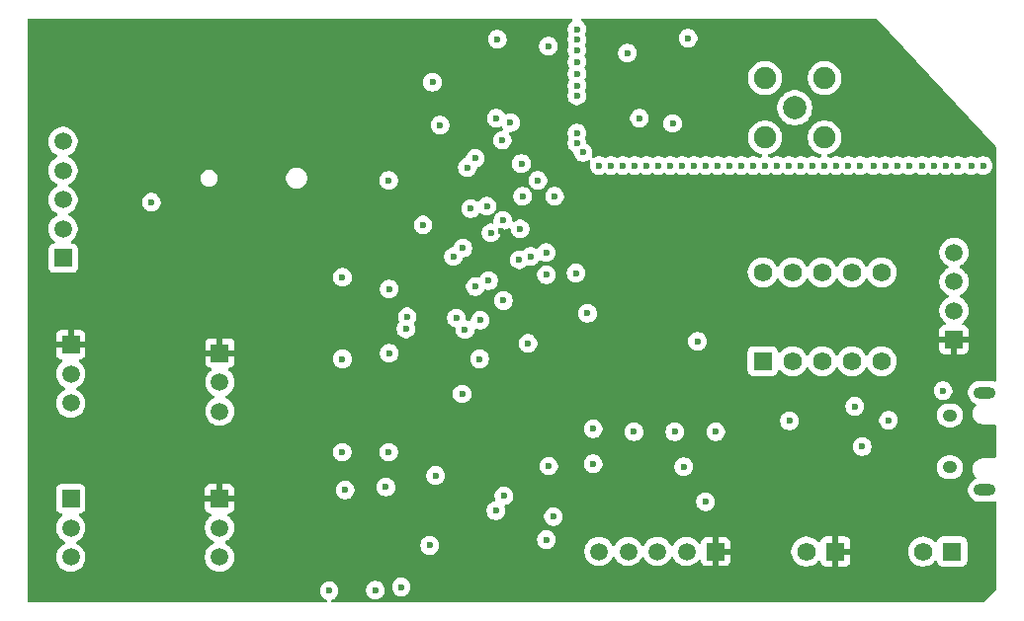
<source format=gbr>
%TF.GenerationSoftware,KiCad,Pcbnew,9.0.0*%
%TF.CreationDate,2025-11-11T18:57:33-05:00*%
%TF.ProjectId,Agi_WSN,4167695f-5753-44e2-9e6b-696361645f70,rev?*%
%TF.SameCoordinates,Original*%
%TF.FileFunction,Copper,L3,Inr*%
%TF.FilePolarity,Positive*%
%FSLAX46Y46*%
G04 Gerber Fmt 4.6, Leading zero omitted, Abs format (unit mm)*
G04 Created by KiCad (PCBNEW 9.0.0) date 2025-11-11 18:57:33*
%MOMM*%
%LPD*%
G01*
G04 APERTURE LIST*
%TA.AperFunction,ComponentPad*%
%ADD10R,1.580000X1.580000*%
%TD*%
%TA.AperFunction,ComponentPad*%
%ADD11C,1.580000*%
%TD*%
%TA.AperFunction,ComponentPad*%
%ADD12C,1.575000*%
%TD*%
%TA.AperFunction,ComponentPad*%
%ADD13R,1.575000X1.575000*%
%TD*%
%TA.AperFunction,ComponentPad*%
%ADD14C,1.508000*%
%TD*%
%TA.AperFunction,ComponentPad*%
%ADD15R,1.508000X1.508000*%
%TD*%
%TA.AperFunction,HeatsinkPad*%
%ADD16O,1.900000X1.000000*%
%TD*%
%TA.AperFunction,HeatsinkPad*%
%ADD17O,1.250000X1.050000*%
%TD*%
%TA.AperFunction,ComponentPad*%
%ADD18C,2.006600*%
%TD*%
%TA.AperFunction,ComponentPad*%
%ADD19C,1.905000*%
%TD*%
%TA.AperFunction,ViaPad*%
%ADD20C,0.600000*%
%TD*%
G04 APERTURE END LIST*
D10*
%TO.N,/MCU/DIP0*%
%TO.C,S1*%
X141530000Y-106700000D03*
D11*
%TO.N,GND*%
X141530000Y-99080000D03*
%TO.N,/MCU/DIP1*%
X144070000Y-106700000D03*
%TO.N,GND*%
X144070000Y-99080000D03*
%TO.N,unconnected-(S1-Pad3A)*%
X146610000Y-106700000D03*
%TO.N,GND*%
X146610000Y-99080000D03*
%TO.N,unconnected-(S1-Pad4A)*%
X149150000Y-106700000D03*
%TO.N,GND*%
X149150000Y-99080000D03*
%TO.N,unconnected-(S1-Pad5A)*%
X151690000Y-106700000D03*
%TO.N,GND*%
X151690000Y-99080000D03*
%TD*%
D12*
%TO.N,GND*%
%TO.C,J10*%
X155250000Y-123025000D03*
D13*
%TO.N,+5V*%
X157750000Y-123025000D03*
%TD*%
D12*
%TO.N,GND*%
%TO.C,J9*%
X145250000Y-123025000D03*
D13*
%TO.N,+3.3V*%
X147750000Y-123025000D03*
%TD*%
D14*
%TO.N,SO*%
%TO.C,J8*%
X81590000Y-92860000D03*
%TO.N,EXT_CS*%
X81590000Y-90360000D03*
%TO.N,SCK*%
X81590000Y-95360000D03*
D15*
%TO.N,SI*%
X81590000Y-97860000D03*
D14*
%TO.N,GND*%
X81590000Y-87860000D03*
%TD*%
%TO.N,GND*%
%TO.C,J7*%
X82250000Y-123500000D03*
%TO.N,Sensor C(5V)*%
X82250000Y-121000000D03*
D15*
%TO.N,+5V*%
X82250000Y-118500000D03*
%TD*%
D14*
%TO.N,GND*%
%TO.C,J6*%
X82250000Y-110290000D03*
%TO.N,Input A*%
X82250000Y-107790000D03*
D15*
%TO.N,+3.3V*%
X82250000Y-105290000D03*
%TD*%
D14*
%TO.N,GND*%
%TO.C,J5*%
X95025000Y-111000000D03*
%TO.N,Input B*%
X95025000Y-108500000D03*
D15*
%TO.N,+3.3V*%
X95025000Y-106000000D03*
%TD*%
D14*
%TO.N,SWDIO*%
%TO.C,J3*%
X132500000Y-123025000D03*
%TO.N,SWCLK*%
X130000000Y-123025000D03*
%TO.N,NRST*%
X135000000Y-123025000D03*
D15*
%TO.N,+3.3V*%
X137500000Y-123025000D03*
D14*
%TO.N,GND*%
X127500000Y-123025000D03*
%TD*%
D16*
%TO.N,GND*%
%TO.C,J2*%
X160550000Y-117745000D03*
D17*
X157550000Y-115795000D03*
X157550000Y-111345000D03*
D16*
X160550000Y-109395000D03*
%TD*%
D18*
%TO.N,Net-(C25-Pad2)*%
%TO.C,J1*%
X144272000Y-84963000D03*
D19*
%TO.N,GND*%
X141719300Y-82410300D03*
X141719300Y-87515700D03*
X146824700Y-87515700D03*
X146824700Y-82410300D03*
%TD*%
D14*
%TO.N,GND*%
%TO.C,J4*%
X95000000Y-123500000D03*
%TO.N,Sensor C(3.3V)*%
X95000000Y-121000000D03*
D15*
%TO.N,+3.3V*%
X95000000Y-118500000D03*
%TD*%
D14*
%TO.N,UART_TX*%
%TO.C,J11*%
X157910000Y-99870000D03*
%TO.N,GND*%
X157910000Y-97370000D03*
%TO.N,UART_RX*%
X157910000Y-102370000D03*
D15*
%TO.N,+3.3V*%
X157910000Y-104870000D03*
%TD*%
D20*
%TO.N,GND*%
X125603518Y-78230272D03*
X120954800Y-92557600D03*
X120853200Y-89763600D03*
X123698000Y-92557600D03*
X122259500Y-91200000D03*
%TO.N,+3.3V*%
X121564400Y-102057200D03*
X124256800Y-115925600D03*
%TO.N,GND*%
X143814800Y-111810800D03*
X133807200Y-86309200D03*
X130962400Y-85852000D03*
X135128000Y-78994000D03*
%TO.N,+3.3V*%
X130048000Y-81280000D03*
%TO.N,GND*%
X129921000Y-80264000D03*
%TO.N,+3.3V*%
X128905000Y-80772000D03*
%TO.N,GND*%
X159385000Y-89916000D03*
X160401000Y-89916000D03*
X155194000Y-89916000D03*
X158242000Y-89916000D03*
X156210000Y-89916000D03*
X157226000Y-89916000D03*
X151003000Y-89916000D03*
X154051000Y-89916000D03*
X152019000Y-89916000D03*
X153035000Y-89916000D03*
X146812000Y-89916000D03*
X149860000Y-89916000D03*
X147828000Y-89916000D03*
X148844000Y-89916000D03*
X142748000Y-89916000D03*
X145796000Y-89916000D03*
X143764000Y-89916000D03*
X144780000Y-89916000D03*
X138684000Y-89916000D03*
X141732000Y-89916000D03*
X139700000Y-89916000D03*
X140716000Y-89916000D03*
X134620000Y-89916000D03*
X137668000Y-89916000D03*
X135636000Y-89916000D03*
X136652000Y-89916000D03*
X130556000Y-89916000D03*
X133604000Y-89916000D03*
X131572000Y-89916000D03*
X132588000Y-89916000D03*
X128524000Y-89916000D03*
X129540000Y-89916000D03*
X127508000Y-89916000D03*
X125603000Y-88011000D03*
X125603000Y-83058000D03*
X125603000Y-87122000D03*
X125603000Y-83947000D03*
X125603000Y-82042000D03*
X125603000Y-81026000D03*
X125603000Y-80010000D03*
X125603000Y-79121000D03*
X156972000Y-109220000D03*
X136630000Y-118750000D03*
%TO.N,+3.3V*%
X115200000Y-107070000D03*
%TO.N,ADC_CS*%
X117330000Y-103190000D03*
X116910000Y-100300000D03*
%TO.N,Net-(U3-VBAT)*%
X111071734Y-102898266D03*
%TO.N,GND*%
X89150000Y-93070000D03*
%TO.N,Net-(U3-VBAT)*%
X109500000Y-91200000D03*
%TO.N,+3.3V*%
X124240000Y-83950000D03*
X112490000Y-91460000D03*
%TO.N,/MCU/LED*%
X126520000Y-102590000D03*
X135930000Y-104990000D03*
X123000000Y-99280000D03*
%TO.N,GND*%
X123170000Y-79690000D03*
%TO.N,+3.3V*%
X106760000Y-105680000D03*
X86530000Y-93390000D03*
%TO.N,GND*%
X126140000Y-88790000D03*
%TO.N,!W*%
X121410000Y-105180000D03*
%TO.N,HOLD*%
X125530000Y-99140000D03*
%TO.N,SO*%
X116027000Y-104005000D03*
X119360000Y-118240000D03*
%TO.N,SI*%
X118680000Y-119520000D03*
%TO.N,ADC_CS*%
X123600000Y-120020000D03*
%TO.N,EEPROM_CS*%
X118035735Y-99785735D03*
X116530000Y-93610000D03*
%TO.N,EXT_CS*%
X117900000Y-93410000D03*
%TO.N,ADC_CS*%
X115840000Y-97010000D03*
%TO.N,GND*%
X118240000Y-95700000D03*
%TO.N,RTC_CS*%
X110960000Y-103930000D03*
%TO.N,MFP*%
X115280000Y-103000000D03*
%TO.N,RTC_CS*%
X115020000Y-97730000D03*
%TO.N,SI*%
X120670000Y-98000000D03*
%TO.N,MFP*%
X121640000Y-97720000D03*
%TO.N,/MCU/LED*%
X122970000Y-97390000D03*
%TO.N,SWDIO*%
X119270000Y-94640000D03*
%TO.N,SWCLK*%
X120740000Y-95360000D03*
%TO.N,+3.3V*%
X119140000Y-95580000D03*
%TO.N,GND*%
X112430000Y-95020000D03*
X116220000Y-90080000D03*
X116910000Y-89290000D03*
%TO.N,NRST*%
X119210000Y-87750000D03*
%TO.N,HOLD*%
X118710000Y-85870000D03*
%TO.N,!W*%
X119920000Y-86240000D03*
%TO.N,GND*%
X113235000Y-82780000D03*
X118795000Y-79090000D03*
%TO.N,+3.3V*%
X117899500Y-87730000D03*
%TO.N,GND*%
X113879500Y-86450000D03*
%TO.N,SI*%
X115777000Y-109505000D03*
%TO.N,+3.3V*%
X125500000Y-109750000D03*
%TO.N,GND*%
X117277000Y-106505000D03*
X119310000Y-101500000D03*
%TO.N,NRST*%
X134750000Y-115750000D03*
%TO.N,+3.3V*%
X127500000Y-106500000D03*
%TO.N,GND*%
X149412500Y-110570000D03*
X150050000Y-114020000D03*
X152300000Y-111770000D03*
X137500000Y-112750000D03*
X134000000Y-112750000D03*
X130500000Y-112750000D03*
X127000000Y-112500000D03*
X127000000Y-115500000D03*
X123190000Y-115690000D03*
X123000000Y-122000000D03*
%TO.N,+3.3V*%
X112395600Y-99136400D03*
%TO.N,GND*%
X109527000Y-106005000D03*
X109527000Y-100505000D03*
X105527000Y-99505000D03*
X105527000Y-106505000D03*
X109500000Y-114500000D03*
X105500000Y-114500000D03*
X110562500Y-126062500D03*
X104387500Y-126387500D03*
%TO.N,+3.3V*%
X101000000Y-122500000D03*
%TO.N,GND*%
X105750000Y-117750000D03*
X109250000Y-117500000D03*
%TO.N,/Sensors/Therm*%
X113000000Y-122500000D03*
X113500000Y-116500000D03*
%TO.N,GND*%
X108337500Y-126337500D03*
%TD*%
%TA.AperFunction,Conductor*%
%TO.N,+3.3V*%
G36*
X125198056Y-77329785D02*
G01*
X125243811Y-77382589D01*
X125253755Y-77451747D01*
X125224730Y-77515303D01*
X125199908Y-77537202D01*
X125093229Y-77608482D01*
X125093225Y-77608485D01*
X124981731Y-77719979D01*
X124981728Y-77719983D01*
X124894127Y-77851086D01*
X124894120Y-77851099D01*
X124833782Y-77996770D01*
X124833779Y-77996782D01*
X124803018Y-78151425D01*
X124803018Y-78309118D01*
X124833779Y-78463761D01*
X124833782Y-78463773D01*
X124894120Y-78609443D01*
X124896997Y-78614825D01*
X124895040Y-78615870D01*
X124912935Y-78673063D01*
X124895652Y-78736005D01*
X124896479Y-78736447D01*
X124894529Y-78740094D01*
X124894435Y-78740439D01*
X124893902Y-78741266D01*
X124893602Y-78741828D01*
X124833264Y-78887498D01*
X124833261Y-78887510D01*
X124802500Y-79042153D01*
X124802500Y-79199846D01*
X124833261Y-79354489D01*
X124833264Y-79354501D01*
X124893604Y-79500177D01*
X124896476Y-79505549D01*
X124894377Y-79506670D01*
X124912099Y-79563321D01*
X124895219Y-79624779D01*
X124896476Y-79625451D01*
X124893604Y-79630822D01*
X124833264Y-79776498D01*
X124833261Y-79776510D01*
X124802500Y-79931153D01*
X124802500Y-80088846D01*
X124833261Y-80243489D01*
X124833264Y-80243501D01*
X124893602Y-80389171D01*
X124893609Y-80389184D01*
X124933650Y-80449109D01*
X124954528Y-80515787D01*
X124936043Y-80583167D01*
X124933650Y-80586891D01*
X124893609Y-80646815D01*
X124893602Y-80646828D01*
X124833264Y-80792498D01*
X124833261Y-80792510D01*
X124802500Y-80947153D01*
X124802500Y-81104846D01*
X124833261Y-81259489D01*
X124833264Y-81259501D01*
X124893602Y-81405171D01*
X124893609Y-81405184D01*
X124933650Y-81465109D01*
X124954528Y-81531787D01*
X124936043Y-81599167D01*
X124933650Y-81602891D01*
X124893609Y-81662815D01*
X124893602Y-81662828D01*
X124833264Y-81808498D01*
X124833261Y-81808510D01*
X124802500Y-81963153D01*
X124802500Y-82120846D01*
X124833261Y-82275489D01*
X124833264Y-82275501D01*
X124893602Y-82421171D01*
X124893609Y-82421184D01*
X124933650Y-82481109D01*
X124954528Y-82547787D01*
X124936043Y-82615167D01*
X124933650Y-82618891D01*
X124893609Y-82678815D01*
X124893602Y-82678828D01*
X124833264Y-82824498D01*
X124833261Y-82824510D01*
X124802500Y-82979153D01*
X124802500Y-83136846D01*
X124833261Y-83291489D01*
X124833264Y-83291501D01*
X124893604Y-83437177D01*
X124896476Y-83442549D01*
X124894377Y-83443670D01*
X124912099Y-83500321D01*
X124895219Y-83561779D01*
X124896476Y-83562451D01*
X124893604Y-83567822D01*
X124833264Y-83713498D01*
X124833261Y-83713510D01*
X124802500Y-83868153D01*
X124802500Y-84025846D01*
X124833261Y-84180489D01*
X124833264Y-84180501D01*
X124893602Y-84326172D01*
X124893609Y-84326185D01*
X124981210Y-84457288D01*
X124981213Y-84457292D01*
X125092707Y-84568786D01*
X125092711Y-84568789D01*
X125223814Y-84656390D01*
X125223827Y-84656397D01*
X125369498Y-84716735D01*
X125369503Y-84716737D01*
X125524153Y-84747499D01*
X125524156Y-84747500D01*
X125524158Y-84747500D01*
X125681844Y-84747500D01*
X125681845Y-84747499D01*
X125734403Y-84737044D01*
X125829345Y-84718160D01*
X125829350Y-84718159D01*
X125834011Y-84717231D01*
X125836497Y-84716737D01*
X125982179Y-84656394D01*
X126113289Y-84568789D01*
X126224789Y-84457289D01*
X126312394Y-84326179D01*
X126372737Y-84180497D01*
X126403500Y-84025842D01*
X126403500Y-83868158D01*
X126403500Y-83868155D01*
X126403499Y-83868153D01*
X126372738Y-83713510D01*
X126372737Y-83713503D01*
X126317646Y-83580500D01*
X126312396Y-83567825D01*
X126309525Y-83562454D01*
X126311629Y-83561329D01*
X126293901Y-83504717D01*
X126310771Y-83443212D01*
X126309525Y-83442546D01*
X126312390Y-83437184D01*
X126312394Y-83437179D01*
X126372737Y-83291497D01*
X126403500Y-83136842D01*
X126403500Y-82979158D01*
X126403500Y-82979155D01*
X126403499Y-82979153D01*
X126372738Y-82824510D01*
X126372737Y-82824503D01*
X126372735Y-82824498D01*
X126312397Y-82678827D01*
X126312393Y-82678820D01*
X126272350Y-82618892D01*
X126251472Y-82552214D01*
X126269956Y-82484834D01*
X126272338Y-82481125D01*
X126312394Y-82421179D01*
X126320827Y-82400821D01*
X126364267Y-82295946D01*
X140266300Y-82295946D01*
X140266300Y-82524654D01*
X140270665Y-82552214D01*
X140302078Y-82750546D01*
X140302078Y-82750549D01*
X140372750Y-82968055D01*
X140395900Y-83013489D01*
X140476583Y-83171838D01*
X140611014Y-83356866D01*
X140772734Y-83518586D01*
X140957762Y-83653017D01*
X141161542Y-83756848D01*
X141161544Y-83756849D01*
X141379051Y-83827521D01*
X141379052Y-83827521D01*
X141379055Y-83827522D01*
X141604946Y-83863300D01*
X141604947Y-83863300D01*
X141833653Y-83863300D01*
X141833654Y-83863300D01*
X142059545Y-83827522D01*
X142059548Y-83827521D01*
X142059549Y-83827521D01*
X142277055Y-83756849D01*
X142277055Y-83756848D01*
X142277058Y-83756848D01*
X142480838Y-83653017D01*
X142665866Y-83518586D01*
X142827586Y-83356866D01*
X142962017Y-83171838D01*
X143065848Y-82968058D01*
X143101334Y-82858842D01*
X143136521Y-82750549D01*
X143136521Y-82750548D01*
X143136522Y-82750545D01*
X143172300Y-82524654D01*
X143172300Y-82295946D01*
X145371700Y-82295946D01*
X145371700Y-82524654D01*
X145376065Y-82552214D01*
X145407478Y-82750546D01*
X145407478Y-82750549D01*
X145478150Y-82968055D01*
X145501300Y-83013489D01*
X145581983Y-83171838D01*
X145716414Y-83356866D01*
X145878134Y-83518586D01*
X146063162Y-83653017D01*
X146266942Y-83756848D01*
X146266944Y-83756849D01*
X146484451Y-83827521D01*
X146484452Y-83827521D01*
X146484455Y-83827522D01*
X146710346Y-83863300D01*
X146710347Y-83863300D01*
X146939053Y-83863300D01*
X146939054Y-83863300D01*
X147164945Y-83827522D01*
X147164948Y-83827521D01*
X147164949Y-83827521D01*
X147382455Y-83756849D01*
X147382455Y-83756848D01*
X147382458Y-83756848D01*
X147586238Y-83653017D01*
X147771266Y-83518586D01*
X147932986Y-83356866D01*
X148067417Y-83171838D01*
X148171248Y-82968058D01*
X148206734Y-82858842D01*
X148241921Y-82750549D01*
X148241921Y-82750548D01*
X148241922Y-82750545D01*
X148277700Y-82524654D01*
X148277700Y-82295946D01*
X148241922Y-82070055D01*
X148241921Y-82070051D01*
X148241921Y-82070050D01*
X148171249Y-81852544D01*
X148171248Y-81852542D01*
X148067417Y-81648762D01*
X147932986Y-81463734D01*
X147771266Y-81302014D01*
X147586238Y-81167583D01*
X147463102Y-81104842D01*
X147382455Y-81063750D01*
X147164948Y-80993078D01*
X146995526Y-80966244D01*
X146939054Y-80957300D01*
X146710346Y-80957300D01*
X146635049Y-80969226D01*
X146484453Y-80993078D01*
X146484450Y-80993078D01*
X146266944Y-81063750D01*
X146063161Y-81167583D01*
X145957596Y-81244280D01*
X145878134Y-81302014D01*
X145878132Y-81302016D01*
X145878131Y-81302016D01*
X145716416Y-81463731D01*
X145716416Y-81463732D01*
X145716414Y-81463734D01*
X145665363Y-81534000D01*
X145581983Y-81648761D01*
X145478150Y-81852544D01*
X145407478Y-82070050D01*
X145407478Y-82070053D01*
X145399433Y-82120846D01*
X145371700Y-82295946D01*
X143172300Y-82295946D01*
X143136522Y-82070055D01*
X143136521Y-82070051D01*
X143136521Y-82070050D01*
X143065849Y-81852544D01*
X143065848Y-81852542D01*
X142962017Y-81648762D01*
X142827586Y-81463734D01*
X142665866Y-81302014D01*
X142480838Y-81167583D01*
X142357702Y-81104842D01*
X142277055Y-81063750D01*
X142059548Y-80993078D01*
X141890126Y-80966244D01*
X141833654Y-80957300D01*
X141604946Y-80957300D01*
X141529649Y-80969226D01*
X141379053Y-80993078D01*
X141379050Y-80993078D01*
X141161544Y-81063750D01*
X140957761Y-81167583D01*
X140852196Y-81244280D01*
X140772734Y-81302014D01*
X140772732Y-81302016D01*
X140772731Y-81302016D01*
X140611016Y-81463731D01*
X140611016Y-81463732D01*
X140611014Y-81463734D01*
X140559963Y-81534000D01*
X140476583Y-81648761D01*
X140372750Y-81852544D01*
X140302078Y-82070050D01*
X140302078Y-82070053D01*
X140294033Y-82120846D01*
X140266300Y-82295946D01*
X126364267Y-82295946D01*
X126372735Y-82275501D01*
X126372737Y-82275497D01*
X126403500Y-82120842D01*
X126403500Y-81963158D01*
X126403500Y-81963155D01*
X126403499Y-81963153D01*
X126372738Y-81808510D01*
X126372737Y-81808503D01*
X126312397Y-81662828D01*
X126312397Y-81662827D01*
X126312393Y-81662820D01*
X126272350Y-81602892D01*
X126251472Y-81536214D01*
X126269956Y-81468834D01*
X126272338Y-81465125D01*
X126312394Y-81405179D01*
X126372737Y-81259497D01*
X126403500Y-81104842D01*
X126403500Y-80947158D01*
X126403500Y-80947155D01*
X126403499Y-80947153D01*
X126372738Y-80792510D01*
X126372737Y-80792503D01*
X126312397Y-80646828D01*
X126312397Y-80646827D01*
X126312393Y-80646820D01*
X126309960Y-80643179D01*
X126272349Y-80586890D01*
X126251472Y-80520214D01*
X126269956Y-80452834D01*
X126272338Y-80449125D01*
X126312394Y-80389179D01*
X126372737Y-80243497D01*
X126381332Y-80200288D01*
X126384343Y-80185153D01*
X129120500Y-80185153D01*
X129120500Y-80342846D01*
X129151261Y-80497489D01*
X129151264Y-80497501D01*
X129211602Y-80643172D01*
X129211609Y-80643185D01*
X129299210Y-80774288D01*
X129299213Y-80774292D01*
X129410707Y-80885786D01*
X129410711Y-80885789D01*
X129541814Y-80973390D01*
X129541827Y-80973397D01*
X129687498Y-81033735D01*
X129687503Y-81033737D01*
X129838388Y-81063750D01*
X129842153Y-81064499D01*
X129842156Y-81064500D01*
X129842158Y-81064500D01*
X129999844Y-81064500D01*
X129999845Y-81064499D01*
X130154497Y-81033737D01*
X130300179Y-80973394D01*
X130431289Y-80885789D01*
X130542789Y-80774289D01*
X130630394Y-80643179D01*
X130690737Y-80497497D01*
X130721500Y-80342842D01*
X130721500Y-80185158D01*
X130721500Y-80185155D01*
X130721499Y-80185153D01*
X130698430Y-80069179D01*
X130690737Y-80030503D01*
X130690735Y-80030498D01*
X130630397Y-79884827D01*
X130630390Y-79884814D01*
X130542789Y-79753711D01*
X130542786Y-79753707D01*
X130431292Y-79642213D01*
X130431288Y-79642210D01*
X130300185Y-79554609D01*
X130300172Y-79554602D01*
X130154501Y-79494264D01*
X130154489Y-79494261D01*
X129999845Y-79463500D01*
X129999842Y-79463500D01*
X129842158Y-79463500D01*
X129842155Y-79463500D01*
X129687510Y-79494261D01*
X129687498Y-79494264D01*
X129541827Y-79554602D01*
X129541814Y-79554609D01*
X129410711Y-79642210D01*
X129410707Y-79642213D01*
X129299213Y-79753707D01*
X129299210Y-79753711D01*
X129211609Y-79884814D01*
X129211602Y-79884827D01*
X129151264Y-80030498D01*
X129151261Y-80030510D01*
X129120500Y-80185153D01*
X126384343Y-80185153D01*
X126390366Y-80154874D01*
X126390366Y-80154873D01*
X126403499Y-80088846D01*
X126403500Y-80088844D01*
X126403500Y-79931155D01*
X126403499Y-79931153D01*
X126401975Y-79923489D01*
X126372737Y-79776503D01*
X126342456Y-79703397D01*
X126312396Y-79630825D01*
X126309525Y-79625454D01*
X126311629Y-79624329D01*
X126293901Y-79567717D01*
X126310771Y-79506212D01*
X126309525Y-79505546D01*
X126312390Y-79500184D01*
X126312394Y-79500179D01*
X126372737Y-79354497D01*
X126403500Y-79199842D01*
X126403500Y-79042158D01*
X126403500Y-79042155D01*
X126403499Y-79042153D01*
X126383739Y-78942813D01*
X126383738Y-78942812D01*
X126378237Y-78915153D01*
X134327500Y-78915153D01*
X134327500Y-79072846D01*
X134358261Y-79227489D01*
X134358264Y-79227501D01*
X134418602Y-79373172D01*
X134418609Y-79373185D01*
X134506210Y-79504288D01*
X134506213Y-79504292D01*
X134617707Y-79615786D01*
X134617711Y-79615789D01*
X134748814Y-79703390D01*
X134748827Y-79703397D01*
X134870288Y-79753707D01*
X134894503Y-79763737D01*
X135049153Y-79794499D01*
X135049156Y-79794500D01*
X135049158Y-79794500D01*
X135206844Y-79794500D01*
X135206845Y-79794499D01*
X135361497Y-79763737D01*
X135507179Y-79703394D01*
X135638289Y-79615789D01*
X135749789Y-79504289D01*
X135837394Y-79373179D01*
X135897737Y-79227497D01*
X135928500Y-79072842D01*
X135928500Y-78915158D01*
X135928500Y-78915155D01*
X135928499Y-78915153D01*
X135897738Y-78760510D01*
X135897737Y-78760503D01*
X135871893Y-78698110D01*
X135837396Y-78614825D01*
X135837390Y-78614814D01*
X135749789Y-78483711D01*
X135749786Y-78483707D01*
X135638292Y-78372213D01*
X135638288Y-78372210D01*
X135507185Y-78284609D01*
X135507172Y-78284602D01*
X135361501Y-78224264D01*
X135361489Y-78224261D01*
X135206845Y-78193500D01*
X135206842Y-78193500D01*
X135049158Y-78193500D01*
X135049155Y-78193500D01*
X134894510Y-78224261D01*
X134894498Y-78224264D01*
X134748827Y-78284602D01*
X134748814Y-78284609D01*
X134617711Y-78372210D01*
X134617707Y-78372213D01*
X134506213Y-78483707D01*
X134506210Y-78483711D01*
X134418609Y-78614814D01*
X134418604Y-78614825D01*
X134358264Y-78760498D01*
X134358261Y-78760510D01*
X134327500Y-78915153D01*
X126378237Y-78915153D01*
X126372737Y-78887503D01*
X126312394Y-78741821D01*
X126306296Y-78732696D01*
X126301214Y-78718905D01*
X126299807Y-78698110D01*
X126293583Y-78678222D01*
X126297498Y-78663956D01*
X126296500Y-78649194D01*
X126306559Y-78630939D01*
X126310863Y-78615256D01*
X126310043Y-78614818D01*
X126311976Y-78611200D01*
X126312075Y-78610843D01*
X126312626Y-78609985D01*
X126312908Y-78609456D01*
X126312912Y-78609451D01*
X126373255Y-78463769D01*
X126404018Y-78309114D01*
X126404018Y-78151430D01*
X126404018Y-78151427D01*
X126404017Y-78151425D01*
X126373256Y-77996782D01*
X126373255Y-77996775D01*
X126373253Y-77996770D01*
X126312915Y-77851099D01*
X126312908Y-77851086D01*
X126225307Y-77719983D01*
X126225304Y-77719979D01*
X126113810Y-77608485D01*
X126113806Y-77608482D01*
X126007128Y-77537202D01*
X125962323Y-77483590D01*
X125953616Y-77414265D01*
X125983770Y-77351237D01*
X126043213Y-77314518D01*
X126076019Y-77310100D01*
X151214023Y-77310100D01*
X151281062Y-77329785D01*
X151304718Y-77349540D01*
X161466196Y-88248602D01*
X161497515Y-88311059D01*
X161499500Y-88333160D01*
X161499500Y-108333387D01*
X161479815Y-108400426D01*
X161427011Y-108446181D01*
X161357853Y-108456125D01*
X161328049Y-108447949D01*
X161315774Y-108442865D01*
X161291835Y-108432949D01*
X161291833Y-108432948D01*
X161291829Y-108432947D01*
X161098543Y-108394500D01*
X161098541Y-108394500D01*
X160001459Y-108394500D01*
X160001457Y-108394500D01*
X159808170Y-108432947D01*
X159808160Y-108432950D01*
X159626092Y-108508364D01*
X159626079Y-108508371D01*
X159462218Y-108617860D01*
X159462214Y-108617863D01*
X159322863Y-108757214D01*
X159322860Y-108757218D01*
X159213371Y-108921079D01*
X159213364Y-108921092D01*
X159137950Y-109103160D01*
X159137947Y-109103170D01*
X159099500Y-109296456D01*
X159099500Y-109296459D01*
X159099500Y-109493541D01*
X159099500Y-109493543D01*
X159099499Y-109493543D01*
X159137947Y-109686829D01*
X159137950Y-109686839D01*
X159213364Y-109868907D01*
X159213371Y-109868920D01*
X159322860Y-110032781D01*
X159322863Y-110032785D01*
X159462214Y-110172136D01*
X159462218Y-110172139D01*
X159626079Y-110281628D01*
X159626091Y-110281635D01*
X159739898Y-110328774D01*
X159794302Y-110372614D01*
X159816367Y-110438908D01*
X159799088Y-110506608D01*
X159780128Y-110531016D01*
X159706115Y-110605029D01*
X159706113Y-110605032D01*
X159604833Y-110756608D01*
X159604831Y-110756612D01*
X159535068Y-110925037D01*
X159535065Y-110925047D01*
X159499500Y-111103843D01*
X159499500Y-111103846D01*
X159499500Y-111286154D01*
X159499500Y-111286156D01*
X159499499Y-111286156D01*
X159535065Y-111464952D01*
X159535068Y-111464962D01*
X159604831Y-111633387D01*
X159604833Y-111633391D01*
X159706113Y-111784967D01*
X159706119Y-111784975D01*
X159835024Y-111913880D01*
X159835032Y-111913886D01*
X159986608Y-112015166D01*
X159986612Y-112015168D01*
X160155037Y-112084931D01*
X160155042Y-112084933D01*
X160155046Y-112084933D01*
X160155047Y-112084934D01*
X160333843Y-112120500D01*
X160333846Y-112120500D01*
X160359108Y-112120500D01*
X161375500Y-112120500D01*
X161442539Y-112140185D01*
X161488294Y-112192989D01*
X161499500Y-112244500D01*
X161499500Y-114895500D01*
X161479815Y-114962539D01*
X161427011Y-115008294D01*
X161375500Y-115019500D01*
X160333844Y-115019500D01*
X160155047Y-115055065D01*
X160155037Y-115055068D01*
X159986612Y-115124831D01*
X159986608Y-115124833D01*
X159835032Y-115226113D01*
X159835024Y-115226119D01*
X159706119Y-115355024D01*
X159706113Y-115355032D01*
X159604833Y-115506608D01*
X159604831Y-115506612D01*
X159535068Y-115675037D01*
X159535065Y-115675047D01*
X159499500Y-115853843D01*
X159499500Y-115853846D01*
X159499500Y-116036154D01*
X159499500Y-116036156D01*
X159499499Y-116036156D01*
X159535065Y-116214952D01*
X159535068Y-116214962D01*
X159604831Y-116383387D01*
X159604833Y-116383391D01*
X159706113Y-116534967D01*
X159706119Y-116534975D01*
X159780127Y-116608983D01*
X159813612Y-116670306D01*
X159808628Y-116739998D01*
X159766756Y-116795931D01*
X159739899Y-116811225D01*
X159626088Y-116858366D01*
X159626079Y-116858371D01*
X159462218Y-116967860D01*
X159462214Y-116967863D01*
X159322863Y-117107214D01*
X159322860Y-117107218D01*
X159213371Y-117271079D01*
X159213364Y-117271092D01*
X159137950Y-117453160D01*
X159137947Y-117453170D01*
X159099500Y-117646456D01*
X159099500Y-117646459D01*
X159099500Y-117843541D01*
X159099500Y-117843543D01*
X159099499Y-117843543D01*
X159137947Y-118036829D01*
X159137950Y-118036839D01*
X159213364Y-118218907D01*
X159213371Y-118218920D01*
X159322860Y-118382781D01*
X159322863Y-118382785D01*
X159462214Y-118522136D01*
X159462218Y-118522139D01*
X159626079Y-118631628D01*
X159626092Y-118631635D01*
X159779387Y-118695131D01*
X159808165Y-118707051D01*
X159808169Y-118707051D01*
X159808170Y-118707052D01*
X160001456Y-118745500D01*
X160001459Y-118745500D01*
X161098543Y-118745500D01*
X161229250Y-118719500D01*
X161291835Y-118707051D01*
X161328049Y-118692050D01*
X161397516Y-118684582D01*
X161459995Y-118715857D01*
X161495648Y-118775945D01*
X161499500Y-118806612D01*
X161499500Y-126284289D01*
X161479815Y-126351328D01*
X161463221Y-126371930D01*
X160509119Y-127326899D01*
X160447811Y-127360412D01*
X160421474Y-127363258D01*
X104664296Y-127397549D01*
X104597245Y-127377906D01*
X104551457Y-127325130D01*
X104541471Y-127255977D01*
X104570457Y-127192404D01*
X104616768Y-127158987D01*
X104620989Y-127157238D01*
X104620997Y-127157237D01*
X104766679Y-127096894D01*
X104897789Y-127009289D01*
X105009289Y-126897789D01*
X105096894Y-126766679D01*
X105157237Y-126620997D01*
X105188000Y-126466342D01*
X105188000Y-126308658D01*
X105188000Y-126308655D01*
X105181655Y-126276758D01*
X105181655Y-126276757D01*
X105178054Y-126258653D01*
X107537000Y-126258653D01*
X107537000Y-126416346D01*
X107567761Y-126570989D01*
X107567764Y-126571001D01*
X107628102Y-126716672D01*
X107628109Y-126716685D01*
X107715710Y-126847788D01*
X107715713Y-126847792D01*
X107827207Y-126959286D01*
X107827211Y-126959289D01*
X107958314Y-127046890D01*
X107958327Y-127046897D01*
X108103998Y-127107235D01*
X108104003Y-127107237D01*
X108258653Y-127137999D01*
X108258656Y-127138000D01*
X108258658Y-127138000D01*
X108416344Y-127138000D01*
X108416345Y-127137999D01*
X108570997Y-127107237D01*
X108716679Y-127046894D01*
X108847789Y-126959289D01*
X108959289Y-126847789D01*
X109046894Y-126716679D01*
X109107237Y-126570997D01*
X109138000Y-126416342D01*
X109138000Y-126258658D01*
X109138000Y-126258655D01*
X109137999Y-126258653D01*
X109117184Y-126154010D01*
X109107237Y-126104003D01*
X109057387Y-125983653D01*
X109762000Y-125983653D01*
X109762000Y-126141346D01*
X109792761Y-126295989D01*
X109792764Y-126296001D01*
X109853102Y-126441672D01*
X109853109Y-126441685D01*
X109940710Y-126572788D01*
X109940713Y-126572792D01*
X110052207Y-126684286D01*
X110052211Y-126684289D01*
X110183314Y-126771890D01*
X110183327Y-126771897D01*
X110328998Y-126832235D01*
X110329003Y-126832237D01*
X110483653Y-126862999D01*
X110483656Y-126863000D01*
X110483658Y-126863000D01*
X110641344Y-126863000D01*
X110641345Y-126862999D01*
X110795997Y-126832237D01*
X110941679Y-126771894D01*
X111072789Y-126684289D01*
X111184289Y-126572789D01*
X111271894Y-126441679D01*
X111332237Y-126295997D01*
X111363000Y-126141342D01*
X111363000Y-125983658D01*
X111363000Y-125983655D01*
X111362999Y-125983653D01*
X111332238Y-125829010D01*
X111332237Y-125829003D01*
X111306021Y-125765711D01*
X111271897Y-125683327D01*
X111271890Y-125683314D01*
X111184289Y-125552211D01*
X111184286Y-125552207D01*
X111072792Y-125440713D01*
X111072788Y-125440710D01*
X110941685Y-125353109D01*
X110941672Y-125353102D01*
X110796001Y-125292764D01*
X110795989Y-125292761D01*
X110641345Y-125262000D01*
X110641342Y-125262000D01*
X110483658Y-125262000D01*
X110483655Y-125262000D01*
X110329010Y-125292761D01*
X110328998Y-125292764D01*
X110183327Y-125353102D01*
X110183314Y-125353109D01*
X110052211Y-125440710D01*
X110052207Y-125440713D01*
X109940713Y-125552207D01*
X109940710Y-125552211D01*
X109853109Y-125683314D01*
X109853102Y-125683327D01*
X109792764Y-125828998D01*
X109792761Y-125829010D01*
X109762000Y-125983653D01*
X109057387Y-125983653D01*
X109046897Y-125958327D01*
X109046890Y-125958314D01*
X108959289Y-125827211D01*
X108959286Y-125827207D01*
X108847792Y-125715713D01*
X108847788Y-125715710D01*
X108716685Y-125628109D01*
X108716672Y-125628102D01*
X108571001Y-125567764D01*
X108570989Y-125567761D01*
X108416345Y-125537000D01*
X108416342Y-125537000D01*
X108258658Y-125537000D01*
X108258655Y-125537000D01*
X108104010Y-125567761D01*
X108103998Y-125567764D01*
X107958327Y-125628102D01*
X107958314Y-125628109D01*
X107827211Y-125715710D01*
X107827207Y-125715713D01*
X107715713Y-125827207D01*
X107715710Y-125827211D01*
X107628109Y-125958314D01*
X107628102Y-125958327D01*
X107567764Y-126103998D01*
X107567761Y-126104010D01*
X107537000Y-126258653D01*
X105178054Y-126258653D01*
X105157238Y-126154010D01*
X105157237Y-126154003D01*
X105151993Y-126141342D01*
X105096897Y-126008327D01*
X105096890Y-126008314D01*
X105009289Y-125877211D01*
X105009286Y-125877207D01*
X104897792Y-125765713D01*
X104897788Y-125765710D01*
X104766685Y-125678109D01*
X104766672Y-125678102D01*
X104621001Y-125617764D01*
X104620989Y-125617761D01*
X104466345Y-125587000D01*
X104466342Y-125587000D01*
X104308658Y-125587000D01*
X104308655Y-125587000D01*
X104154010Y-125617761D01*
X104153998Y-125617764D01*
X104008327Y-125678102D01*
X104008314Y-125678109D01*
X103877211Y-125765710D01*
X103877207Y-125765713D01*
X103765713Y-125877207D01*
X103765710Y-125877211D01*
X103678109Y-126008314D01*
X103678102Y-126008327D01*
X103617764Y-126153998D01*
X103617761Y-126154010D01*
X103587000Y-126308653D01*
X103587000Y-126466346D01*
X103617761Y-126620989D01*
X103617764Y-126621001D01*
X103678102Y-126766672D01*
X103678109Y-126766685D01*
X103765710Y-126897788D01*
X103765713Y-126897792D01*
X103877207Y-127009286D01*
X103877211Y-127009289D01*
X104008314Y-127096890D01*
X104008326Y-127096897D01*
X104107558Y-127137999D01*
X104154003Y-127157237D01*
X104154004Y-127157237D01*
X104159052Y-127159328D01*
X104213456Y-127203168D01*
X104235521Y-127269462D01*
X104218242Y-127337162D01*
X104167105Y-127384772D01*
X104111676Y-127397889D01*
X78704176Y-127413515D01*
X78637125Y-127393872D01*
X78591337Y-127341096D01*
X78580100Y-127289515D01*
X78580100Y-117698135D01*
X80995500Y-117698135D01*
X80995500Y-119301870D01*
X80995501Y-119301876D01*
X81001908Y-119361483D01*
X81052202Y-119496328D01*
X81052206Y-119496335D01*
X81138452Y-119611544D01*
X81138455Y-119611547D01*
X81253664Y-119697793D01*
X81253671Y-119697797D01*
X81298618Y-119714561D01*
X81388517Y-119748091D01*
X81448127Y-119754500D01*
X81448336Y-119754499D01*
X81448381Y-119754513D01*
X81451453Y-119754678D01*
X81451414Y-119755402D01*
X81515378Y-119774165D01*
X81561148Y-119826956D01*
X81571111Y-119896112D01*
X81542104Y-119959675D01*
X81521254Y-119978817D01*
X81432749Y-120043119D01*
X81293115Y-120182753D01*
X81177058Y-120342495D01*
X81087408Y-120518441D01*
X81026389Y-120706236D01*
X80995500Y-120901263D01*
X80995500Y-121098736D01*
X81026389Y-121293763D01*
X81053829Y-121378213D01*
X81087409Y-121481561D01*
X81177056Y-121657501D01*
X81177058Y-121657504D01*
X81293115Y-121817246D01*
X81432753Y-121956884D01*
X81582234Y-122065486D01*
X81592499Y-122072944D01*
X81723151Y-122139515D01*
X81773947Y-122187490D01*
X81790742Y-122255311D01*
X81768204Y-122321446D01*
X81723151Y-122360484D01*
X81686462Y-122379179D01*
X81592495Y-122427058D01*
X81432753Y-122543115D01*
X81293115Y-122682753D01*
X81177058Y-122842495D01*
X81087408Y-123018441D01*
X81026389Y-123206236D01*
X80995500Y-123401263D01*
X80995500Y-123598736D01*
X81026389Y-123793763D01*
X81067367Y-123919879D01*
X81087409Y-123981561D01*
X81177056Y-124157501D01*
X81177058Y-124157504D01*
X81293115Y-124317246D01*
X81432753Y-124456884D01*
X81582234Y-124565486D01*
X81592499Y-124572944D01*
X81768439Y-124662591D01*
X81893637Y-124703270D01*
X81956236Y-124723610D01*
X82151264Y-124754500D01*
X82151269Y-124754500D01*
X82348736Y-124754500D01*
X82543763Y-124723610D01*
X82731561Y-124662591D01*
X82907501Y-124572944D01*
X82997192Y-124507779D01*
X83067246Y-124456884D01*
X83067248Y-124456881D01*
X83067252Y-124456879D01*
X83206879Y-124317252D01*
X83206881Y-124317248D01*
X83206884Y-124317246D01*
X83275829Y-124222350D01*
X83322944Y-124157501D01*
X83412591Y-123981561D01*
X83473610Y-123793763D01*
X83488451Y-123700062D01*
X83504500Y-123598736D01*
X83504500Y-123401263D01*
X83473610Y-123206236D01*
X83436111Y-123090826D01*
X83412591Y-123018439D01*
X83322944Y-122842499D01*
X83292430Y-122800500D01*
X83206884Y-122682753D01*
X83067246Y-122543115D01*
X82907505Y-122427058D01*
X82895916Y-122421153D01*
X82776846Y-122360483D01*
X82726052Y-122312510D01*
X82709257Y-122244689D01*
X82731794Y-122178554D01*
X82776845Y-122139517D01*
X82907501Y-122072944D01*
X82968115Y-122028906D01*
X83067246Y-121956884D01*
X83067248Y-121956881D01*
X83067252Y-121956879D01*
X83206879Y-121817252D01*
X83206881Y-121817248D01*
X83206884Y-121817246D01*
X83292430Y-121699500D01*
X83322944Y-121657501D01*
X83412591Y-121481561D01*
X83473610Y-121293763D01*
X83474111Y-121290602D01*
X83504500Y-121098736D01*
X83504500Y-120901263D01*
X93745500Y-120901263D01*
X93745500Y-121098736D01*
X93776389Y-121293763D01*
X93803829Y-121378213D01*
X93837409Y-121481561D01*
X93927056Y-121657501D01*
X93927058Y-121657504D01*
X94043115Y-121817246D01*
X94182753Y-121956884D01*
X94332234Y-122065486D01*
X94342499Y-122072944D01*
X94473151Y-122139515D01*
X94523947Y-122187490D01*
X94540742Y-122255311D01*
X94518204Y-122321446D01*
X94473151Y-122360484D01*
X94436462Y-122379179D01*
X94342495Y-122427058D01*
X94182753Y-122543115D01*
X94043115Y-122682753D01*
X93927058Y-122842495D01*
X93837408Y-123018441D01*
X93776389Y-123206236D01*
X93745500Y-123401263D01*
X93745500Y-123598736D01*
X93776389Y-123793763D01*
X93817367Y-123919879D01*
X93837409Y-123981561D01*
X93927056Y-124157501D01*
X93927058Y-124157504D01*
X94043115Y-124317246D01*
X94182753Y-124456884D01*
X94332234Y-124565486D01*
X94342499Y-124572944D01*
X94518439Y-124662591D01*
X94643637Y-124703270D01*
X94706236Y-124723610D01*
X94901264Y-124754500D01*
X94901269Y-124754500D01*
X95098736Y-124754500D01*
X95293763Y-124723610D01*
X95481561Y-124662591D01*
X95657501Y-124572944D01*
X95747192Y-124507779D01*
X95817246Y-124456884D01*
X95817248Y-124456881D01*
X95817252Y-124456879D01*
X95956879Y-124317252D01*
X95956881Y-124317248D01*
X95956884Y-124317246D01*
X96025829Y-124222350D01*
X96072944Y-124157501D01*
X96162591Y-123981561D01*
X96223610Y-123793763D01*
X96238451Y-123700062D01*
X96254500Y-123598736D01*
X96254500Y-123401263D01*
X96223610Y-123206236D01*
X96186111Y-123090826D01*
X96162591Y-123018439D01*
X96072944Y-122842499D01*
X96042430Y-122800500D01*
X95956884Y-122682753D01*
X95817252Y-122543121D01*
X95799993Y-122530582D01*
X95779075Y-122515384D01*
X95779074Y-122515382D01*
X95657504Y-122427058D01*
X95657503Y-122427057D01*
X95657501Y-122427056D01*
X95645916Y-122421153D01*
X112199500Y-122421153D01*
X112199500Y-122578846D01*
X112230261Y-122733489D01*
X112230264Y-122733501D01*
X112290602Y-122879172D01*
X112290609Y-122879185D01*
X112378210Y-123010288D01*
X112378213Y-123010292D01*
X112489707Y-123121786D01*
X112489711Y-123121789D01*
X112620814Y-123209390D01*
X112620827Y-123209397D01*
X112766498Y-123269735D01*
X112766503Y-123269737D01*
X112921153Y-123300499D01*
X112921156Y-123300500D01*
X112921158Y-123300500D01*
X113078844Y-123300500D01*
X113078845Y-123300499D01*
X113233497Y-123269737D01*
X113379179Y-123209394D01*
X113510289Y-123121789D01*
X113621789Y-123010289D01*
X113677933Y-122926263D01*
X126245500Y-122926263D01*
X126245500Y-123123736D01*
X126276389Y-123318763D01*
X126335619Y-123501052D01*
X126337409Y-123506561D01*
X126427056Y-123682501D01*
X126427058Y-123682504D01*
X126543115Y-123842246D01*
X126682753Y-123981884D01*
X126832234Y-124090486D01*
X126842499Y-124097944D01*
X127018439Y-124187591D01*
X127125417Y-124222350D01*
X127206236Y-124248610D01*
X127401264Y-124279500D01*
X127401269Y-124279500D01*
X127598736Y-124279500D01*
X127793763Y-124248610D01*
X127981561Y-124187591D01*
X128157501Y-124097944D01*
X128263288Y-124021086D01*
X128317246Y-123981884D01*
X128317248Y-123981881D01*
X128317252Y-123981879D01*
X128456879Y-123842252D01*
X128456881Y-123842248D01*
X128456884Y-123842246D01*
X128572941Y-123682505D01*
X128572942Y-123682504D01*
X128572944Y-123682501D01*
X128639516Y-123551846D01*
X128687490Y-123501052D01*
X128755311Y-123484257D01*
X128821446Y-123506794D01*
X128860482Y-123551845D01*
X128924166Y-123676830D01*
X128927058Y-123682505D01*
X129043115Y-123842246D01*
X129182753Y-123981884D01*
X129332234Y-124090486D01*
X129342499Y-124097944D01*
X129518439Y-124187591D01*
X129625417Y-124222350D01*
X129706236Y-124248610D01*
X129901264Y-124279500D01*
X129901269Y-124279500D01*
X130098736Y-124279500D01*
X130293763Y-124248610D01*
X130481561Y-124187591D01*
X130657501Y-124097944D01*
X130763288Y-124021086D01*
X130817246Y-123981884D01*
X130817248Y-123981881D01*
X130817252Y-123981879D01*
X130956879Y-123842252D01*
X130956881Y-123842248D01*
X130956884Y-123842246D01*
X131072941Y-123682505D01*
X131072942Y-123682504D01*
X131072944Y-123682501D01*
X131139516Y-123551846D01*
X131187490Y-123501052D01*
X131255311Y-123484257D01*
X131321446Y-123506794D01*
X131360482Y-123551845D01*
X131424166Y-123676830D01*
X131427058Y-123682505D01*
X131543115Y-123842246D01*
X131682753Y-123981884D01*
X131832234Y-124090486D01*
X131842499Y-124097944D01*
X132018439Y-124187591D01*
X132125417Y-124222350D01*
X132206236Y-124248610D01*
X132401264Y-124279500D01*
X132401269Y-124279500D01*
X132598736Y-124279500D01*
X132793763Y-124248610D01*
X132981561Y-124187591D01*
X133157501Y-124097944D01*
X133263288Y-124021086D01*
X133317246Y-123981884D01*
X133317248Y-123981881D01*
X133317252Y-123981879D01*
X133456879Y-123842252D01*
X133456881Y-123842248D01*
X133456884Y-123842246D01*
X133572941Y-123682505D01*
X133572942Y-123682504D01*
X133572944Y-123682501D01*
X133639516Y-123551846D01*
X133687490Y-123501052D01*
X133755311Y-123484257D01*
X133821446Y-123506794D01*
X133860482Y-123551845D01*
X133924166Y-123676830D01*
X133927058Y-123682505D01*
X134043115Y-123842246D01*
X134182753Y-123981884D01*
X134332234Y-124090486D01*
X134342499Y-124097944D01*
X134518439Y-124187591D01*
X134625417Y-124222350D01*
X134706236Y-124248610D01*
X134901264Y-124279500D01*
X134901269Y-124279500D01*
X135098736Y-124279500D01*
X135293763Y-124248610D01*
X135481561Y-124187591D01*
X135657501Y-124097944D01*
X135763288Y-124021086D01*
X135817246Y-123981884D01*
X135817248Y-123981881D01*
X135817252Y-123981879D01*
X135956879Y-123842252D01*
X135968074Y-123826844D01*
X136021681Y-123753059D01*
X136077011Y-123710392D01*
X136146624Y-123704413D01*
X136208419Y-123737018D01*
X136242777Y-123797856D01*
X136245722Y-123823526D01*
X136245823Y-123823521D01*
X136245911Y-123825169D01*
X136246000Y-123825943D01*
X136246000Y-123826844D01*
X136252401Y-123886372D01*
X136252403Y-123886379D01*
X136302645Y-124021086D01*
X136302649Y-124021093D01*
X136388809Y-124136187D01*
X136388812Y-124136190D01*
X136503906Y-124222350D01*
X136503913Y-124222354D01*
X136638620Y-124272596D01*
X136638627Y-124272598D01*
X136698155Y-124278999D01*
X136698172Y-124279000D01*
X137250000Y-124279000D01*
X137250000Y-123458012D01*
X137307007Y-123490925D01*
X137434174Y-123525000D01*
X137565826Y-123525000D01*
X137692993Y-123490925D01*
X137750000Y-123458012D01*
X137750000Y-124279000D01*
X138301828Y-124279000D01*
X138301844Y-124278999D01*
X138361372Y-124272598D01*
X138361379Y-124272596D01*
X138496086Y-124222354D01*
X138496093Y-124222350D01*
X138611187Y-124136190D01*
X138611190Y-124136187D01*
X138697350Y-124021093D01*
X138697354Y-124021086D01*
X138747596Y-123886379D01*
X138747598Y-123886372D01*
X138753999Y-123826844D01*
X138754000Y-123826827D01*
X138754000Y-123275000D01*
X137933012Y-123275000D01*
X137965925Y-123217993D01*
X138000000Y-123090826D01*
X138000000Y-122959174D01*
X137990476Y-122923632D01*
X143962000Y-122923632D01*
X143962000Y-123126368D01*
X143975150Y-123209394D01*
X143993715Y-123326608D01*
X144056361Y-123519417D01*
X144056362Y-123519420D01*
X144096774Y-123598731D01*
X144139458Y-123682504D01*
X144148405Y-123700062D01*
X144267562Y-123864069D01*
X144267566Y-123864074D01*
X144410925Y-124007433D01*
X144410930Y-124007437D01*
X144535499Y-124097941D01*
X144574941Y-124126597D01*
X144659516Y-124169690D01*
X144755579Y-124218637D01*
X144755582Y-124218638D01*
X144851986Y-124249961D01*
X144948393Y-124281285D01*
X145148632Y-124313000D01*
X145148633Y-124313000D01*
X145351367Y-124313000D01*
X145351368Y-124313000D01*
X145551607Y-124281285D01*
X145744420Y-124218637D01*
X145925059Y-124126597D01*
X146089076Y-124007432D01*
X146232432Y-123864076D01*
X146235156Y-123860327D01*
X146243993Y-123848164D01*
X146299321Y-123805496D01*
X146368934Y-123799515D01*
X146430730Y-123832119D01*
X146465090Y-123892957D01*
X146467602Y-123907787D01*
X146468901Y-123919874D01*
X146468903Y-123919879D01*
X146519145Y-124054586D01*
X146519149Y-124054593D01*
X146605309Y-124169687D01*
X146605312Y-124169690D01*
X146720406Y-124255850D01*
X146720413Y-124255854D01*
X146855120Y-124306096D01*
X146855127Y-124306098D01*
X146914655Y-124312499D01*
X146914672Y-124312500D01*
X147500000Y-124312500D01*
X147500000Y-123486879D01*
X147547358Y-123514222D01*
X147680882Y-123550000D01*
X147819118Y-123550000D01*
X147952642Y-123514222D01*
X148000000Y-123486879D01*
X148000000Y-124312500D01*
X148585328Y-124312500D01*
X148585344Y-124312499D01*
X148644872Y-124306098D01*
X148644879Y-124306096D01*
X148779586Y-124255854D01*
X148779593Y-124255850D01*
X148894687Y-124169690D01*
X148894690Y-124169687D01*
X148980850Y-124054593D01*
X148980854Y-124054586D01*
X149031096Y-123919879D01*
X149031098Y-123919872D01*
X149037499Y-123860344D01*
X149037500Y-123860327D01*
X149037500Y-123275000D01*
X148211880Y-123275000D01*
X148239222Y-123227642D01*
X148275000Y-123094118D01*
X148275000Y-122955882D01*
X148266359Y-122923632D01*
X153962000Y-122923632D01*
X153962000Y-123126368D01*
X153975150Y-123209394D01*
X153993715Y-123326608D01*
X154056361Y-123519417D01*
X154056362Y-123519420D01*
X154096774Y-123598731D01*
X154139458Y-123682504D01*
X154148405Y-123700062D01*
X154267562Y-123864069D01*
X154267566Y-123864074D01*
X154410925Y-124007433D01*
X154410930Y-124007437D01*
X154535499Y-124097941D01*
X154574941Y-124126597D01*
X154659516Y-124169690D01*
X154755579Y-124218637D01*
X154755582Y-124218638D01*
X154851986Y-124249961D01*
X154948393Y-124281285D01*
X155148632Y-124313000D01*
X155148633Y-124313000D01*
X155351367Y-124313000D01*
X155351368Y-124313000D01*
X155551607Y-124281285D01*
X155744420Y-124218637D01*
X155925059Y-124126597D01*
X156089076Y-124007432D01*
X156232432Y-123864076D01*
X156243554Y-123848767D01*
X156298879Y-123806102D01*
X156368492Y-123800120D01*
X156430289Y-123832723D01*
X156464649Y-123893560D01*
X156467162Y-123908394D01*
X156468407Y-123919980D01*
X156518702Y-124054828D01*
X156518706Y-124054835D01*
X156604952Y-124170044D01*
X156604955Y-124170047D01*
X156720164Y-124256293D01*
X156720171Y-124256297D01*
X156855017Y-124306591D01*
X156855016Y-124306591D01*
X156861944Y-124307335D01*
X156914627Y-124313000D01*
X158585372Y-124312999D01*
X158644983Y-124306591D01*
X158779831Y-124256296D01*
X158895046Y-124170046D01*
X158981296Y-124054831D01*
X159031591Y-123919983D01*
X159038000Y-123860373D01*
X159037999Y-122189628D01*
X159031591Y-122130017D01*
X159028163Y-122120827D01*
X158981297Y-121995171D01*
X158981293Y-121995164D01*
X158895047Y-121879955D01*
X158895044Y-121879952D01*
X158779835Y-121793706D01*
X158779828Y-121793702D01*
X158644982Y-121743408D01*
X158644983Y-121743408D01*
X158585383Y-121737001D01*
X158585381Y-121737000D01*
X158585373Y-121737000D01*
X158585364Y-121737000D01*
X156914629Y-121737000D01*
X156914623Y-121737001D01*
X156855016Y-121743408D01*
X156720171Y-121793702D01*
X156720164Y-121793706D01*
X156604955Y-121879952D01*
X156604952Y-121879955D01*
X156518706Y-121995164D01*
X156518702Y-121995171D01*
X156468408Y-122130016D01*
X156467163Y-122141604D01*
X156440425Y-122206155D01*
X156383032Y-122246003D01*
X156313207Y-122248496D01*
X156253118Y-122212843D01*
X156243557Y-122201234D01*
X156232439Y-122185932D01*
X156232433Y-122185925D01*
X156089074Y-122042566D01*
X156089069Y-122042562D01*
X155925062Y-121923405D01*
X155925061Y-121923404D01*
X155925059Y-121923403D01*
X155840488Y-121880312D01*
X155744420Y-121831362D01*
X155744417Y-121831361D01*
X155551608Y-121768715D01*
X155394951Y-121743903D01*
X155351368Y-121737000D01*
X155148632Y-121737000D01*
X155105049Y-121743903D01*
X154948391Y-121768715D01*
X154755582Y-121831361D01*
X154755579Y-121831362D01*
X154574937Y-121923405D01*
X154410930Y-122042562D01*
X154410925Y-122042566D01*
X154267566Y-122185925D01*
X154267562Y-122185930D01*
X154148405Y-122349937D01*
X154056362Y-122530579D01*
X154056361Y-122530582D01*
X153993715Y-122723391D01*
X153981502Y-122800500D01*
X153962000Y-122923632D01*
X148266359Y-122923632D01*
X148239222Y-122822358D01*
X148211880Y-122775000D01*
X149037500Y-122775000D01*
X149037500Y-122189672D01*
X149037499Y-122189655D01*
X149031098Y-122130127D01*
X149031096Y-122130120D01*
X148980854Y-121995413D01*
X148980850Y-121995406D01*
X148894690Y-121880312D01*
X148894687Y-121880309D01*
X148779593Y-121794149D01*
X148779586Y-121794145D01*
X148644879Y-121743903D01*
X148644872Y-121743901D01*
X148585344Y-121737500D01*
X148000000Y-121737500D01*
X148000000Y-122563120D01*
X147952642Y-122535778D01*
X147819118Y-122500000D01*
X147680882Y-122500000D01*
X147547358Y-122535778D01*
X147500000Y-122563120D01*
X147500000Y-121737500D01*
X146914655Y-121737500D01*
X146855127Y-121743901D01*
X146855120Y-121743903D01*
X146720413Y-121794145D01*
X146720406Y-121794149D01*
X146605312Y-121880309D01*
X146605309Y-121880312D01*
X146519149Y-121995406D01*
X146519145Y-121995413D01*
X146468903Y-122130120D01*
X146468901Y-122130126D01*
X146467602Y-122142212D01*
X146440862Y-122206763D01*
X146383468Y-122246609D01*
X146313643Y-122249100D01*
X146253555Y-122213446D01*
X146243994Y-122201838D01*
X146235155Y-122189672D01*
X146232432Y-122185924D01*
X146089076Y-122042568D01*
X146089074Y-122042566D01*
X146089069Y-122042562D01*
X145925062Y-121923405D01*
X145925061Y-121923404D01*
X145925059Y-121923403D01*
X145840488Y-121880312D01*
X145744420Y-121831362D01*
X145744417Y-121831361D01*
X145551608Y-121768715D01*
X145394951Y-121743903D01*
X145351368Y-121737000D01*
X145148632Y-121737000D01*
X145105049Y-121743903D01*
X144948391Y-121768715D01*
X144755582Y-121831361D01*
X144755579Y-121831362D01*
X144574937Y-121923405D01*
X144410930Y-122042562D01*
X144410925Y-122042566D01*
X144267566Y-122185925D01*
X144267562Y-122185930D01*
X144148405Y-122349937D01*
X144056362Y-122530579D01*
X144056361Y-122530582D01*
X143993715Y-122723391D01*
X143981502Y-122800500D01*
X143962000Y-122923632D01*
X137990476Y-122923632D01*
X137965925Y-122832007D01*
X137933012Y-122775000D01*
X138754000Y-122775000D01*
X138754000Y-122223172D01*
X138753999Y-122223155D01*
X138747598Y-122163627D01*
X138747596Y-122163620D01*
X138697354Y-122028913D01*
X138697350Y-122028906D01*
X138611190Y-121913812D01*
X138611187Y-121913809D01*
X138496093Y-121827649D01*
X138496086Y-121827645D01*
X138361379Y-121777403D01*
X138361372Y-121777401D01*
X138301844Y-121771000D01*
X137750000Y-121771000D01*
X137750000Y-122591988D01*
X137692993Y-122559075D01*
X137565826Y-122525000D01*
X137434174Y-122525000D01*
X137307007Y-122559075D01*
X137250000Y-122591988D01*
X137250000Y-121771000D01*
X136698155Y-121771000D01*
X136638627Y-121777401D01*
X136638620Y-121777403D01*
X136503913Y-121827645D01*
X136503906Y-121827649D01*
X136388812Y-121913809D01*
X136388809Y-121913812D01*
X136302649Y-122028906D01*
X136302645Y-122028913D01*
X136252403Y-122163620D01*
X136252401Y-122163627D01*
X136246000Y-122223155D01*
X136246000Y-122224056D01*
X136245942Y-122224252D01*
X136245823Y-122226479D01*
X136245644Y-122226469D01*
X136245644Y-122226475D01*
X136245540Y-122226463D01*
X136245296Y-122226450D01*
X136226315Y-122291095D01*
X136173511Y-122336850D01*
X136104353Y-122346794D01*
X136040797Y-122317769D01*
X136021682Y-122296941D01*
X135956884Y-122207754D01*
X135956880Y-122207749D01*
X135817246Y-122068115D01*
X135657504Y-121952058D01*
X135657503Y-121952057D01*
X135657501Y-121952056D01*
X135481561Y-121862409D01*
X135481558Y-121862408D01*
X135293763Y-121801389D01*
X135098736Y-121770500D01*
X135098731Y-121770500D01*
X134901269Y-121770500D01*
X134901264Y-121770500D01*
X134706236Y-121801389D01*
X134518441Y-121862408D01*
X134342495Y-121952058D01*
X134182753Y-122068115D01*
X134043115Y-122207753D01*
X133927058Y-122367495D01*
X133860485Y-122498151D01*
X133812510Y-122548947D01*
X133744689Y-122565742D01*
X133678554Y-122543204D01*
X133639515Y-122498151D01*
X133603290Y-122427056D01*
X133572944Y-122367499D01*
X133565486Y-122357234D01*
X133456884Y-122207753D01*
X133317246Y-122068115D01*
X133157504Y-121952058D01*
X133157503Y-121952057D01*
X133157501Y-121952056D01*
X132981561Y-121862409D01*
X132981558Y-121862408D01*
X132793763Y-121801389D01*
X132598736Y-121770500D01*
X132598731Y-121770500D01*
X132401269Y-121770500D01*
X132401264Y-121770500D01*
X132206236Y-121801389D01*
X132018441Y-121862408D01*
X131842495Y-121952058D01*
X131682753Y-122068115D01*
X131543115Y-122207753D01*
X131427058Y-122367495D01*
X131360485Y-122498151D01*
X131312510Y-122548947D01*
X131244689Y-122565742D01*
X131178554Y-122543204D01*
X131139515Y-122498151D01*
X131103290Y-122427056D01*
X131072944Y-122367499D01*
X131065486Y-122357234D01*
X130956884Y-122207753D01*
X130817246Y-122068115D01*
X130657504Y-121952058D01*
X130657503Y-121952057D01*
X130657501Y-121952056D01*
X130481561Y-121862409D01*
X130481558Y-121862408D01*
X130293763Y-121801389D01*
X130098736Y-121770500D01*
X130098731Y-121770500D01*
X129901269Y-121770500D01*
X129901264Y-121770500D01*
X129706236Y-121801389D01*
X129518441Y-121862408D01*
X129342495Y-121952058D01*
X129182753Y-122068115D01*
X129043115Y-122207753D01*
X128927058Y-122367495D01*
X128860485Y-122498151D01*
X128812510Y-122548947D01*
X128744689Y-122565742D01*
X128678554Y-122543204D01*
X128639515Y-122498151D01*
X128603290Y-122427056D01*
X128572944Y-122367499D01*
X128565486Y-122357234D01*
X128456884Y-122207753D01*
X128317246Y-122068115D01*
X128157504Y-121952058D01*
X128157503Y-121952057D01*
X128157501Y-121952056D01*
X127981561Y-121862409D01*
X127981558Y-121862408D01*
X127793763Y-121801389D01*
X127598736Y-121770500D01*
X127598731Y-121770500D01*
X127401269Y-121770500D01*
X127401264Y-121770500D01*
X127206236Y-121801389D01*
X127018441Y-121862408D01*
X126842495Y-121952058D01*
X126682753Y-122068115D01*
X126543115Y-122207753D01*
X126427058Y-122367495D01*
X126337408Y-122543441D01*
X126276389Y-122731236D01*
X126245500Y-122926263D01*
X113677933Y-122926263D01*
X113709394Y-122879179D01*
X113769737Y-122733497D01*
X113800500Y-122578842D01*
X113800500Y-122421158D01*
X113800500Y-122421155D01*
X113800499Y-122421153D01*
X113780666Y-122321446D01*
X113769737Y-122266503D01*
X113762901Y-122250000D01*
X113709397Y-122120827D01*
X113709390Y-122120814D01*
X113621790Y-121989712D01*
X113621784Y-121989705D01*
X113553232Y-121921153D01*
X122199500Y-121921153D01*
X122199500Y-122078846D01*
X122230261Y-122233489D01*
X122230264Y-122233501D01*
X122290602Y-122379172D01*
X122290609Y-122379185D01*
X122378210Y-122510288D01*
X122378213Y-122510292D01*
X122489707Y-122621786D01*
X122489711Y-122621789D01*
X122620814Y-122709390D01*
X122620827Y-122709397D01*
X122766498Y-122769735D01*
X122766503Y-122769737D01*
X122917533Y-122799779D01*
X122921153Y-122800499D01*
X122921156Y-122800500D01*
X122921158Y-122800500D01*
X123078844Y-122800500D01*
X123082464Y-122799780D01*
X123082464Y-122799779D01*
X123233497Y-122769737D01*
X123379179Y-122709394D01*
X123510289Y-122621789D01*
X123621789Y-122510289D01*
X123709394Y-122379179D01*
X123769737Y-122233497D01*
X123800500Y-122078842D01*
X123800500Y-121921158D01*
X123800500Y-121921155D01*
X123800499Y-121921153D01*
X123792375Y-121880312D01*
X123769737Y-121766503D01*
X123757517Y-121737000D01*
X123709397Y-121620827D01*
X123709390Y-121620814D01*
X123621789Y-121489711D01*
X123621786Y-121489707D01*
X123510292Y-121378213D01*
X123510288Y-121378210D01*
X123379185Y-121290609D01*
X123379172Y-121290602D01*
X123233501Y-121230264D01*
X123233489Y-121230261D01*
X123078845Y-121199500D01*
X123078842Y-121199500D01*
X122921158Y-121199500D01*
X122921155Y-121199500D01*
X122766510Y-121230261D01*
X122766498Y-121230264D01*
X122620827Y-121290602D01*
X122620814Y-121290609D01*
X122489711Y-121378210D01*
X122489707Y-121378213D01*
X122378213Y-121489707D01*
X122378210Y-121489711D01*
X122290609Y-121620814D01*
X122290602Y-121620827D01*
X122230264Y-121766498D01*
X122230261Y-121766510D01*
X122199500Y-121921153D01*
X113553232Y-121921153D01*
X113510292Y-121878213D01*
X113510288Y-121878210D01*
X113379185Y-121790609D01*
X113379172Y-121790602D01*
X113233501Y-121730264D01*
X113233489Y-121730261D01*
X113078845Y-121699500D01*
X113078842Y-121699500D01*
X112921158Y-121699500D01*
X112921155Y-121699500D01*
X112766510Y-121730261D01*
X112766498Y-121730264D01*
X112620827Y-121790602D01*
X112620814Y-121790609D01*
X112489711Y-121878210D01*
X112489707Y-121878213D01*
X112378213Y-121989707D01*
X112378210Y-121989711D01*
X112290609Y-122120814D01*
X112290602Y-122120827D01*
X112230264Y-122266498D01*
X112230261Y-122266510D01*
X112199500Y-122421153D01*
X95645916Y-122421153D01*
X95526846Y-122360483D01*
X95476052Y-122312510D01*
X95459257Y-122244689D01*
X95481794Y-122178554D01*
X95526845Y-122139517D01*
X95657501Y-122072944D01*
X95718115Y-122028906D01*
X95817246Y-121956884D01*
X95817248Y-121956881D01*
X95817252Y-121956879D01*
X95956879Y-121817252D01*
X95956881Y-121817248D01*
X95956884Y-121817246D01*
X96042430Y-121699500D01*
X96072944Y-121657501D01*
X96162591Y-121481561D01*
X96223610Y-121293763D01*
X96224111Y-121290602D01*
X96254500Y-121098736D01*
X96254500Y-120901263D01*
X96223610Y-120706236D01*
X96166441Y-120530289D01*
X96162591Y-120518439D01*
X96072944Y-120342499D01*
X96056960Y-120320499D01*
X95956884Y-120182753D01*
X95817250Y-120043119D01*
X95817245Y-120043115D01*
X95728059Y-119978318D01*
X95685393Y-119922989D01*
X95679414Y-119853375D01*
X95712019Y-119791580D01*
X95772858Y-119757223D01*
X95798526Y-119754277D01*
X95798521Y-119754177D01*
X95800171Y-119754088D01*
X95800944Y-119754000D01*
X95801828Y-119754000D01*
X95801844Y-119753999D01*
X95861372Y-119747598D01*
X95861379Y-119747596D01*
X95996086Y-119697354D01*
X95996093Y-119697350D01*
X96111187Y-119611190D01*
X96111190Y-119611187D01*
X96197350Y-119496093D01*
X96197354Y-119496086D01*
X96217843Y-119441153D01*
X117879500Y-119441153D01*
X117879500Y-119598846D01*
X117910261Y-119753489D01*
X117910264Y-119753501D01*
X117970602Y-119899172D01*
X117970609Y-119899185D01*
X118058210Y-120030288D01*
X118058213Y-120030292D01*
X118169707Y-120141786D01*
X118169711Y-120141789D01*
X118300814Y-120229390D01*
X118300827Y-120229397D01*
X118446498Y-120289735D01*
X118446503Y-120289737D01*
X118601153Y-120320499D01*
X118601156Y-120320500D01*
X118601158Y-120320500D01*
X118758844Y-120320500D01*
X118758845Y-120320499D01*
X118913497Y-120289737D01*
X119059179Y-120229394D01*
X119190289Y-120141789D01*
X119301789Y-120030289D01*
X119361348Y-119941153D01*
X122799500Y-119941153D01*
X122799500Y-120098846D01*
X122830261Y-120253489D01*
X122830264Y-120253501D01*
X122890602Y-120399172D01*
X122890609Y-120399185D01*
X122978210Y-120530288D01*
X122978213Y-120530292D01*
X123089707Y-120641786D01*
X123089711Y-120641789D01*
X123220814Y-120729390D01*
X123220827Y-120729397D01*
X123366498Y-120789735D01*
X123366503Y-120789737D01*
X123521153Y-120820499D01*
X123521156Y-120820500D01*
X123521158Y-120820500D01*
X123678844Y-120820500D01*
X123678845Y-120820499D01*
X123833497Y-120789737D01*
X123979179Y-120729394D01*
X124110289Y-120641789D01*
X124221789Y-120530289D01*
X124309394Y-120399179D01*
X124369737Y-120253497D01*
X124400500Y-120098842D01*
X124400500Y-119941158D01*
X124400500Y-119941155D01*
X124400499Y-119941153D01*
X124379863Y-119837409D01*
X124369737Y-119786503D01*
X124365548Y-119776390D01*
X124309397Y-119640827D01*
X124309390Y-119640814D01*
X124221789Y-119509711D01*
X124221786Y-119509707D01*
X124110292Y-119398213D01*
X124110288Y-119398210D01*
X123979185Y-119310609D01*
X123979172Y-119310602D01*
X123833501Y-119250264D01*
X123833489Y-119250261D01*
X123678845Y-119219500D01*
X123678842Y-119219500D01*
X123521158Y-119219500D01*
X123521155Y-119219500D01*
X123366510Y-119250261D01*
X123366498Y-119250264D01*
X123220827Y-119310602D01*
X123220814Y-119310609D01*
X123089711Y-119398210D01*
X123089707Y-119398213D01*
X122978213Y-119509707D01*
X122978210Y-119509711D01*
X122890609Y-119640814D01*
X122890602Y-119640827D01*
X122830264Y-119786498D01*
X122830261Y-119786510D01*
X122799500Y-119941153D01*
X119361348Y-119941153D01*
X119389394Y-119899179D01*
X119449737Y-119753497D01*
X119480500Y-119598842D01*
X119480500Y-119441158D01*
X119480500Y-119441155D01*
X119480499Y-119441153D01*
X119470668Y-119391732D01*
X119449737Y-119286503D01*
X119412586Y-119196813D01*
X119405118Y-119127348D01*
X119436393Y-119064869D01*
X119496481Y-119029216D01*
X119502957Y-119027747D01*
X119536774Y-119021019D01*
X119593497Y-119009737D01*
X119739179Y-118949394D01*
X119870289Y-118861789D01*
X119981789Y-118750289D01*
X120034666Y-118671153D01*
X135829500Y-118671153D01*
X135829500Y-118828846D01*
X135860261Y-118983489D01*
X135860264Y-118983501D01*
X135920602Y-119129172D01*
X135920609Y-119129185D01*
X136008210Y-119260288D01*
X136008213Y-119260292D01*
X136119707Y-119371786D01*
X136119711Y-119371789D01*
X136250814Y-119459390D01*
X136250827Y-119459397D01*
X136339988Y-119496328D01*
X136396503Y-119519737D01*
X136551153Y-119550499D01*
X136551156Y-119550500D01*
X136551158Y-119550500D01*
X136708844Y-119550500D01*
X136708845Y-119550499D01*
X136863497Y-119519737D01*
X137009179Y-119459394D01*
X137140289Y-119371789D01*
X137251789Y-119260289D01*
X137339394Y-119129179D01*
X137340153Y-119127348D01*
X137381408Y-119027747D01*
X137399737Y-118983497D01*
X137430500Y-118828842D01*
X137430500Y-118671158D01*
X137430500Y-118671155D01*
X137430499Y-118671153D01*
X137419849Y-118617611D01*
X137399737Y-118516503D01*
X137381925Y-118473501D01*
X137339397Y-118370827D01*
X137339390Y-118370814D01*
X137251789Y-118239711D01*
X137251786Y-118239707D01*
X137140292Y-118128213D01*
X137140288Y-118128210D01*
X137009185Y-118040609D01*
X137009172Y-118040602D01*
X136863501Y-117980264D01*
X136863489Y-117980261D01*
X136708845Y-117949500D01*
X136708842Y-117949500D01*
X136551158Y-117949500D01*
X136551155Y-117949500D01*
X136396510Y-117980261D01*
X136396498Y-117980264D01*
X136250827Y-118040602D01*
X136250814Y-118040609D01*
X136119711Y-118128210D01*
X136119707Y-118128213D01*
X136008213Y-118239707D01*
X136008210Y-118239711D01*
X135920609Y-118370814D01*
X135920602Y-118370827D01*
X135860264Y-118516498D01*
X135860261Y-118516510D01*
X135829500Y-118671153D01*
X120034666Y-118671153D01*
X120069394Y-118619179D01*
X120069709Y-118618417D01*
X120070044Y-118617611D01*
X120070044Y-118617610D01*
X120091493Y-118565826D01*
X120129737Y-118473497D01*
X120160500Y-118318842D01*
X120160500Y-118161158D01*
X120160500Y-118161155D01*
X120160499Y-118161153D01*
X120154139Y-118129179D01*
X120129737Y-118006503D01*
X120120208Y-117983497D01*
X120069397Y-117860827D01*
X120069390Y-117860814D01*
X119981789Y-117729711D01*
X119981786Y-117729707D01*
X119870292Y-117618213D01*
X119870288Y-117618210D01*
X119739185Y-117530609D01*
X119739172Y-117530602D01*
X119593501Y-117470264D01*
X119593489Y-117470261D01*
X119438845Y-117439500D01*
X119438842Y-117439500D01*
X119281158Y-117439500D01*
X119281155Y-117439500D01*
X119126510Y-117470261D01*
X119126498Y-117470264D01*
X118980827Y-117530602D01*
X118980814Y-117530609D01*
X118849711Y-117618210D01*
X118849707Y-117618213D01*
X118738213Y-117729707D01*
X118738210Y-117729711D01*
X118650609Y-117860814D01*
X118650602Y-117860827D01*
X118590264Y-118006498D01*
X118590261Y-118006510D01*
X118559500Y-118161153D01*
X118559500Y-118318846D01*
X118587458Y-118459397D01*
X118590263Y-118473497D01*
X118627412Y-118563183D01*
X118634881Y-118632652D01*
X118603606Y-118695131D01*
X118543517Y-118730783D01*
X118537044Y-118732252D01*
X118446507Y-118750261D01*
X118446498Y-118750264D01*
X118300827Y-118810602D01*
X118300814Y-118810609D01*
X118169711Y-118898210D01*
X118169707Y-118898213D01*
X118058213Y-119009707D01*
X118058210Y-119009711D01*
X117970609Y-119140814D01*
X117970602Y-119140827D01*
X117910264Y-119286498D01*
X117910261Y-119286510D01*
X117879500Y-119441153D01*
X96217843Y-119441153D01*
X96236276Y-119391733D01*
X96236276Y-119391732D01*
X96247596Y-119361382D01*
X96247598Y-119361372D01*
X96253999Y-119301844D01*
X96254000Y-119301827D01*
X96254000Y-118750000D01*
X95433012Y-118750000D01*
X95465925Y-118692993D01*
X95500000Y-118565826D01*
X95500000Y-118434174D01*
X95465925Y-118307007D01*
X95433012Y-118250000D01*
X96254000Y-118250000D01*
X96254000Y-117698172D01*
X96253999Y-117698169D01*
X96251866Y-117678320D01*
X96251866Y-117678318D01*
X96251096Y-117671153D01*
X104949500Y-117671153D01*
X104949500Y-117828846D01*
X104980261Y-117983489D01*
X104980264Y-117983501D01*
X105040602Y-118129172D01*
X105040609Y-118129185D01*
X105128210Y-118260288D01*
X105128213Y-118260292D01*
X105239707Y-118371786D01*
X105239711Y-118371789D01*
X105370814Y-118459390D01*
X105370827Y-118459397D01*
X105508683Y-118516498D01*
X105516503Y-118519737D01*
X105671153Y-118550499D01*
X105671156Y-118550500D01*
X105671158Y-118550500D01*
X105828844Y-118550500D01*
X105828845Y-118550499D01*
X105983497Y-118519737D01*
X106129179Y-118459394D01*
X106260289Y-118371789D01*
X106371789Y-118260289D01*
X106459394Y-118129179D01*
X106519737Y-117983497D01*
X106550500Y-117828842D01*
X106550500Y-117671158D01*
X106550500Y-117671155D01*
X106550499Y-117671153D01*
X106544007Y-117638516D01*
X106519737Y-117516503D01*
X106480242Y-117421153D01*
X108449500Y-117421153D01*
X108449500Y-117578846D01*
X108480261Y-117733489D01*
X108480264Y-117733501D01*
X108540602Y-117879172D01*
X108540609Y-117879185D01*
X108628210Y-118010288D01*
X108628213Y-118010292D01*
X108739707Y-118121786D01*
X108739711Y-118121789D01*
X108870814Y-118209390D01*
X108870827Y-118209397D01*
X109016498Y-118269735D01*
X109016503Y-118269737D01*
X109171153Y-118300499D01*
X109171156Y-118300500D01*
X109171158Y-118300500D01*
X109328844Y-118300500D01*
X109328845Y-118300499D01*
X109483497Y-118269737D01*
X109629179Y-118209394D01*
X109760289Y-118121789D01*
X109871789Y-118010289D01*
X109959394Y-117879179D01*
X110019737Y-117733497D01*
X110050500Y-117578842D01*
X110050500Y-117421158D01*
X110050500Y-117421155D01*
X110050499Y-117421153D01*
X110026499Y-117300499D01*
X110019737Y-117266503D01*
X110013692Y-117251908D01*
X109959397Y-117120827D01*
X109959390Y-117120814D01*
X109871789Y-116989711D01*
X109871786Y-116989707D01*
X109760292Y-116878213D01*
X109760288Y-116878210D01*
X109629185Y-116790609D01*
X109629172Y-116790602D01*
X109483501Y-116730264D01*
X109483489Y-116730261D01*
X109328845Y-116699500D01*
X109328842Y-116699500D01*
X109171158Y-116699500D01*
X109171155Y-116699500D01*
X109016510Y-116730261D01*
X109016498Y-116730264D01*
X108870827Y-116790602D01*
X108870814Y-116790609D01*
X108739711Y-116878210D01*
X108739707Y-116878213D01*
X108628213Y-116989707D01*
X108628210Y-116989711D01*
X108540609Y-117120814D01*
X108540602Y-117120827D01*
X108480264Y-117266498D01*
X108480261Y-117266510D01*
X108449500Y-117421153D01*
X106480242Y-117421153D01*
X106466845Y-117388809D01*
X106459397Y-117370827D01*
X106459390Y-117370814D01*
X106371789Y-117239711D01*
X106371786Y-117239707D01*
X106260292Y-117128213D01*
X106260288Y-117128210D01*
X106129185Y-117040609D01*
X106129172Y-117040602D01*
X105983501Y-116980264D01*
X105983489Y-116980261D01*
X105828845Y-116949500D01*
X105828842Y-116949500D01*
X105671158Y-116949500D01*
X105671155Y-116949500D01*
X105516510Y-116980261D01*
X105516498Y-116980264D01*
X105370827Y-117040602D01*
X105370814Y-117040609D01*
X105239711Y-117128210D01*
X105239707Y-117128213D01*
X105128213Y-117239707D01*
X105128210Y-117239711D01*
X105040609Y-117370814D01*
X105040602Y-117370827D01*
X104980264Y-117516498D01*
X104980261Y-117516510D01*
X104949500Y-117671153D01*
X96251096Y-117671153D01*
X96247598Y-117638626D01*
X96247596Y-117638620D01*
X96197354Y-117503913D01*
X96197350Y-117503906D01*
X96111190Y-117388812D01*
X96111187Y-117388809D01*
X95996093Y-117302649D01*
X95996086Y-117302645D01*
X95861379Y-117252403D01*
X95861372Y-117252401D01*
X95801844Y-117246000D01*
X95250000Y-117246000D01*
X95250000Y-118066988D01*
X95192993Y-118034075D01*
X95065826Y-118000000D01*
X94934174Y-118000000D01*
X94807007Y-118034075D01*
X94750000Y-118066988D01*
X94750000Y-117246000D01*
X94198155Y-117246000D01*
X94138627Y-117252401D01*
X94138620Y-117252403D01*
X94003913Y-117302645D01*
X94003906Y-117302649D01*
X93888812Y-117388809D01*
X93888809Y-117388812D01*
X93802649Y-117503906D01*
X93802645Y-117503913D01*
X93752403Y-117638620D01*
X93752401Y-117638627D01*
X93746000Y-117698155D01*
X93746000Y-118250000D01*
X94566988Y-118250000D01*
X94534075Y-118307007D01*
X94500000Y-118434174D01*
X94500000Y-118565826D01*
X94534075Y-118692993D01*
X94566988Y-118750000D01*
X93746000Y-118750000D01*
X93746000Y-119301844D01*
X93752401Y-119361372D01*
X93752403Y-119361379D01*
X93802645Y-119496086D01*
X93802649Y-119496093D01*
X93888809Y-119611187D01*
X93888812Y-119611190D01*
X94003906Y-119697350D01*
X94003913Y-119697354D01*
X94138620Y-119747596D01*
X94138627Y-119747598D01*
X94198155Y-119753999D01*
X94198172Y-119754000D01*
X94199056Y-119754000D01*
X94199252Y-119754057D01*
X94201479Y-119754177D01*
X94201469Y-119754355D01*
X94201475Y-119754356D01*
X94201463Y-119754459D01*
X94201450Y-119754703D01*
X94266095Y-119773685D01*
X94311850Y-119826489D01*
X94321794Y-119895647D01*
X94292769Y-119959203D01*
X94271941Y-119978318D01*
X94182754Y-120043115D01*
X94182749Y-120043119D01*
X94043115Y-120182753D01*
X93927058Y-120342495D01*
X93837408Y-120518441D01*
X93776389Y-120706236D01*
X93745500Y-120901263D01*
X83504500Y-120901263D01*
X83473610Y-120706236D01*
X83416441Y-120530289D01*
X83412591Y-120518439D01*
X83322944Y-120342499D01*
X83306960Y-120320499D01*
X83206884Y-120182753D01*
X83067250Y-120043119D01*
X83067245Y-120043115D01*
X82978746Y-119978817D01*
X82936080Y-119923487D01*
X82930101Y-119853874D01*
X82962706Y-119792079D01*
X83023545Y-119757722D01*
X83048573Y-119754849D01*
X83048564Y-119754676D01*
X83051421Y-119754523D01*
X83051631Y-119754499D01*
X83051871Y-119754499D01*
X83051872Y-119754499D01*
X83111483Y-119748091D01*
X83246331Y-119697796D01*
X83361546Y-119611546D01*
X83447796Y-119496331D01*
X83498091Y-119361483D01*
X83504500Y-119301873D01*
X83504499Y-117698128D01*
X83498091Y-117638517D01*
X83490517Y-117618211D01*
X83447797Y-117503671D01*
X83447793Y-117503664D01*
X83361547Y-117388455D01*
X83361544Y-117388452D01*
X83246335Y-117302206D01*
X83246328Y-117302202D01*
X83111482Y-117251908D01*
X83111483Y-117251908D01*
X83051883Y-117245501D01*
X83051881Y-117245500D01*
X83051873Y-117245500D01*
X83051864Y-117245500D01*
X81448129Y-117245500D01*
X81448123Y-117245501D01*
X81388516Y-117251908D01*
X81253671Y-117302202D01*
X81253664Y-117302206D01*
X81138455Y-117388452D01*
X81138452Y-117388455D01*
X81052206Y-117503664D01*
X81052202Y-117503671D01*
X81001908Y-117638517D01*
X80995501Y-117698116D01*
X80995501Y-117698123D01*
X80995500Y-117698135D01*
X78580100Y-117698135D01*
X78580100Y-116421153D01*
X112699500Y-116421153D01*
X112699500Y-116578846D01*
X112730261Y-116733489D01*
X112730264Y-116733501D01*
X112790602Y-116879172D01*
X112790609Y-116879185D01*
X112878210Y-117010288D01*
X112878213Y-117010292D01*
X112989707Y-117121786D01*
X112989711Y-117121789D01*
X113120814Y-117209390D01*
X113120827Y-117209397D01*
X113228771Y-117254108D01*
X113266503Y-117269737D01*
X113421153Y-117300499D01*
X113421156Y-117300500D01*
X113421158Y-117300500D01*
X113578844Y-117300500D01*
X113578845Y-117300499D01*
X113733497Y-117269737D01*
X113879179Y-117209394D01*
X114010289Y-117121789D01*
X114121789Y-117010289D01*
X114209394Y-116879179D01*
X114269737Y-116733497D01*
X114300500Y-116578842D01*
X114300500Y-116421158D01*
X114300500Y-116421155D01*
X114300499Y-116421153D01*
X114269738Y-116266510D01*
X114269737Y-116266503D01*
X114242312Y-116200292D01*
X114209397Y-116120827D01*
X114209390Y-116120814D01*
X114121789Y-115989711D01*
X114121786Y-115989707D01*
X114010292Y-115878213D01*
X114010288Y-115878210D01*
X113879185Y-115790609D01*
X113879172Y-115790602D01*
X113733501Y-115730264D01*
X113733491Y-115730261D01*
X113715501Y-115726683D01*
X113715500Y-115726682D01*
X113578845Y-115699500D01*
X113578842Y-115699500D01*
X113421158Y-115699500D01*
X113421155Y-115699500D01*
X113266510Y-115730261D01*
X113266498Y-115730264D01*
X113120827Y-115790602D01*
X113120814Y-115790609D01*
X112989711Y-115878210D01*
X112989707Y-115878213D01*
X112878213Y-115989707D01*
X112878210Y-115989711D01*
X112790609Y-116120814D01*
X112790602Y-116120827D01*
X112730264Y-116266498D01*
X112730261Y-116266510D01*
X112699500Y-116421153D01*
X78580100Y-116421153D01*
X78580100Y-115611153D01*
X122389500Y-115611153D01*
X122389500Y-115768846D01*
X122420261Y-115923489D01*
X122420264Y-115923501D01*
X122480602Y-116069172D01*
X122480609Y-116069185D01*
X122568210Y-116200288D01*
X122568213Y-116200292D01*
X122679707Y-116311786D01*
X122679711Y-116311789D01*
X122810814Y-116399390D01*
X122810827Y-116399397D01*
X122955665Y-116459390D01*
X122956503Y-116459737D01*
X123111153Y-116490499D01*
X123111156Y-116490500D01*
X123111158Y-116490500D01*
X123268844Y-116490500D01*
X123268845Y-116490499D01*
X123423497Y-116459737D01*
X123569179Y-116399394D01*
X123700289Y-116311789D01*
X123811789Y-116200289D01*
X123899394Y-116069179D01*
X123902084Y-116062686D01*
X123959735Y-115923501D01*
X123959737Y-115923497D01*
X123990500Y-115768842D01*
X123990500Y-115611158D01*
X123990500Y-115611155D01*
X123990499Y-115611153D01*
X123969704Y-115506611D01*
X123959737Y-115456503D01*
X123945097Y-115421158D01*
X123945095Y-115421153D01*
X126199500Y-115421153D01*
X126199500Y-115578846D01*
X126230261Y-115733489D01*
X126230264Y-115733501D01*
X126290602Y-115879172D01*
X126290609Y-115879185D01*
X126378210Y-116010288D01*
X126378213Y-116010292D01*
X126489707Y-116121786D01*
X126489711Y-116121789D01*
X126620814Y-116209390D01*
X126620827Y-116209397D01*
X126758683Y-116266498D01*
X126766503Y-116269737D01*
X126921153Y-116300499D01*
X126921156Y-116300500D01*
X126921158Y-116300500D01*
X127078844Y-116300500D01*
X127078845Y-116300499D01*
X127233497Y-116269737D01*
X127379179Y-116209394D01*
X127510289Y-116121789D01*
X127621789Y-116010289D01*
X127709394Y-115879179D01*
X127769737Y-115733497D01*
X127782138Y-115671153D01*
X133949500Y-115671153D01*
X133949500Y-115828846D01*
X133980261Y-115983489D01*
X133980264Y-115983501D01*
X134040602Y-116129172D01*
X134040609Y-116129185D01*
X134128210Y-116260288D01*
X134128213Y-116260292D01*
X134239707Y-116371786D01*
X134239711Y-116371789D01*
X134370814Y-116459390D01*
X134370827Y-116459397D01*
X134516498Y-116519735D01*
X134516503Y-116519737D01*
X134671153Y-116550499D01*
X134671156Y-116550500D01*
X134671158Y-116550500D01*
X134828844Y-116550500D01*
X134828845Y-116550499D01*
X134983497Y-116519737D01*
X135129179Y-116459394D01*
X135260289Y-116371789D01*
X135371789Y-116260289D01*
X135459394Y-116129179D01*
X135462854Y-116120827D01*
X135484247Y-116069179D01*
X135519737Y-115983497D01*
X135550500Y-115828842D01*
X135550500Y-115693992D01*
X156424500Y-115693992D01*
X156424500Y-115896007D01*
X156463907Y-116094119D01*
X156463909Y-116094127D01*
X156541212Y-116280752D01*
X156541217Y-116280762D01*
X156653441Y-116448718D01*
X156796281Y-116591558D01*
X156964237Y-116703782D01*
X156964241Y-116703784D01*
X156964244Y-116703786D01*
X157150873Y-116781091D01*
X157348992Y-116820499D01*
X157348996Y-116820500D01*
X157348997Y-116820500D01*
X157751004Y-116820500D01*
X157751005Y-116820499D01*
X157949127Y-116781091D01*
X158135756Y-116703786D01*
X158142171Y-116699500D01*
X158303718Y-116591558D01*
X158446558Y-116448718D01*
X158558782Y-116280762D01*
X158558782Y-116280761D01*
X158558786Y-116280756D01*
X158636091Y-116094127D01*
X158675500Y-115896003D01*
X158675500Y-115693997D01*
X158636091Y-115495873D01*
X158558786Y-115309244D01*
X158558784Y-115309241D01*
X158558782Y-115309237D01*
X158446558Y-115141281D01*
X158303718Y-114998441D01*
X158135762Y-114886217D01*
X158135752Y-114886212D01*
X157949127Y-114808909D01*
X157949119Y-114808907D01*
X157751007Y-114769500D01*
X157751003Y-114769500D01*
X157348997Y-114769500D01*
X157348992Y-114769500D01*
X157150880Y-114808907D01*
X157150872Y-114808909D01*
X156964247Y-114886212D01*
X156964237Y-114886217D01*
X156796281Y-114998441D01*
X156653441Y-115141281D01*
X156541217Y-115309237D01*
X156541212Y-115309247D01*
X156463909Y-115495872D01*
X156463907Y-115495880D01*
X156424500Y-115693992D01*
X135550500Y-115693992D01*
X135550500Y-115671158D01*
X135550500Y-115671155D01*
X135550499Y-115671153D01*
X135538565Y-115611158D01*
X135519737Y-115516503D01*
X135511192Y-115495873D01*
X135459397Y-115370827D01*
X135459390Y-115370814D01*
X135371789Y-115239711D01*
X135371786Y-115239707D01*
X135260292Y-115128213D01*
X135260288Y-115128210D01*
X135129185Y-115040609D01*
X135129172Y-115040602D01*
X134983501Y-114980264D01*
X134983489Y-114980261D01*
X134828845Y-114949500D01*
X134828842Y-114949500D01*
X134671158Y-114949500D01*
X134671155Y-114949500D01*
X134516510Y-114980261D01*
X134516498Y-114980264D01*
X134370827Y-115040602D01*
X134370814Y-115040609D01*
X134239711Y-115128210D01*
X134239707Y-115128213D01*
X134128213Y-115239707D01*
X134128210Y-115239711D01*
X134040609Y-115370814D01*
X134040602Y-115370827D01*
X133980264Y-115516498D01*
X133980261Y-115516510D01*
X133949500Y-115671153D01*
X127782138Y-115671153D01*
X127799098Y-115585892D01*
X127800500Y-115578844D01*
X127800500Y-115421155D01*
X127800499Y-115421153D01*
X127790486Y-115370814D01*
X127769737Y-115266503D01*
X127769735Y-115266498D01*
X127709397Y-115120827D01*
X127709390Y-115120814D01*
X127621789Y-114989711D01*
X127621786Y-114989707D01*
X127510292Y-114878213D01*
X127510288Y-114878210D01*
X127379185Y-114790609D01*
X127379172Y-114790602D01*
X127233501Y-114730264D01*
X127233489Y-114730261D01*
X127078845Y-114699500D01*
X127078842Y-114699500D01*
X126921158Y-114699500D01*
X126921155Y-114699500D01*
X126766510Y-114730261D01*
X126766498Y-114730264D01*
X126620827Y-114790602D01*
X126620814Y-114790609D01*
X126489711Y-114878210D01*
X126489707Y-114878213D01*
X126378213Y-114989707D01*
X126378210Y-114989711D01*
X126290609Y-115120814D01*
X126290602Y-115120827D01*
X126230264Y-115266498D01*
X126230261Y-115266510D01*
X126199500Y-115421153D01*
X123945095Y-115421153D01*
X123899397Y-115310827D01*
X123899390Y-115310814D01*
X123811789Y-115179711D01*
X123811786Y-115179707D01*
X123700292Y-115068213D01*
X123700288Y-115068210D01*
X123569185Y-114980609D01*
X123569172Y-114980602D01*
X123423501Y-114920264D01*
X123423489Y-114920261D01*
X123268845Y-114889500D01*
X123268842Y-114889500D01*
X123111158Y-114889500D01*
X123111155Y-114889500D01*
X122956510Y-114920261D01*
X122956498Y-114920264D01*
X122810827Y-114980602D01*
X122810814Y-114980609D01*
X122679711Y-115068210D01*
X122679707Y-115068213D01*
X122568213Y-115179707D01*
X122568210Y-115179711D01*
X122480609Y-115310814D01*
X122480602Y-115310827D01*
X122420264Y-115456498D01*
X122420261Y-115456510D01*
X122389500Y-115611153D01*
X78580100Y-115611153D01*
X78580100Y-114421153D01*
X104699500Y-114421153D01*
X104699500Y-114578846D01*
X104730261Y-114733489D01*
X104730264Y-114733501D01*
X104790602Y-114879172D01*
X104790609Y-114879185D01*
X104878210Y-115010288D01*
X104878213Y-115010292D01*
X104989707Y-115121786D01*
X104989711Y-115121789D01*
X105120814Y-115209390D01*
X105120827Y-115209397D01*
X105194013Y-115239711D01*
X105266503Y-115269737D01*
X105421153Y-115300499D01*
X105421156Y-115300500D01*
X105421158Y-115300500D01*
X105578844Y-115300500D01*
X105578845Y-115300499D01*
X105733497Y-115269737D01*
X105879179Y-115209394D01*
X106010289Y-115121789D01*
X106121789Y-115010289D01*
X106209394Y-114879179D01*
X106269737Y-114733497D01*
X106300500Y-114578842D01*
X106300500Y-114421158D01*
X106300500Y-114421155D01*
X106300499Y-114421153D01*
X108699500Y-114421153D01*
X108699500Y-114578846D01*
X108730261Y-114733489D01*
X108730264Y-114733501D01*
X108790602Y-114879172D01*
X108790609Y-114879185D01*
X108878210Y-115010288D01*
X108878213Y-115010292D01*
X108989707Y-115121786D01*
X108989711Y-115121789D01*
X109120814Y-115209390D01*
X109120827Y-115209397D01*
X109194013Y-115239711D01*
X109266503Y-115269737D01*
X109421153Y-115300499D01*
X109421156Y-115300500D01*
X109421158Y-115300500D01*
X109578844Y-115300500D01*
X109578845Y-115300499D01*
X109733497Y-115269737D01*
X109879179Y-115209394D01*
X110010289Y-115121789D01*
X110121789Y-115010289D01*
X110209394Y-114879179D01*
X110269737Y-114733497D01*
X110300500Y-114578842D01*
X110300500Y-114421158D01*
X110300500Y-114421155D01*
X110300499Y-114421153D01*
X110269738Y-114266510D01*
X110269737Y-114266503D01*
X110269735Y-114266498D01*
X110209397Y-114120827D01*
X110209390Y-114120814D01*
X110131308Y-114003957D01*
X110131307Y-114003956D01*
X110121787Y-113989708D01*
X110073232Y-113941153D01*
X149249500Y-113941153D01*
X149249500Y-114098846D01*
X149280261Y-114253489D01*
X149280264Y-114253501D01*
X149340602Y-114399172D01*
X149340609Y-114399185D01*
X149428210Y-114530288D01*
X149428213Y-114530292D01*
X149539707Y-114641786D01*
X149539711Y-114641789D01*
X149670814Y-114729390D01*
X149670827Y-114729397D01*
X149767646Y-114769500D01*
X149816503Y-114789737D01*
X149912887Y-114808909D01*
X149971153Y-114820499D01*
X149971156Y-114820500D01*
X149971158Y-114820500D01*
X150128844Y-114820500D01*
X150128845Y-114820499D01*
X150283497Y-114789737D01*
X150419264Y-114733501D01*
X150429172Y-114729397D01*
X150429172Y-114729396D01*
X150429179Y-114729394D01*
X150560289Y-114641789D01*
X150671789Y-114530289D01*
X150759394Y-114399179D01*
X150819737Y-114253497D01*
X150850500Y-114098842D01*
X150850500Y-113941158D01*
X150850500Y-113941155D01*
X150850499Y-113941153D01*
X150837979Y-113878210D01*
X150819737Y-113786503D01*
X150796441Y-113730261D01*
X150759397Y-113640827D01*
X150759390Y-113640814D01*
X150671789Y-113509711D01*
X150671786Y-113509707D01*
X150560292Y-113398213D01*
X150560288Y-113398210D01*
X150429185Y-113310609D01*
X150429172Y-113310602D01*
X150283501Y-113250264D01*
X150283489Y-113250261D01*
X150128845Y-113219500D01*
X150128842Y-113219500D01*
X149971158Y-113219500D01*
X149971155Y-113219500D01*
X149816510Y-113250261D01*
X149816498Y-113250264D01*
X149670827Y-113310602D01*
X149670814Y-113310609D01*
X149539711Y-113398210D01*
X149539707Y-113398213D01*
X149428213Y-113509707D01*
X149428210Y-113509711D01*
X149340609Y-113640814D01*
X149340602Y-113640827D01*
X149280264Y-113786498D01*
X149280261Y-113786510D01*
X149249500Y-113941153D01*
X110073232Y-113941153D01*
X110010292Y-113878213D01*
X110010288Y-113878210D01*
X109879185Y-113790609D01*
X109879172Y-113790602D01*
X109733501Y-113730264D01*
X109733489Y-113730261D01*
X109578845Y-113699500D01*
X109578842Y-113699500D01*
X109421158Y-113699500D01*
X109421155Y-113699500D01*
X109266510Y-113730261D01*
X109266498Y-113730264D01*
X109120827Y-113790602D01*
X109120814Y-113790609D01*
X108989711Y-113878210D01*
X108989707Y-113878213D01*
X108878213Y-113989707D01*
X108878210Y-113989711D01*
X108790609Y-114120814D01*
X108790602Y-114120827D01*
X108730264Y-114266498D01*
X108730261Y-114266510D01*
X108699500Y-114421153D01*
X106300499Y-114421153D01*
X106269738Y-114266510D01*
X106269737Y-114266503D01*
X106269735Y-114266498D01*
X106209397Y-114120827D01*
X106209390Y-114120814D01*
X106121789Y-113989711D01*
X106121786Y-113989707D01*
X106010292Y-113878213D01*
X106010288Y-113878210D01*
X105879185Y-113790609D01*
X105879172Y-113790602D01*
X105733501Y-113730264D01*
X105733489Y-113730261D01*
X105578845Y-113699500D01*
X105578842Y-113699500D01*
X105421158Y-113699500D01*
X105421155Y-113699500D01*
X105266510Y-113730261D01*
X105266498Y-113730264D01*
X105120827Y-113790602D01*
X105120814Y-113790609D01*
X104989711Y-113878210D01*
X104989707Y-113878213D01*
X104878213Y-113989707D01*
X104878210Y-113989711D01*
X104790609Y-114120814D01*
X104790602Y-114120827D01*
X104730264Y-114266498D01*
X104730261Y-114266510D01*
X104699500Y-114421153D01*
X78580100Y-114421153D01*
X78580100Y-112421153D01*
X126199500Y-112421153D01*
X126199500Y-112578846D01*
X126230261Y-112733489D01*
X126230264Y-112733501D01*
X126290602Y-112879172D01*
X126290609Y-112879185D01*
X126378210Y-113010288D01*
X126378213Y-113010292D01*
X126489707Y-113121786D01*
X126489711Y-113121789D01*
X126620814Y-113209390D01*
X126620827Y-113209397D01*
X126766498Y-113269735D01*
X126766503Y-113269737D01*
X126921153Y-113300499D01*
X126921156Y-113300500D01*
X126921158Y-113300500D01*
X127078844Y-113300500D01*
X127078845Y-113300499D01*
X127233497Y-113269737D01*
X127379179Y-113209394D01*
X127510289Y-113121789D01*
X127621789Y-113010289D01*
X127709394Y-112879179D01*
X127769737Y-112733497D01*
X127782138Y-112671153D01*
X129699500Y-112671153D01*
X129699500Y-112828846D01*
X129730261Y-112983489D01*
X129730264Y-112983501D01*
X129790602Y-113129172D01*
X129790609Y-113129185D01*
X129878210Y-113260288D01*
X129878213Y-113260292D01*
X129989707Y-113371786D01*
X129989711Y-113371789D01*
X130120814Y-113459390D01*
X130120827Y-113459397D01*
X130242288Y-113509707D01*
X130266503Y-113519737D01*
X130421153Y-113550499D01*
X130421156Y-113550500D01*
X130421158Y-113550500D01*
X130578844Y-113550500D01*
X130578845Y-113550499D01*
X130733497Y-113519737D01*
X130879179Y-113459394D01*
X131010289Y-113371789D01*
X131121789Y-113260289D01*
X131209394Y-113129179D01*
X131269737Y-112983497D01*
X131300500Y-112828842D01*
X131300500Y-112671158D01*
X131300500Y-112671155D01*
X131300499Y-112671153D01*
X133199500Y-112671153D01*
X133199500Y-112828846D01*
X133230261Y-112983489D01*
X133230264Y-112983501D01*
X133290602Y-113129172D01*
X133290609Y-113129185D01*
X133378210Y-113260288D01*
X133378213Y-113260292D01*
X133489707Y-113371786D01*
X133489711Y-113371789D01*
X133620814Y-113459390D01*
X133620827Y-113459397D01*
X133742288Y-113509707D01*
X133766503Y-113519737D01*
X133921153Y-113550499D01*
X133921156Y-113550500D01*
X133921158Y-113550500D01*
X134078844Y-113550500D01*
X134078845Y-113550499D01*
X134233497Y-113519737D01*
X134379179Y-113459394D01*
X134510289Y-113371789D01*
X134621789Y-113260289D01*
X134709394Y-113129179D01*
X134769737Y-112983497D01*
X134800500Y-112828842D01*
X134800500Y-112671158D01*
X134800500Y-112671155D01*
X134800499Y-112671153D01*
X136699500Y-112671153D01*
X136699500Y-112828846D01*
X136730261Y-112983489D01*
X136730264Y-112983501D01*
X136790602Y-113129172D01*
X136790609Y-113129185D01*
X136878210Y-113260288D01*
X136878213Y-113260292D01*
X136989707Y-113371786D01*
X136989711Y-113371789D01*
X137120814Y-113459390D01*
X137120827Y-113459397D01*
X137242288Y-113509707D01*
X137266503Y-113519737D01*
X137421153Y-113550499D01*
X137421156Y-113550500D01*
X137421158Y-113550500D01*
X137578844Y-113550500D01*
X137578845Y-113550499D01*
X137733497Y-113519737D01*
X137879179Y-113459394D01*
X138010289Y-113371789D01*
X138121789Y-113260289D01*
X138209394Y-113129179D01*
X138269737Y-112983497D01*
X138300500Y-112828842D01*
X138300500Y-112671158D01*
X138300500Y-112671155D01*
X138300499Y-112671153D01*
X138282137Y-112578842D01*
X138269737Y-112516503D01*
X138254366Y-112479394D01*
X138209397Y-112370827D01*
X138209390Y-112370814D01*
X138121789Y-112239711D01*
X138121786Y-112239707D01*
X138010292Y-112128213D01*
X138010288Y-112128210D01*
X137879185Y-112040609D01*
X137879172Y-112040602D01*
X137733501Y-111980264D01*
X137733489Y-111980261D01*
X137578845Y-111949500D01*
X137578842Y-111949500D01*
X137421158Y-111949500D01*
X137421155Y-111949500D01*
X137266510Y-111980261D01*
X137266498Y-111980264D01*
X137120827Y-112040602D01*
X137120814Y-112040609D01*
X136989711Y-112128210D01*
X136989707Y-112128213D01*
X136878213Y-112239707D01*
X136878210Y-112239711D01*
X136790609Y-112370814D01*
X136790602Y-112370827D01*
X136730264Y-112516498D01*
X136730261Y-112516510D01*
X136699500Y-112671153D01*
X134800499Y-112671153D01*
X134782137Y-112578842D01*
X134769737Y-112516503D01*
X134754366Y-112479394D01*
X134709397Y-112370827D01*
X134709390Y-112370814D01*
X134621789Y-112239711D01*
X134621786Y-112239707D01*
X134510292Y-112128213D01*
X134510288Y-112128210D01*
X134379185Y-112040609D01*
X134379172Y-112040602D01*
X134233501Y-111980264D01*
X134233489Y-111980261D01*
X134078845Y-111949500D01*
X134078842Y-111949500D01*
X133921158Y-111949500D01*
X133921155Y-111949500D01*
X133766510Y-111980261D01*
X133766498Y-111980264D01*
X133620827Y-112040602D01*
X133620814Y-112040609D01*
X133489711Y-112128210D01*
X133489707Y-112128213D01*
X133378213Y-112239707D01*
X133378210Y-112239711D01*
X133290609Y-112370814D01*
X133290602Y-112370827D01*
X133230264Y-112516498D01*
X133230261Y-112516510D01*
X133199500Y-112671153D01*
X131300499Y-112671153D01*
X131282137Y-112578842D01*
X131269737Y-112516503D01*
X131254366Y-112479394D01*
X131209397Y-112370827D01*
X131209390Y-112370814D01*
X131121789Y-112239711D01*
X131121786Y-112239707D01*
X131010292Y-112128213D01*
X131010288Y-112128210D01*
X130879185Y-112040609D01*
X130879172Y-112040602D01*
X130733501Y-111980264D01*
X130733489Y-111980261D01*
X130578845Y-111949500D01*
X130578842Y-111949500D01*
X130421158Y-111949500D01*
X130421155Y-111949500D01*
X130266510Y-111980261D01*
X130266498Y-111980264D01*
X130120827Y-112040602D01*
X130120814Y-112040609D01*
X129989711Y-112128210D01*
X129989707Y-112128213D01*
X129878213Y-112239707D01*
X129878210Y-112239711D01*
X129790609Y-112370814D01*
X129790602Y-112370827D01*
X129730264Y-112516498D01*
X129730261Y-112516510D01*
X129699500Y-112671153D01*
X127782138Y-112671153D01*
X127800163Y-112580537D01*
X127800500Y-112578844D01*
X127800500Y-112421155D01*
X127800499Y-112421153D01*
X127794658Y-112391789D01*
X127769737Y-112266503D01*
X127764470Y-112253787D01*
X127709397Y-112120827D01*
X127709390Y-112120814D01*
X127621789Y-111989711D01*
X127621786Y-111989707D01*
X127510292Y-111878213D01*
X127510288Y-111878210D01*
X127436593Y-111828968D01*
X127379185Y-111790609D01*
X127379172Y-111790602D01*
X127237579Y-111731953D01*
X143014300Y-111731953D01*
X143014300Y-111889646D01*
X143045061Y-112044289D01*
X143045064Y-112044301D01*
X143105402Y-112189972D01*
X143105409Y-112189985D01*
X143193010Y-112321088D01*
X143193013Y-112321092D01*
X143304507Y-112432586D01*
X143304511Y-112432589D01*
X143435614Y-112520190D01*
X143435627Y-112520197D01*
X143581298Y-112580535D01*
X143581303Y-112580537D01*
X143735953Y-112611299D01*
X143735956Y-112611300D01*
X143735958Y-112611300D01*
X143893644Y-112611300D01*
X143893645Y-112611299D01*
X144048297Y-112580537D01*
X144193979Y-112520194D01*
X144325089Y-112432589D01*
X144436589Y-112321089D01*
X144524194Y-112189979D01*
X144584537Y-112044297D01*
X144615300Y-111889642D01*
X144615300Y-111731958D01*
X144615300Y-111731955D01*
X144610785Y-111709258D01*
X144610785Y-111709257D01*
X144607184Y-111691153D01*
X151499500Y-111691153D01*
X151499500Y-111848846D01*
X151530261Y-112003489D01*
X151530264Y-112003501D01*
X151590602Y-112149172D01*
X151590609Y-112149185D01*
X151678210Y-112280288D01*
X151678213Y-112280292D01*
X151789707Y-112391786D01*
X151789711Y-112391789D01*
X151920814Y-112479390D01*
X151920827Y-112479397D01*
X152066498Y-112539735D01*
X152066503Y-112539737D01*
X152221153Y-112570499D01*
X152221156Y-112570500D01*
X152221158Y-112570500D01*
X152378844Y-112570500D01*
X152378845Y-112570499D01*
X152533497Y-112539737D01*
X152679179Y-112479394D01*
X152810289Y-112391789D01*
X152921789Y-112280289D01*
X153009394Y-112149179D01*
X153069737Y-112003497D01*
X153100500Y-111848842D01*
X153100500Y-111691158D01*
X153100500Y-111691155D01*
X153100499Y-111691153D01*
X153089009Y-111633389D01*
X153069737Y-111536503D01*
X153069735Y-111536498D01*
X153009397Y-111390827D01*
X153009390Y-111390814D01*
X152953251Y-111306796D01*
X152921789Y-111259711D01*
X152921786Y-111259707D01*
X152906071Y-111243992D01*
X156424500Y-111243992D01*
X156424500Y-111446007D01*
X156463907Y-111644119D01*
X156463909Y-111644127D01*
X156541212Y-111830752D01*
X156541217Y-111830762D01*
X156653441Y-111998718D01*
X156796281Y-112141558D01*
X156964237Y-112253782D01*
X156964241Y-112253784D01*
X156964244Y-112253786D01*
X157150873Y-112331091D01*
X157348992Y-112370499D01*
X157348996Y-112370500D01*
X157348997Y-112370500D01*
X157751004Y-112370500D01*
X157751005Y-112370499D01*
X157949127Y-112331091D01*
X158135756Y-112253786D01*
X158303718Y-112141558D01*
X158446558Y-111998718D01*
X158558786Y-111830756D01*
X158636091Y-111644127D01*
X158675500Y-111446003D01*
X158675500Y-111243997D01*
X158636091Y-111045873D01*
X158558786Y-110859244D01*
X158558784Y-110859241D01*
X158558782Y-110859237D01*
X158446558Y-110691281D01*
X158303718Y-110548441D01*
X158135762Y-110436217D01*
X158135752Y-110436212D01*
X157949127Y-110358909D01*
X157949119Y-110358907D01*
X157751007Y-110319500D01*
X157751003Y-110319500D01*
X157348997Y-110319500D01*
X157348992Y-110319500D01*
X157150880Y-110358907D01*
X157150872Y-110358909D01*
X156964247Y-110436212D01*
X156964237Y-110436217D01*
X156796281Y-110548441D01*
X156653441Y-110691281D01*
X156541217Y-110859237D01*
X156541212Y-110859247D01*
X156463909Y-111045872D01*
X156463907Y-111045880D01*
X156424500Y-111243992D01*
X152906071Y-111243992D01*
X152810292Y-111148213D01*
X152810288Y-111148210D01*
X152679185Y-111060609D01*
X152679172Y-111060602D01*
X152533501Y-111000264D01*
X152533489Y-111000261D01*
X152378845Y-110969500D01*
X152378842Y-110969500D01*
X152221158Y-110969500D01*
X152221155Y-110969500D01*
X152066510Y-111000261D01*
X152066498Y-111000264D01*
X151920827Y-111060602D01*
X151920814Y-111060609D01*
X151789711Y-111148210D01*
X151789707Y-111148213D01*
X151678213Y-111259707D01*
X151678210Y-111259711D01*
X151590609Y-111390814D01*
X151590602Y-111390827D01*
X151530264Y-111536498D01*
X151530261Y-111536510D01*
X151499500Y-111691153D01*
X144607184Y-111691153D01*
X144584538Y-111577310D01*
X144584537Y-111577303D01*
X144584535Y-111577298D01*
X144524197Y-111431627D01*
X144524190Y-111431614D01*
X144436589Y-111300511D01*
X144436586Y-111300507D01*
X144325092Y-111189013D01*
X144325088Y-111189010D01*
X144193985Y-111101409D01*
X144193972Y-111101402D01*
X144048301Y-111041064D01*
X144048289Y-111041061D01*
X143893645Y-111010300D01*
X143893642Y-111010300D01*
X143735958Y-111010300D01*
X143735955Y-111010300D01*
X143581310Y-111041061D01*
X143581298Y-111041064D01*
X143435627Y-111101402D01*
X143435614Y-111101409D01*
X143304511Y-111189010D01*
X143304507Y-111189013D01*
X143193013Y-111300507D01*
X143193010Y-111300511D01*
X143105409Y-111431614D01*
X143105402Y-111431627D01*
X143045064Y-111577298D01*
X143045061Y-111577310D01*
X143014300Y-111731953D01*
X127237579Y-111731953D01*
X127233501Y-111730264D01*
X127233489Y-111730261D01*
X127078845Y-111699500D01*
X127078842Y-111699500D01*
X126921158Y-111699500D01*
X126921155Y-111699500D01*
X126766510Y-111730261D01*
X126766498Y-111730264D01*
X126620827Y-111790602D01*
X126620814Y-111790609D01*
X126489711Y-111878210D01*
X126489707Y-111878213D01*
X126378213Y-111989707D01*
X126378210Y-111989711D01*
X126290609Y-112120814D01*
X126290602Y-112120827D01*
X126230264Y-112266498D01*
X126230261Y-112266510D01*
X126199500Y-112421153D01*
X78580100Y-112421153D01*
X78580100Y-107691263D01*
X80995500Y-107691263D01*
X80995500Y-107888736D01*
X81026389Y-108083763D01*
X81066184Y-108206237D01*
X81087409Y-108271561D01*
X81177056Y-108447501D01*
X81177058Y-108447504D01*
X81293115Y-108607246D01*
X81432753Y-108746884D01*
X81562039Y-108840814D01*
X81592499Y-108862944D01*
X81723151Y-108929515D01*
X81773947Y-108977490D01*
X81790742Y-109045311D01*
X81768204Y-109111446D01*
X81723151Y-109150484D01*
X81660283Y-109182518D01*
X81592495Y-109217058D01*
X81432753Y-109333115D01*
X81293115Y-109472753D01*
X81177058Y-109632495D01*
X81087408Y-109808441D01*
X81026389Y-109996236D01*
X80995500Y-110191263D01*
X80995500Y-110388736D01*
X81026389Y-110583763D01*
X81066184Y-110706237D01*
X81087409Y-110771561D01*
X81165615Y-110925047D01*
X81177058Y-110947504D01*
X81293115Y-111107246D01*
X81432753Y-111246884D01*
X81523324Y-111312686D01*
X81592499Y-111362944D01*
X81768439Y-111452591D01*
X81857591Y-111481558D01*
X81956236Y-111513610D01*
X82151264Y-111544500D01*
X82151269Y-111544500D01*
X82348736Y-111544500D01*
X82543763Y-111513610D01*
X82731561Y-111452591D01*
X82907501Y-111362944D01*
X83002721Y-111293763D01*
X83067246Y-111246884D01*
X83067248Y-111246881D01*
X83067252Y-111246879D01*
X83206879Y-111107252D01*
X83206881Y-111107248D01*
X83206884Y-111107246D01*
X83277318Y-111010300D01*
X83322944Y-110947501D01*
X83412591Y-110771561D01*
X83473610Y-110583763D01*
X83479204Y-110548442D01*
X83504500Y-110388736D01*
X83504500Y-110191263D01*
X83473610Y-109996236D01*
X83429541Y-109860606D01*
X83412591Y-109808439D01*
X83322944Y-109632499D01*
X83287596Y-109583846D01*
X83206884Y-109472753D01*
X83067246Y-109333115D01*
X82907505Y-109217058D01*
X82901830Y-109214166D01*
X82776846Y-109150483D01*
X82726052Y-109102510D01*
X82709257Y-109034689D01*
X82731794Y-108968554D01*
X82776845Y-108929517D01*
X82907501Y-108862944D01*
X82937961Y-108840814D01*
X83067246Y-108746884D01*
X83067248Y-108746881D01*
X83067252Y-108746879D01*
X83206879Y-108607252D01*
X83206881Y-108607248D01*
X83206884Y-108607246D01*
X83266301Y-108525464D01*
X83322944Y-108447501D01*
X83346504Y-108401263D01*
X93770500Y-108401263D01*
X93770500Y-108598736D01*
X93801389Y-108793763D01*
X93845498Y-108929515D01*
X93862409Y-108981561D01*
X93952056Y-109157501D01*
X93952058Y-109157504D01*
X94068115Y-109317246D01*
X94207753Y-109456884D01*
X94357234Y-109565486D01*
X94367499Y-109572944D01*
X94498151Y-109639515D01*
X94548947Y-109687490D01*
X94565742Y-109755311D01*
X94543204Y-109821446D01*
X94498151Y-109860484D01*
X94481608Y-109868914D01*
X94367495Y-109927058D01*
X94207753Y-110043115D01*
X94068115Y-110182753D01*
X93952058Y-110342495D01*
X93862408Y-110518441D01*
X93801389Y-110706236D01*
X93770500Y-110901263D01*
X93770500Y-111098736D01*
X93801389Y-111293763D01*
X93850856Y-111446004D01*
X93862409Y-111481561D01*
X93945242Y-111644127D01*
X93952058Y-111657504D01*
X94068115Y-111817246D01*
X94207753Y-111956884D01*
X94322989Y-112040606D01*
X94367499Y-112072944D01*
X94543439Y-112162591D01*
X94636995Y-112192989D01*
X94731236Y-112223610D01*
X94926264Y-112254500D01*
X94926269Y-112254500D01*
X95123736Y-112254500D01*
X95318763Y-112223610D01*
X95506561Y-112162591D01*
X95682501Y-112072944D01*
X95784665Y-111998718D01*
X95842246Y-111956884D01*
X95842248Y-111956881D01*
X95842252Y-111956879D01*
X95981879Y-111817252D01*
X95981881Y-111817248D01*
X95981884Y-111817246D01*
X96045081Y-111730261D01*
X96097944Y-111657501D01*
X96187591Y-111481561D01*
X96248610Y-111293763D01*
X96250886Y-111279394D01*
X96279500Y-111098736D01*
X96279500Y-110901263D01*
X96248610Y-110706238D01*
X96248610Y-110706237D01*
X96187591Y-110518439D01*
X96173688Y-110491153D01*
X148612000Y-110491153D01*
X148612000Y-110648846D01*
X148642761Y-110803489D01*
X148642764Y-110803501D01*
X148703102Y-110949172D01*
X148703109Y-110949185D01*
X148790710Y-111080288D01*
X148790713Y-111080292D01*
X148902207Y-111191786D01*
X148902211Y-111191789D01*
X149033314Y-111279390D01*
X149033327Y-111279397D01*
X149178998Y-111339735D01*
X149179003Y-111339737D01*
X149295657Y-111362941D01*
X149333653Y-111370499D01*
X149333656Y-111370500D01*
X149333658Y-111370500D01*
X149491344Y-111370500D01*
X149491345Y-111370499D01*
X149645997Y-111339737D01*
X149791679Y-111279394D01*
X149922789Y-111191789D01*
X150034289Y-111080289D01*
X150121894Y-110949179D01*
X150182237Y-110803497D01*
X150213000Y-110648842D01*
X150213000Y-110491158D01*
X150213000Y-110491155D01*
X150212999Y-110491153D01*
X150186324Y-110357051D01*
X150182237Y-110336503D01*
X150159507Y-110281628D01*
X150121897Y-110190827D01*
X150121890Y-110190814D01*
X150034289Y-110059711D01*
X150034286Y-110059707D01*
X149922792Y-109948213D01*
X149922788Y-109948210D01*
X149791685Y-109860609D01*
X149791672Y-109860602D01*
X149646001Y-109800264D01*
X149645989Y-109800261D01*
X149491345Y-109769500D01*
X149491342Y-109769500D01*
X149333658Y-109769500D01*
X149333655Y-109769500D01*
X149179010Y-109800261D01*
X149178998Y-109800264D01*
X149033327Y-109860602D01*
X149033314Y-109860609D01*
X148902211Y-109948210D01*
X148902207Y-109948213D01*
X148790713Y-110059707D01*
X148790710Y-110059711D01*
X148703109Y-110190814D01*
X148703102Y-110190827D01*
X148642764Y-110336498D01*
X148642761Y-110336510D01*
X148612000Y-110491153D01*
X96173688Y-110491153D01*
X96097944Y-110342499D01*
X96071062Y-110305499D01*
X95981884Y-110182753D01*
X95842246Y-110043115D01*
X95682505Y-109927058D01*
X95676830Y-109924166D01*
X95551846Y-109860483D01*
X95501052Y-109812510D01*
X95484257Y-109744689D01*
X95506794Y-109678554D01*
X95551845Y-109639517D01*
X95682501Y-109572944D01*
X95702912Y-109558114D01*
X95842246Y-109456884D01*
X95842248Y-109456881D01*
X95842252Y-109456879D01*
X95872978Y-109426153D01*
X114976500Y-109426153D01*
X114976500Y-109583846D01*
X115007261Y-109738489D01*
X115007264Y-109738501D01*
X115067602Y-109884172D01*
X115067609Y-109884185D01*
X115155210Y-110015288D01*
X115155213Y-110015292D01*
X115266707Y-110126786D01*
X115266711Y-110126789D01*
X115397814Y-110214390D01*
X115397827Y-110214397D01*
X115543498Y-110274735D01*
X115543503Y-110274737D01*
X115698153Y-110305499D01*
X115698156Y-110305500D01*
X115698158Y-110305500D01*
X115855844Y-110305500D01*
X115855845Y-110305499D01*
X116010497Y-110274737D01*
X116156179Y-110214394D01*
X116287289Y-110126789D01*
X116398789Y-110015289D01*
X116486394Y-109884179D01*
X116546737Y-109738497D01*
X116577500Y-109583842D01*
X116577500Y-109426158D01*
X116577500Y-109426155D01*
X116577499Y-109426153D01*
X116546737Y-109271503D01*
X116546735Y-109271498D01*
X116509879Y-109182518D01*
X116492745Y-109141153D01*
X156171500Y-109141153D01*
X156171500Y-109298846D01*
X156202261Y-109453489D01*
X156202264Y-109453501D01*
X156262602Y-109599172D01*
X156262609Y-109599185D01*
X156350210Y-109730288D01*
X156350213Y-109730292D01*
X156461707Y-109841786D01*
X156461711Y-109841789D01*
X156592814Y-109929390D01*
X156592827Y-109929397D01*
X156638254Y-109948213D01*
X156738503Y-109989737D01*
X156866956Y-110015288D01*
X156893153Y-110020499D01*
X156893156Y-110020500D01*
X156893158Y-110020500D01*
X157050844Y-110020500D01*
X157050845Y-110020499D01*
X157205497Y-109989737D01*
X157351179Y-109929394D01*
X157482289Y-109841789D01*
X157593789Y-109730289D01*
X157681394Y-109599179D01*
X157741737Y-109453497D01*
X157772500Y-109298842D01*
X157772500Y-109141158D01*
X157772500Y-109141155D01*
X157772499Y-109141153D01*
X157764812Y-109102510D01*
X157741737Y-108986503D01*
X157714638Y-108921079D01*
X157681397Y-108840827D01*
X157681390Y-108840814D01*
X157593789Y-108709711D01*
X157593786Y-108709707D01*
X157482292Y-108598213D01*
X157482288Y-108598210D01*
X157351185Y-108510609D01*
X157351172Y-108510602D01*
X157205501Y-108450264D01*
X157205489Y-108450261D01*
X157050845Y-108419500D01*
X157050842Y-108419500D01*
X156893158Y-108419500D01*
X156893155Y-108419500D01*
X156738510Y-108450261D01*
X156738498Y-108450264D01*
X156592827Y-108510602D01*
X156592814Y-108510609D01*
X156461711Y-108598210D01*
X156461707Y-108598213D01*
X156350213Y-108709707D01*
X156350210Y-108709711D01*
X156262609Y-108840814D01*
X156262602Y-108840827D01*
X156202264Y-108986498D01*
X156202261Y-108986510D01*
X156171500Y-109141153D01*
X116492745Y-109141153D01*
X116486397Y-109125827D01*
X116486390Y-109125814D01*
X116398789Y-108994711D01*
X116398786Y-108994707D01*
X116287292Y-108883213D01*
X116287288Y-108883210D01*
X116156185Y-108795609D01*
X116156172Y-108795602D01*
X116010501Y-108735264D01*
X116010489Y-108735261D01*
X115855845Y-108704500D01*
X115855842Y-108704500D01*
X115698158Y-108704500D01*
X115698155Y-108704500D01*
X115543510Y-108735261D01*
X115543498Y-108735264D01*
X115397827Y-108795602D01*
X115397814Y-108795609D01*
X115266711Y-108883210D01*
X115266707Y-108883213D01*
X115155213Y-108994707D01*
X115155210Y-108994711D01*
X115067609Y-109125814D01*
X115067602Y-109125827D01*
X115007264Y-109271498D01*
X115007261Y-109271510D01*
X114976500Y-109426153D01*
X95872978Y-109426153D01*
X95981879Y-109317252D01*
X95981881Y-109317248D01*
X95981884Y-109317246D01*
X96032779Y-109247192D01*
X96097944Y-109157501D01*
X96187591Y-108981561D01*
X96248610Y-108793763D01*
X96256036Y-108746879D01*
X96279500Y-108598736D01*
X96279500Y-108401263D01*
X96248610Y-108206236D01*
X96208816Y-108083763D01*
X96187591Y-108018439D01*
X96097944Y-107842499D01*
X96069778Y-107803731D01*
X95981884Y-107682753D01*
X95842250Y-107543119D01*
X95842245Y-107543115D01*
X95753059Y-107478318D01*
X95710393Y-107422989D01*
X95704414Y-107353375D01*
X95737019Y-107291580D01*
X95797858Y-107257223D01*
X95823526Y-107254277D01*
X95823521Y-107254177D01*
X95825171Y-107254088D01*
X95825944Y-107254000D01*
X95826828Y-107254000D01*
X95826844Y-107253999D01*
X95886372Y-107247598D01*
X95886379Y-107247596D01*
X96021086Y-107197354D01*
X96021093Y-107197350D01*
X96136187Y-107111190D01*
X96136190Y-107111187D01*
X96222350Y-106996093D01*
X96222354Y-106996086D01*
X96272596Y-106861379D01*
X96272598Y-106861372D01*
X96278999Y-106801844D01*
X96279000Y-106801827D01*
X96279000Y-106426153D01*
X104726500Y-106426153D01*
X104726500Y-106583846D01*
X104757261Y-106738489D01*
X104757264Y-106738501D01*
X104817602Y-106884172D01*
X104817609Y-106884185D01*
X104905210Y-107015288D01*
X104905213Y-107015292D01*
X105016707Y-107126786D01*
X105016711Y-107126789D01*
X105147814Y-107214390D01*
X105147827Y-107214397D01*
X105290963Y-107273685D01*
X105293503Y-107274737D01*
X105448153Y-107305499D01*
X105448156Y-107305500D01*
X105448158Y-107305500D01*
X105605844Y-107305500D01*
X105605845Y-107305499D01*
X105760497Y-107274737D01*
X105906179Y-107214394D01*
X106037289Y-107126789D01*
X106148789Y-107015289D01*
X106236394Y-106884179D01*
X106296737Y-106738497D01*
X106327500Y-106583842D01*
X106327500Y-106426158D01*
X106327500Y-106426155D01*
X106327499Y-106426153D01*
X106296737Y-106271503D01*
X106269034Y-106204622D01*
X106236397Y-106125827D01*
X106236390Y-106125814D01*
X106148790Y-105994712D01*
X106148784Y-105994705D01*
X106080232Y-105926153D01*
X108726500Y-105926153D01*
X108726500Y-106083846D01*
X108757261Y-106238489D01*
X108757264Y-106238501D01*
X108817602Y-106384172D01*
X108817609Y-106384185D01*
X108905210Y-106515288D01*
X108905213Y-106515292D01*
X109016707Y-106626786D01*
X109016711Y-106626789D01*
X109147814Y-106714390D01*
X109147827Y-106714397D01*
X109278006Y-106768318D01*
X109293503Y-106774737D01*
X109428371Y-106801564D01*
X109448153Y-106805499D01*
X109448156Y-106805500D01*
X109448158Y-106805500D01*
X109605844Y-106805500D01*
X109605845Y-106805499D01*
X109760497Y-106774737D01*
X109873166Y-106728067D01*
X109906172Y-106714397D01*
X109906172Y-106714396D01*
X109906179Y-106714394D01*
X110037289Y-106626789D01*
X110148789Y-106515289D01*
X110208348Y-106426153D01*
X116476500Y-106426153D01*
X116476500Y-106583846D01*
X116507261Y-106738489D01*
X116507264Y-106738501D01*
X116567602Y-106884172D01*
X116567609Y-106884185D01*
X116655210Y-107015288D01*
X116655213Y-107015292D01*
X116766707Y-107126786D01*
X116766711Y-107126789D01*
X116897814Y-107214390D01*
X116897827Y-107214397D01*
X117040963Y-107273685D01*
X117043503Y-107274737D01*
X117198153Y-107305499D01*
X117198156Y-107305500D01*
X117198158Y-107305500D01*
X117355844Y-107305500D01*
X117355845Y-107305499D01*
X117510497Y-107274737D01*
X117656179Y-107214394D01*
X117787289Y-107126789D01*
X117898789Y-107015289D01*
X117986394Y-106884179D01*
X118046737Y-106738497D01*
X118077500Y-106583842D01*
X118077500Y-106426158D01*
X118077500Y-106426155D01*
X118077499Y-106426153D01*
X118046737Y-106271503D01*
X118019034Y-106204622D01*
X117986397Y-106125827D01*
X117986390Y-106125814D01*
X117898789Y-105994711D01*
X117898786Y-105994707D01*
X117787292Y-105883213D01*
X117787288Y-105883210D01*
X117656185Y-105795609D01*
X117656172Y-105795602D01*
X117510501Y-105735264D01*
X117510489Y-105735261D01*
X117355845Y-105704500D01*
X117355842Y-105704500D01*
X117198158Y-105704500D01*
X117198155Y-105704500D01*
X117043510Y-105735261D01*
X117043498Y-105735264D01*
X116897827Y-105795602D01*
X116897814Y-105795609D01*
X116766711Y-105883210D01*
X116766707Y-105883213D01*
X116655213Y-105994707D01*
X116655210Y-105994711D01*
X116567609Y-106125814D01*
X116567602Y-106125827D01*
X116507264Y-106271498D01*
X116507261Y-106271510D01*
X116476500Y-106426153D01*
X110208348Y-106426153D01*
X110236394Y-106384179D01*
X110296737Y-106238497D01*
X110327500Y-106083842D01*
X110327500Y-105926158D01*
X110327500Y-105926155D01*
X110327499Y-105926153D01*
X110318957Y-105883210D01*
X110296737Y-105771503D01*
X110291864Y-105759738D01*
X110236397Y-105625827D01*
X110236390Y-105625814D01*
X110148789Y-105494711D01*
X110148786Y-105494707D01*
X110037292Y-105383213D01*
X110037288Y-105383210D01*
X109906185Y-105295609D01*
X109906172Y-105295602D01*
X109760501Y-105235264D01*
X109760491Y-105235261D01*
X109667092Y-105216683D01*
X109667091Y-105216682D01*
X109605845Y-105204500D01*
X109605842Y-105204500D01*
X109448158Y-105204500D01*
X109448155Y-105204500D01*
X109293510Y-105235261D01*
X109293498Y-105235264D01*
X109147827Y-105295602D01*
X109147814Y-105295609D01*
X109016711Y-105383210D01*
X109016707Y-105383213D01*
X108905213Y-105494707D01*
X108905210Y-105494711D01*
X108817609Y-105625814D01*
X108817602Y-105625827D01*
X108757264Y-105771498D01*
X108757261Y-105771510D01*
X108726500Y-105926153D01*
X106080232Y-105926153D01*
X106037292Y-105883213D01*
X106037288Y-105883210D01*
X105906185Y-105795609D01*
X105906172Y-105795602D01*
X105760501Y-105735264D01*
X105760489Y-105735261D01*
X105605845Y-105704500D01*
X105605842Y-105704500D01*
X105448158Y-105704500D01*
X105448155Y-105704500D01*
X105293510Y-105735261D01*
X105293498Y-105735264D01*
X105147827Y-105795602D01*
X105147814Y-105795609D01*
X105016711Y-105883210D01*
X105016707Y-105883213D01*
X104905213Y-105994707D01*
X104905210Y-105994711D01*
X104817609Y-106125814D01*
X104817602Y-106125827D01*
X104757264Y-106271498D01*
X104757261Y-106271510D01*
X104726500Y-106426153D01*
X96279000Y-106426153D01*
X96279000Y-106250000D01*
X95458012Y-106250000D01*
X95490925Y-106192993D01*
X95525000Y-106065826D01*
X95525000Y-105934174D01*
X95490925Y-105807007D01*
X95458012Y-105750000D01*
X96279000Y-105750000D01*
X96279000Y-105198172D01*
X96278999Y-105198155D01*
X96272598Y-105138627D01*
X96272596Y-105138620D01*
X96258622Y-105101153D01*
X120609500Y-105101153D01*
X120609500Y-105258846D01*
X120640261Y-105413489D01*
X120640264Y-105413501D01*
X120700602Y-105559172D01*
X120700609Y-105559185D01*
X120788210Y-105690288D01*
X120788213Y-105690292D01*
X120899707Y-105801786D01*
X120899711Y-105801789D01*
X121030814Y-105889390D01*
X121030827Y-105889397D01*
X121136598Y-105933208D01*
X121176503Y-105949737D01*
X121331153Y-105980499D01*
X121331156Y-105980500D01*
X121331158Y-105980500D01*
X121488844Y-105980500D01*
X121488845Y-105980499D01*
X121643497Y-105949737D01*
X121789179Y-105889394D01*
X121829975Y-105862135D01*
X140239500Y-105862135D01*
X140239500Y-107537870D01*
X140239501Y-107537876D01*
X140245908Y-107597483D01*
X140296202Y-107732328D01*
X140296206Y-107732335D01*
X140382452Y-107847544D01*
X140382455Y-107847547D01*
X140497664Y-107933793D01*
X140497671Y-107933797D01*
X140632517Y-107984091D01*
X140632516Y-107984091D01*
X140639444Y-107984835D01*
X140692127Y-107990500D01*
X142367872Y-107990499D01*
X142427483Y-107984091D01*
X142562331Y-107933796D01*
X142677546Y-107847546D01*
X142763796Y-107732331D01*
X142814091Y-107597483D01*
X142820007Y-107542456D01*
X142846742Y-107477910D01*
X142904134Y-107438061D01*
X142973959Y-107435566D01*
X143034049Y-107471218D01*
X143043613Y-107482830D01*
X143085656Y-107540697D01*
X143085660Y-107540702D01*
X143229297Y-107684339D01*
X143229302Y-107684343D01*
X143295358Y-107732335D01*
X143393631Y-107803734D01*
X143560446Y-107888731D01*
X143574622Y-107895954D01*
X143767803Y-107958722D01*
X143767804Y-107958722D01*
X143767807Y-107958723D01*
X143968435Y-107990500D01*
X143968436Y-107990500D01*
X144171564Y-107990500D01*
X144171565Y-107990500D01*
X144372193Y-107958723D01*
X144372196Y-107958722D01*
X144372197Y-107958722D01*
X144565377Y-107895954D01*
X144565377Y-107895953D01*
X144565380Y-107895953D01*
X144746369Y-107803734D01*
X144910704Y-107684338D01*
X145054338Y-107540704D01*
X145173734Y-107376369D01*
X145229515Y-107266892D01*
X145277490Y-107216097D01*
X145345311Y-107199302D01*
X145411446Y-107221840D01*
X145450485Y-107266893D01*
X145506268Y-107376372D01*
X145625656Y-107540697D01*
X145625660Y-107540702D01*
X145769297Y-107684339D01*
X145769302Y-107684343D01*
X145835358Y-107732335D01*
X145933631Y-107803734D01*
X146100446Y-107888731D01*
X146114622Y-107895954D01*
X146307803Y-107958722D01*
X146307804Y-107958722D01*
X146307807Y-107958723D01*
X146508435Y-107990500D01*
X146508436Y-107990500D01*
X146711564Y-107990500D01*
X146711565Y-107990500D01*
X146912193Y-107958723D01*
X146912196Y-107958722D01*
X146912197Y-107958722D01*
X147105377Y-107895954D01*
X147105377Y-107895953D01*
X147105380Y-107895953D01*
X147286369Y-107803734D01*
X147450704Y-107684338D01*
X147594338Y-107540704D01*
X147713734Y-107376369D01*
X147769515Y-107266892D01*
X147817490Y-107216097D01*
X147885311Y-107199302D01*
X147951446Y-107221840D01*
X147990485Y-107266893D01*
X148046268Y-107376372D01*
X148165656Y-107540697D01*
X148165660Y-107540702D01*
X148309297Y-107684339D01*
X148309302Y-107684343D01*
X148375358Y-107732335D01*
X148473631Y-107803734D01*
X148640446Y-107888731D01*
X148654622Y-107895954D01*
X148847803Y-107958722D01*
X148847804Y-107958722D01*
X148847807Y-107958723D01*
X149048435Y-107990500D01*
X149048436Y-107990500D01*
X149251564Y-107990500D01*
X149251565Y-107990500D01*
X149452193Y-107958723D01*
X149452196Y-107958722D01*
X149452197Y-107958722D01*
X149645377Y-107895954D01*
X149645377Y-107895953D01*
X149645380Y-107895953D01*
X149826369Y-107803734D01*
X149990704Y-107684338D01*
X150134338Y-107540704D01*
X150253734Y-107376369D01*
X150309515Y-107266892D01*
X150357490Y-107216097D01*
X150425311Y-107199302D01*
X150491446Y-107221840D01*
X150530485Y-107266893D01*
X150586268Y-107376372D01*
X150705656Y-107540697D01*
X150705660Y-107540702D01*
X150849297Y-107684339D01*
X150849302Y-107684343D01*
X150915358Y-107732335D01*
X151013631Y-107803734D01*
X151180446Y-107888731D01*
X151194622Y-107895954D01*
X151387803Y-107958722D01*
X151387804Y-107958722D01*
X151387807Y-107958723D01*
X151588435Y-107990500D01*
X151588436Y-107990500D01*
X151791564Y-107990500D01*
X151791565Y-107990500D01*
X151992193Y-107958723D01*
X151992196Y-107958722D01*
X151992197Y-107958722D01*
X152185377Y-107895954D01*
X152185377Y-107895953D01*
X152185380Y-107895953D01*
X152366369Y-107803734D01*
X152530704Y-107684338D01*
X152674338Y-107540704D01*
X152793734Y-107376369D01*
X152885953Y-107195380D01*
X152906384Y-107132499D01*
X152948722Y-107002197D01*
X152948722Y-107002196D01*
X152948723Y-107002193D01*
X152980500Y-106801565D01*
X152980500Y-106598435D01*
X152948723Y-106397807D01*
X152948722Y-106397803D01*
X152948722Y-106397802D01*
X152885954Y-106204622D01*
X152880029Y-106192993D01*
X152793734Y-106023631D01*
X152751728Y-105965814D01*
X152674343Y-105859302D01*
X152674339Y-105859297D01*
X152530702Y-105715660D01*
X152530697Y-105715656D01*
X152366372Y-105596268D01*
X152366371Y-105596267D01*
X152366369Y-105596266D01*
X152275874Y-105550156D01*
X152185377Y-105504045D01*
X151992196Y-105441277D01*
X151832023Y-105415908D01*
X151791565Y-105409500D01*
X151588435Y-105409500D01*
X151547971Y-105415909D01*
X151387805Y-105441277D01*
X151387802Y-105441277D01*
X151194622Y-105504045D01*
X151013627Y-105596268D01*
X150849302Y-105715656D01*
X150849297Y-105715660D01*
X150705660Y-105859297D01*
X150705656Y-105859302D01*
X150586265Y-106023631D01*
X150586264Y-106023632D01*
X150530484Y-106133106D01*
X150482510Y-106183902D01*
X150414689Y-106200697D01*
X150348554Y-106178159D01*
X150309516Y-106133106D01*
X150253735Y-106023632D01*
X150253734Y-106023631D01*
X150134343Y-105859302D01*
X150134339Y-105859297D01*
X149990702Y-105715660D01*
X149990697Y-105715656D01*
X149826372Y-105596268D01*
X149826371Y-105596267D01*
X149826369Y-105596266D01*
X149735874Y-105550156D01*
X149645377Y-105504045D01*
X149452196Y-105441277D01*
X149292023Y-105415908D01*
X149251565Y-105409500D01*
X149048435Y-105409500D01*
X149007971Y-105415909D01*
X148847805Y-105441277D01*
X148847802Y-105441277D01*
X148654622Y-105504045D01*
X148473627Y-105596268D01*
X148309302Y-105715656D01*
X148309297Y-105715660D01*
X148165660Y-105859297D01*
X148165656Y-105859302D01*
X148046265Y-106023631D01*
X148046264Y-106023632D01*
X147990484Y-106133106D01*
X147942510Y-106183902D01*
X147874689Y-106200697D01*
X147808554Y-106178159D01*
X147769516Y-106133106D01*
X147713735Y-106023632D01*
X147713734Y-106023631D01*
X147594343Y-105859302D01*
X147594339Y-105859297D01*
X147450702Y-105715660D01*
X147450697Y-105715656D01*
X147286372Y-105596268D01*
X147286371Y-105596267D01*
X147286369Y-105596266D01*
X147195874Y-105550156D01*
X147105377Y-105504045D01*
X146912196Y-105441277D01*
X146752023Y-105415908D01*
X146711565Y-105409500D01*
X146508435Y-105409500D01*
X146467971Y-105415909D01*
X146307805Y-105441277D01*
X146307802Y-105441277D01*
X146114622Y-105504045D01*
X145933627Y-105596268D01*
X145769302Y-105715656D01*
X145769297Y-105715660D01*
X145625660Y-105859297D01*
X145625656Y-105859302D01*
X145506265Y-106023631D01*
X145506264Y-106023632D01*
X145450484Y-106133106D01*
X145402510Y-106183902D01*
X145334689Y-106200697D01*
X145268554Y-106178159D01*
X145229516Y-106133106D01*
X145173735Y-106023632D01*
X145173734Y-106023631D01*
X145054343Y-105859302D01*
X145054339Y-105859297D01*
X144910702Y-105715660D01*
X144910697Y-105715656D01*
X144746372Y-105596268D01*
X144746371Y-105596267D01*
X144746369Y-105596266D01*
X144655874Y-105550156D01*
X144565377Y-105504045D01*
X144372196Y-105441277D01*
X144212023Y-105415908D01*
X144171565Y-105409500D01*
X143968435Y-105409500D01*
X143927971Y-105415909D01*
X143767805Y-105441277D01*
X143767802Y-105441277D01*
X143574622Y-105504045D01*
X143393627Y-105596268D01*
X143229302Y-105715656D01*
X143229297Y-105715660D01*
X143085660Y-105859297D01*
X143043613Y-105917170D01*
X142988282Y-105959836D01*
X142918669Y-105965814D01*
X142856874Y-105933208D01*
X142822517Y-105872369D01*
X142820005Y-105857536D01*
X142814091Y-105802516D01*
X142763797Y-105667671D01*
X142763793Y-105667664D01*
X142677547Y-105552455D01*
X142677544Y-105552452D01*
X142562335Y-105466206D01*
X142562328Y-105466202D01*
X142427482Y-105415908D01*
X142427483Y-105415908D01*
X142367883Y-105409501D01*
X142367881Y-105409500D01*
X142367873Y-105409500D01*
X142367864Y-105409500D01*
X140692129Y-105409500D01*
X140692123Y-105409501D01*
X140632516Y-105415908D01*
X140497671Y-105466202D01*
X140497664Y-105466206D01*
X140382455Y-105552452D01*
X140382452Y-105552455D01*
X140296206Y-105667664D01*
X140296202Y-105667671D01*
X140245908Y-105802517D01*
X140239501Y-105862116D01*
X140239500Y-105862135D01*
X121829975Y-105862135D01*
X121920289Y-105801789D01*
X122031789Y-105690289D01*
X122119394Y-105559179D01*
X122179737Y-105413497D01*
X122210500Y-105258842D01*
X122210500Y-105101158D01*
X122210500Y-105101155D01*
X122210499Y-105101153D01*
X122179738Y-104946509D01*
X122179737Y-104946503D01*
X122179735Y-104946498D01*
X122165095Y-104911153D01*
X135129500Y-104911153D01*
X135129500Y-105068846D01*
X135160261Y-105223489D01*
X135160264Y-105223501D01*
X135220602Y-105369172D01*
X135220609Y-105369185D01*
X135308210Y-105500288D01*
X135308213Y-105500292D01*
X135419707Y-105611786D01*
X135419711Y-105611789D01*
X135550814Y-105699390D01*
X135550827Y-105699397D01*
X135687300Y-105755925D01*
X135696503Y-105759737D01*
X135848644Y-105790000D01*
X135851153Y-105790499D01*
X135851156Y-105790500D01*
X135851158Y-105790500D01*
X136008844Y-105790500D01*
X136008845Y-105790499D01*
X136163497Y-105759737D01*
X136183532Y-105751438D01*
X136200899Y-105744245D01*
X136309172Y-105699397D01*
X136309172Y-105699396D01*
X136309179Y-105699394D01*
X136440289Y-105611789D01*
X136551789Y-105500289D01*
X136639394Y-105369179D01*
X136699737Y-105223497D01*
X136730500Y-105068842D01*
X136730500Y-104911158D01*
X136730500Y-104911155D01*
X136730499Y-104911153D01*
X136708915Y-104802645D01*
X136699737Y-104756503D01*
X136682295Y-104714394D01*
X136639397Y-104610827D01*
X136639390Y-104610814D01*
X136551789Y-104479711D01*
X136551786Y-104479707D01*
X136440292Y-104368213D01*
X136440288Y-104368210D01*
X136309185Y-104280609D01*
X136309172Y-104280602D01*
X136163501Y-104220264D01*
X136163489Y-104220261D01*
X136008845Y-104189500D01*
X136008842Y-104189500D01*
X135851158Y-104189500D01*
X135851155Y-104189500D01*
X135696510Y-104220261D01*
X135696498Y-104220264D01*
X135550827Y-104280602D01*
X135550814Y-104280609D01*
X135419711Y-104368210D01*
X135419707Y-104368213D01*
X135308213Y-104479707D01*
X135308210Y-104479711D01*
X135220609Y-104610814D01*
X135220602Y-104610827D01*
X135160264Y-104756498D01*
X135160261Y-104756510D01*
X135129500Y-104911153D01*
X122165095Y-104911153D01*
X122119397Y-104800827D01*
X122119390Y-104800814D01*
X122031789Y-104669711D01*
X122031786Y-104669707D01*
X121920292Y-104558213D01*
X121920288Y-104558210D01*
X121789185Y-104470609D01*
X121789172Y-104470602D01*
X121643501Y-104410264D01*
X121643489Y-104410261D01*
X121488845Y-104379500D01*
X121488842Y-104379500D01*
X121331158Y-104379500D01*
X121331155Y-104379500D01*
X121176510Y-104410261D01*
X121176498Y-104410264D01*
X121030827Y-104470602D01*
X121030814Y-104470609D01*
X120899711Y-104558210D01*
X120899707Y-104558213D01*
X120788213Y-104669707D01*
X120788210Y-104669711D01*
X120700609Y-104800814D01*
X120700602Y-104800827D01*
X120640264Y-104946498D01*
X120640261Y-104946510D01*
X120609500Y-105101153D01*
X96258622Y-105101153D01*
X96222354Y-105003913D01*
X96222350Y-105003906D01*
X96136190Y-104888812D01*
X96136187Y-104888809D01*
X96021093Y-104802649D01*
X96021086Y-104802645D01*
X95886379Y-104752403D01*
X95886372Y-104752401D01*
X95826844Y-104746000D01*
X95275000Y-104746000D01*
X95275000Y-105566988D01*
X95217993Y-105534075D01*
X95090826Y-105500000D01*
X94959174Y-105500000D01*
X94832007Y-105534075D01*
X94775000Y-105566988D01*
X94775000Y-104746000D01*
X94223155Y-104746000D01*
X94163627Y-104752401D01*
X94163620Y-104752403D01*
X94028913Y-104802645D01*
X94028906Y-104802649D01*
X93913812Y-104888809D01*
X93913809Y-104888812D01*
X93827649Y-105003906D01*
X93827645Y-105003913D01*
X93777403Y-105138620D01*
X93777401Y-105138627D01*
X93771000Y-105198155D01*
X93771000Y-105750000D01*
X94591988Y-105750000D01*
X94559075Y-105807007D01*
X94525000Y-105934174D01*
X94525000Y-106065826D01*
X94559075Y-106192993D01*
X94591988Y-106250000D01*
X93771000Y-106250000D01*
X93771000Y-106801844D01*
X93777401Y-106861372D01*
X93777403Y-106861379D01*
X93827645Y-106996086D01*
X93827649Y-106996093D01*
X93913809Y-107111187D01*
X93913812Y-107111190D01*
X94028906Y-107197350D01*
X94028913Y-107197354D01*
X94163620Y-107247596D01*
X94163627Y-107247598D01*
X94223155Y-107253999D01*
X94223172Y-107254000D01*
X94224056Y-107254000D01*
X94224252Y-107254057D01*
X94226479Y-107254177D01*
X94226469Y-107254355D01*
X94226475Y-107254356D01*
X94226463Y-107254459D01*
X94226450Y-107254703D01*
X94291095Y-107273685D01*
X94336850Y-107326489D01*
X94346794Y-107395647D01*
X94317769Y-107459203D01*
X94296941Y-107478318D01*
X94207754Y-107543115D01*
X94207749Y-107543119D01*
X94068115Y-107682753D01*
X93952058Y-107842495D01*
X93862408Y-108018441D01*
X93801389Y-108206236D01*
X93770500Y-108401263D01*
X83346504Y-108401263D01*
X83412591Y-108271561D01*
X83473610Y-108083763D01*
X83483956Y-108018441D01*
X83504500Y-107888736D01*
X83504500Y-107691263D01*
X83473610Y-107496236D01*
X83440926Y-107395647D01*
X83412591Y-107308439D01*
X83322944Y-107132499D01*
X83307460Y-107111187D01*
X83206884Y-106972753D01*
X83067250Y-106833119D01*
X83067245Y-106833115D01*
X82978059Y-106768318D01*
X82935393Y-106712989D01*
X82929414Y-106643375D01*
X82962019Y-106581580D01*
X83022858Y-106547223D01*
X83048526Y-106544277D01*
X83048521Y-106544177D01*
X83050171Y-106544088D01*
X83050944Y-106544000D01*
X83051828Y-106544000D01*
X83051844Y-106543999D01*
X83111372Y-106537598D01*
X83111379Y-106537596D01*
X83246086Y-106487354D01*
X83246093Y-106487350D01*
X83361187Y-106401190D01*
X83361190Y-106401187D01*
X83447350Y-106286093D01*
X83447354Y-106286086D01*
X83497596Y-106151379D01*
X83497598Y-106151372D01*
X83503999Y-106091844D01*
X83504000Y-106091827D01*
X83504000Y-105540000D01*
X82683012Y-105540000D01*
X82715925Y-105482993D01*
X82750000Y-105355826D01*
X82750000Y-105224174D01*
X82715925Y-105097007D01*
X82683012Y-105040000D01*
X83504000Y-105040000D01*
X83504000Y-104488172D01*
X83503999Y-104488155D01*
X83497598Y-104428627D01*
X83497596Y-104428620D01*
X83447354Y-104293913D01*
X83447350Y-104293906D01*
X83361190Y-104178812D01*
X83361187Y-104178809D01*
X83246093Y-104092649D01*
X83246086Y-104092645D01*
X83111379Y-104042403D01*
X83111372Y-104042401D01*
X83051844Y-104036000D01*
X82500000Y-104036000D01*
X82500000Y-104856988D01*
X82442993Y-104824075D01*
X82315826Y-104790000D01*
X82184174Y-104790000D01*
X82057007Y-104824075D01*
X82000000Y-104856988D01*
X82000000Y-104036000D01*
X81448155Y-104036000D01*
X81388627Y-104042401D01*
X81388620Y-104042403D01*
X81253913Y-104092645D01*
X81253906Y-104092649D01*
X81138812Y-104178809D01*
X81138809Y-104178812D01*
X81052649Y-104293906D01*
X81052645Y-104293913D01*
X81002403Y-104428620D01*
X81002401Y-104428627D01*
X80996000Y-104488155D01*
X80996000Y-105040000D01*
X81816988Y-105040000D01*
X81784075Y-105097007D01*
X81750000Y-105224174D01*
X81750000Y-105355826D01*
X81784075Y-105482993D01*
X81816988Y-105540000D01*
X80996000Y-105540000D01*
X80996000Y-106091844D01*
X81002401Y-106151372D01*
X81002403Y-106151379D01*
X81052645Y-106286086D01*
X81052649Y-106286093D01*
X81138809Y-106401187D01*
X81138812Y-106401190D01*
X81253906Y-106487350D01*
X81253913Y-106487354D01*
X81388620Y-106537596D01*
X81388627Y-106537598D01*
X81448155Y-106543999D01*
X81448172Y-106544000D01*
X81449056Y-106544000D01*
X81449252Y-106544057D01*
X81451479Y-106544177D01*
X81451469Y-106544355D01*
X81451475Y-106544356D01*
X81451463Y-106544459D01*
X81451450Y-106544703D01*
X81516095Y-106563685D01*
X81561850Y-106616489D01*
X81571794Y-106685647D01*
X81542769Y-106749203D01*
X81521941Y-106768318D01*
X81432754Y-106833115D01*
X81432749Y-106833119D01*
X81293115Y-106972753D01*
X81177058Y-107132495D01*
X81087408Y-107308441D01*
X81026389Y-107496236D01*
X80995500Y-107691263D01*
X78580100Y-107691263D01*
X78580100Y-103851153D01*
X110159500Y-103851153D01*
X110159500Y-104008846D01*
X110190261Y-104163489D01*
X110190264Y-104163501D01*
X110250602Y-104309172D01*
X110250609Y-104309185D01*
X110338210Y-104440288D01*
X110338213Y-104440292D01*
X110449707Y-104551786D01*
X110449711Y-104551789D01*
X110580814Y-104639390D01*
X110580827Y-104639397D01*
X110726498Y-104699735D01*
X110726503Y-104699737D01*
X110881153Y-104730499D01*
X110881156Y-104730500D01*
X110881158Y-104730500D01*
X111038844Y-104730500D01*
X111038845Y-104730499D01*
X111193497Y-104699737D01*
X111339179Y-104639394D01*
X111470289Y-104551789D01*
X111581789Y-104440289D01*
X111669394Y-104309179D01*
X111729737Y-104163497D01*
X111760500Y-104008842D01*
X111760500Y-103851158D01*
X111760500Y-103851155D01*
X111760499Y-103851153D01*
X111742131Y-103758812D01*
X111729737Y-103696503D01*
X111729735Y-103696498D01*
X111667063Y-103545192D01*
X111669376Y-103544233D01*
X111657348Y-103486592D01*
X111682319Y-103421337D01*
X111693267Y-103408810D01*
X111693523Y-103408555D01*
X111781128Y-103277445D01*
X111784692Y-103268842D01*
X111801548Y-103228147D01*
X111841471Y-103131763D01*
X111872234Y-102977108D01*
X111872234Y-102921153D01*
X114479500Y-102921153D01*
X114479500Y-103078846D01*
X114510261Y-103233489D01*
X114510263Y-103233497D01*
X114515527Y-103246205D01*
X114570602Y-103379172D01*
X114570609Y-103379185D01*
X114658210Y-103510288D01*
X114658213Y-103510292D01*
X114769707Y-103621786D01*
X114769711Y-103621789D01*
X114900814Y-103709390D01*
X114900827Y-103709397D01*
X114988230Y-103745599D01*
X115046503Y-103769737D01*
X115127964Y-103785940D01*
X115189872Y-103818324D01*
X115224446Y-103879040D01*
X115225195Y-103919905D01*
X115227097Y-103920093D01*
X115226500Y-103926155D01*
X115226500Y-104083846D01*
X115257261Y-104238489D01*
X115257264Y-104238501D01*
X115317602Y-104384172D01*
X115317609Y-104384185D01*
X115405210Y-104515288D01*
X115405213Y-104515292D01*
X115516707Y-104626786D01*
X115516711Y-104626789D01*
X115647814Y-104714390D01*
X115647827Y-104714397D01*
X115793498Y-104774735D01*
X115793503Y-104774737D01*
X115933805Y-104802645D01*
X115948153Y-104805499D01*
X115948156Y-104805500D01*
X115948158Y-104805500D01*
X116105844Y-104805500D01*
X116105845Y-104805499D01*
X116260497Y-104774737D01*
X116406179Y-104714394D01*
X116537289Y-104626789D01*
X116648789Y-104515289D01*
X116736394Y-104384179D01*
X116796737Y-104238497D01*
X116827500Y-104083842D01*
X116827500Y-104033891D01*
X116847185Y-103966852D01*
X116899989Y-103921097D01*
X116969147Y-103911153D01*
X116998947Y-103919328D01*
X117096503Y-103959737D01*
X117251153Y-103990499D01*
X117251156Y-103990500D01*
X117251158Y-103990500D01*
X117408844Y-103990500D01*
X117408845Y-103990499D01*
X117563497Y-103959737D01*
X117709179Y-103899394D01*
X117840289Y-103811789D01*
X117951789Y-103700289D01*
X118039394Y-103569179D01*
X118099737Y-103423497D01*
X118130500Y-103268842D01*
X118130500Y-103111158D01*
X118130500Y-103111155D01*
X118130499Y-103111153D01*
X118103836Y-102977110D01*
X118099737Y-102956503D01*
X118085097Y-102921158D01*
X118039397Y-102810827D01*
X118039390Y-102810814D01*
X117951789Y-102679711D01*
X117951786Y-102679707D01*
X117840292Y-102568213D01*
X117840288Y-102568210D01*
X117754897Y-102511153D01*
X125719500Y-102511153D01*
X125719500Y-102668846D01*
X125750261Y-102823489D01*
X125750264Y-102823501D01*
X125810602Y-102969172D01*
X125810609Y-102969185D01*
X125898210Y-103100288D01*
X125898213Y-103100292D01*
X126009707Y-103211786D01*
X126009711Y-103211789D01*
X126140814Y-103299390D01*
X126140827Y-103299397D01*
X126286498Y-103359735D01*
X126286503Y-103359737D01*
X126404514Y-103383211D01*
X126441153Y-103390499D01*
X126441156Y-103390500D01*
X126441158Y-103390500D01*
X126598844Y-103390500D01*
X126598845Y-103390499D01*
X126753497Y-103359737D01*
X126899179Y-103299394D01*
X127030289Y-103211789D01*
X127141789Y-103100289D01*
X127229394Y-102969179D01*
X127289737Y-102823497D01*
X127320500Y-102668842D01*
X127320500Y-102511158D01*
X127320500Y-102511155D01*
X127320499Y-102511153D01*
X127302419Y-102420261D01*
X127289737Y-102356503D01*
X127262440Y-102290602D01*
X127229397Y-102210827D01*
X127229390Y-102210814D01*
X127141789Y-102079711D01*
X127141786Y-102079707D01*
X127030292Y-101968213D01*
X127030288Y-101968210D01*
X126899185Y-101880609D01*
X126899172Y-101880602D01*
X126753501Y-101820264D01*
X126753489Y-101820261D01*
X126598845Y-101789500D01*
X126598842Y-101789500D01*
X126441158Y-101789500D01*
X126441155Y-101789500D01*
X126286510Y-101820261D01*
X126286498Y-101820264D01*
X126140827Y-101880602D01*
X126140814Y-101880609D01*
X126009711Y-101968210D01*
X126009707Y-101968213D01*
X125898213Y-102079707D01*
X125898210Y-102079711D01*
X125810609Y-102210814D01*
X125810602Y-102210827D01*
X125750264Y-102356498D01*
X125750261Y-102356510D01*
X125719500Y-102511153D01*
X117754897Y-102511153D01*
X117709185Y-102480609D01*
X117709172Y-102480602D01*
X117563501Y-102420264D01*
X117563489Y-102420261D01*
X117408845Y-102389500D01*
X117408842Y-102389500D01*
X117251158Y-102389500D01*
X117251155Y-102389500D01*
X117096510Y-102420261D01*
X117096498Y-102420264D01*
X116950827Y-102480602D01*
X116950814Y-102480609D01*
X116819711Y-102568210D01*
X116819707Y-102568213D01*
X116708213Y-102679707D01*
X116708210Y-102679711D01*
X116620609Y-102810814D01*
X116620602Y-102810827D01*
X116560264Y-102956498D01*
X116560261Y-102956510D01*
X116529500Y-103111153D01*
X116529500Y-103161108D01*
X116521729Y-103187571D01*
X116517277Y-103214791D01*
X116512025Y-103220620D01*
X116509815Y-103228147D01*
X116488974Y-103246205D01*
X116470510Y-103266700D01*
X116462939Y-103268764D01*
X116457011Y-103273902D01*
X116429712Y-103277827D01*
X116403102Y-103285085D01*
X116393374Y-103283052D01*
X116387853Y-103283846D01*
X116368271Y-103279387D01*
X116363071Y-103277750D01*
X116260497Y-103235263D01*
X116172433Y-103217745D01*
X116166000Y-103215721D01*
X116142355Y-103199871D01*
X116117126Y-103186674D01*
X116113704Y-103180665D01*
X116107963Y-103176817D01*
X116096641Y-103150700D01*
X116082552Y-103125958D01*
X116082416Y-103117886D01*
X116080173Y-103112712D01*
X116082128Y-103100760D01*
X116081864Y-103085100D01*
X116079903Y-103084907D01*
X116080500Y-103078844D01*
X116080500Y-102921155D01*
X116080499Y-102921153D01*
X116066656Y-102851561D01*
X116049737Y-102766503D01*
X116013787Y-102679711D01*
X115989397Y-102620827D01*
X115989390Y-102620814D01*
X115901789Y-102489711D01*
X115901786Y-102489707D01*
X115790292Y-102378213D01*
X115790288Y-102378210D01*
X115659185Y-102290609D01*
X115659172Y-102290602D01*
X115513501Y-102230264D01*
X115513489Y-102230261D01*
X115358845Y-102199500D01*
X115358842Y-102199500D01*
X115201158Y-102199500D01*
X115201155Y-102199500D01*
X115046510Y-102230261D01*
X115046498Y-102230264D01*
X114900827Y-102290602D01*
X114900814Y-102290609D01*
X114769711Y-102378210D01*
X114769707Y-102378213D01*
X114658213Y-102489707D01*
X114658210Y-102489711D01*
X114570609Y-102620814D01*
X114570602Y-102620827D01*
X114510264Y-102766498D01*
X114510261Y-102766510D01*
X114479500Y-102921153D01*
X111872234Y-102921153D01*
X111872234Y-102819424D01*
X111872234Y-102819421D01*
X111872233Y-102819419D01*
X111842282Y-102668846D01*
X111841471Y-102664769D01*
X111823267Y-102620821D01*
X111781131Y-102519093D01*
X111781124Y-102519080D01*
X111693523Y-102387977D01*
X111693520Y-102387973D01*
X111582026Y-102276479D01*
X111582022Y-102276476D01*
X111450919Y-102188875D01*
X111450906Y-102188868D01*
X111305235Y-102128530D01*
X111305223Y-102128527D01*
X111150579Y-102097766D01*
X111150576Y-102097766D01*
X110992892Y-102097766D01*
X110992889Y-102097766D01*
X110838244Y-102128527D01*
X110838232Y-102128530D01*
X110692561Y-102188868D01*
X110692548Y-102188875D01*
X110561445Y-102276476D01*
X110561441Y-102276479D01*
X110449947Y-102387973D01*
X110449944Y-102387977D01*
X110362343Y-102519080D01*
X110362336Y-102519093D01*
X110301998Y-102664764D01*
X110301995Y-102664776D01*
X110271234Y-102819419D01*
X110271234Y-102977112D01*
X110301995Y-103131755D01*
X110301998Y-103131767D01*
X110364671Y-103283074D01*
X110362363Y-103284029D01*
X110374382Y-103341709D01*
X110349392Y-103406957D01*
X110338471Y-103419451D01*
X110338211Y-103419710D01*
X110338208Y-103419714D01*
X110250609Y-103550814D01*
X110250602Y-103550827D01*
X110190264Y-103696498D01*
X110190261Y-103696510D01*
X110159500Y-103851153D01*
X78580100Y-103851153D01*
X78580100Y-101421153D01*
X118509500Y-101421153D01*
X118509500Y-101578846D01*
X118540261Y-101733489D01*
X118540264Y-101733501D01*
X118600602Y-101879172D01*
X118600609Y-101879185D01*
X118688210Y-102010288D01*
X118688213Y-102010292D01*
X118799707Y-102121786D01*
X118799711Y-102121789D01*
X118930814Y-102209390D01*
X118930827Y-102209397D01*
X119076498Y-102269735D01*
X119076503Y-102269737D01*
X119231153Y-102300499D01*
X119231156Y-102300500D01*
X119231158Y-102300500D01*
X119388844Y-102300500D01*
X119388845Y-102300499D01*
X119543497Y-102269737D01*
X119656166Y-102223067D01*
X119689172Y-102209397D01*
X119689172Y-102209396D01*
X119689179Y-102209394D01*
X119820289Y-102121789D01*
X119931789Y-102010289D01*
X120019394Y-101879179D01*
X120079737Y-101733497D01*
X120110500Y-101578842D01*
X120110500Y-101421158D01*
X120110500Y-101421155D01*
X120110499Y-101421153D01*
X120087494Y-101305499D01*
X120079737Y-101266503D01*
X120048648Y-101191446D01*
X120019397Y-101120827D01*
X120019390Y-101120814D01*
X119931789Y-100989711D01*
X119931786Y-100989707D01*
X119820292Y-100878213D01*
X119820288Y-100878210D01*
X119689185Y-100790609D01*
X119689172Y-100790602D01*
X119543501Y-100730264D01*
X119543489Y-100730261D01*
X119388845Y-100699500D01*
X119388842Y-100699500D01*
X119231158Y-100699500D01*
X119231155Y-100699500D01*
X119076510Y-100730261D01*
X119076498Y-100730264D01*
X118930827Y-100790602D01*
X118930814Y-100790609D01*
X118799711Y-100878210D01*
X118799707Y-100878213D01*
X118688213Y-100989707D01*
X118688210Y-100989711D01*
X118600609Y-101120814D01*
X118600602Y-101120827D01*
X118540264Y-101266498D01*
X118540261Y-101266510D01*
X118509500Y-101421153D01*
X78580100Y-101421153D01*
X78580100Y-100426153D01*
X108726500Y-100426153D01*
X108726500Y-100583846D01*
X108757261Y-100738489D01*
X108757264Y-100738501D01*
X108817602Y-100884172D01*
X108817609Y-100884185D01*
X108905210Y-101015288D01*
X108905213Y-101015292D01*
X109016707Y-101126786D01*
X109016711Y-101126789D01*
X109147814Y-101214390D01*
X109147827Y-101214397D01*
X109273612Y-101266498D01*
X109293503Y-101274737D01*
X109448153Y-101305499D01*
X109448156Y-101305500D01*
X109448158Y-101305500D01*
X109605844Y-101305500D01*
X109666428Y-101293449D01*
X109666428Y-101293448D01*
X109760497Y-101274737D01*
X109906179Y-101214394D01*
X110037289Y-101126789D01*
X110148789Y-101015289D01*
X110236394Y-100884179D01*
X110238867Y-100878210D01*
X110267000Y-100810288D01*
X110296737Y-100738497D01*
X110327500Y-100583842D01*
X110327500Y-100426158D01*
X110327500Y-100426155D01*
X110327499Y-100426153D01*
X110316429Y-100370500D01*
X110296737Y-100271503D01*
X110296735Y-100271498D01*
X110296734Y-100271494D01*
X110293015Y-100262515D01*
X110275882Y-100221153D01*
X116109500Y-100221153D01*
X116109500Y-100378846D01*
X116140261Y-100533489D01*
X116140264Y-100533501D01*
X116200602Y-100679172D01*
X116200609Y-100679185D01*
X116288210Y-100810288D01*
X116288213Y-100810292D01*
X116399707Y-100921786D01*
X116399711Y-100921789D01*
X116530814Y-101009390D01*
X116530827Y-101009397D01*
X116625362Y-101048554D01*
X116676503Y-101069737D01*
X116796520Y-101093610D01*
X116831153Y-101100499D01*
X116831156Y-101100500D01*
X116831158Y-101100500D01*
X116988844Y-101100500D01*
X116988845Y-101100499D01*
X117143497Y-101069737D01*
X117289179Y-101009394D01*
X117420289Y-100921789D01*
X117531789Y-100810289D01*
X117619394Y-100679179D01*
X117642455Y-100623505D01*
X117686295Y-100569101D01*
X117752589Y-100547036D01*
X117796054Y-100554877D01*
X117796411Y-100553704D01*
X117802227Y-100555467D01*
X117802238Y-100555472D01*
X117944863Y-100583842D01*
X117956888Y-100586234D01*
X117956891Y-100586235D01*
X117956893Y-100586235D01*
X118114579Y-100586235D01*
X118114580Y-100586234D01*
X118269232Y-100555472D01*
X118414914Y-100495129D01*
X118546024Y-100407524D01*
X118657524Y-100296024D01*
X118745129Y-100164914D01*
X118805472Y-100019232D01*
X118836235Y-99864577D01*
X118836235Y-99706893D01*
X118836235Y-99706890D01*
X118836234Y-99706888D01*
X118830530Y-99678211D01*
X118805472Y-99552238D01*
X118796369Y-99530261D01*
X118745132Y-99406562D01*
X118745125Y-99406549D01*
X118657524Y-99275446D01*
X118657520Y-99275441D01*
X118583232Y-99201153D01*
X122199500Y-99201153D01*
X122199500Y-99358846D01*
X122230261Y-99513489D01*
X122230264Y-99513501D01*
X122290602Y-99659172D01*
X122290609Y-99659185D01*
X122378210Y-99790288D01*
X122378213Y-99790292D01*
X122489707Y-99901786D01*
X122489711Y-99901789D01*
X122620814Y-99989390D01*
X122620827Y-99989397D01*
X122766498Y-100049735D01*
X122766503Y-100049737D01*
X122921153Y-100080499D01*
X122921156Y-100080500D01*
X122921158Y-100080500D01*
X123078844Y-100080500D01*
X123078845Y-100080499D01*
X123233497Y-100049737D01*
X123379179Y-99989394D01*
X123510289Y-99901789D01*
X123621789Y-99790289D01*
X123709394Y-99659179D01*
X123769737Y-99513497D01*
X123800500Y-99358842D01*
X123800500Y-99201158D01*
X123800500Y-99201155D01*
X123800499Y-99201153D01*
X123776253Y-99079257D01*
X123772651Y-99061153D01*
X124729500Y-99061153D01*
X124729500Y-99218846D01*
X124760261Y-99373489D01*
X124760264Y-99373501D01*
X124820602Y-99519172D01*
X124820609Y-99519185D01*
X124908210Y-99650288D01*
X124908213Y-99650292D01*
X125019707Y-99761786D01*
X125019711Y-99761789D01*
X125150814Y-99849390D01*
X125150827Y-99849397D01*
X125296498Y-99909735D01*
X125296503Y-99909737D01*
X125451153Y-99940499D01*
X125451156Y-99940500D01*
X125451158Y-99940500D01*
X125608844Y-99940500D01*
X125608845Y-99940499D01*
X125763497Y-99909737D01*
X125909179Y-99849394D01*
X126040289Y-99761789D01*
X126151789Y-99650289D01*
X126239394Y-99519179D01*
X126299737Y-99373497D01*
X126330500Y-99218842D01*
X126330500Y-99061158D01*
X126330500Y-99061155D01*
X126330499Y-99061153D01*
X126317889Y-98997754D01*
X126314046Y-98978435D01*
X140239500Y-98978435D01*
X140239500Y-99181565D01*
X140242603Y-99201155D01*
X140271277Y-99382194D01*
X140271277Y-99382197D01*
X140334045Y-99575377D01*
X140344603Y-99596097D01*
X140415512Y-99735264D01*
X140426268Y-99756372D01*
X140545656Y-99920697D01*
X140545660Y-99920702D01*
X140689297Y-100064339D01*
X140689302Y-100064343D01*
X140826143Y-100163763D01*
X140853631Y-100183734D01*
X141034620Y-100275953D01*
X141034622Y-100275954D01*
X141227803Y-100338722D01*
X141227804Y-100338722D01*
X141227807Y-100338723D01*
X141428435Y-100370500D01*
X141428436Y-100370500D01*
X141631564Y-100370500D01*
X141631565Y-100370500D01*
X141832193Y-100338723D01*
X141832196Y-100338722D01*
X141832197Y-100338722D01*
X142025377Y-100275954D01*
X142025377Y-100275953D01*
X142025380Y-100275953D01*
X142206369Y-100183734D01*
X142370704Y-100064338D01*
X142514338Y-99920704D01*
X142633734Y-99756369D01*
X142689515Y-99646892D01*
X142737490Y-99596097D01*
X142805311Y-99579302D01*
X142871446Y-99601840D01*
X142910484Y-99646892D01*
X142955512Y-99735264D01*
X142966268Y-99756372D01*
X143085656Y-99920697D01*
X143085660Y-99920702D01*
X143229297Y-100064339D01*
X143229302Y-100064343D01*
X143366143Y-100163763D01*
X143393631Y-100183734D01*
X143574620Y-100275953D01*
X143574622Y-100275954D01*
X143767803Y-100338722D01*
X143767804Y-100338722D01*
X143767807Y-100338723D01*
X143968435Y-100370500D01*
X143968436Y-100370500D01*
X144171564Y-100370500D01*
X144171565Y-100370500D01*
X144372193Y-100338723D01*
X144372196Y-100338722D01*
X144372197Y-100338722D01*
X144565377Y-100275954D01*
X144565377Y-100275953D01*
X144565380Y-100275953D01*
X144746369Y-100183734D01*
X144910704Y-100064338D01*
X145054338Y-99920704D01*
X145173734Y-99756369D01*
X145229515Y-99646892D01*
X145277490Y-99596097D01*
X145345311Y-99579302D01*
X145411446Y-99601840D01*
X145450484Y-99646892D01*
X145495512Y-99735264D01*
X145506268Y-99756372D01*
X145625656Y-99920697D01*
X145625660Y-99920702D01*
X145769297Y-100064339D01*
X145769302Y-100064343D01*
X145906143Y-100163763D01*
X145933631Y-100183734D01*
X146114620Y-100275953D01*
X146114622Y-100275954D01*
X146307803Y-100338722D01*
X146307804Y-100338722D01*
X146307807Y-100338723D01*
X146508435Y-100370500D01*
X146508436Y-100370500D01*
X146711564Y-100370500D01*
X146711565Y-100370500D01*
X146912193Y-100338723D01*
X146912196Y-100338722D01*
X146912197Y-100338722D01*
X147105377Y-100275954D01*
X147105377Y-100275953D01*
X147105380Y-100275953D01*
X147286369Y-100183734D01*
X147450704Y-100064338D01*
X147594338Y-99920704D01*
X147713734Y-99756369D01*
X147769515Y-99646892D01*
X147817490Y-99596097D01*
X147885311Y-99579302D01*
X147951446Y-99601840D01*
X147990484Y-99646892D01*
X148035512Y-99735264D01*
X148046268Y-99756372D01*
X148165656Y-99920697D01*
X148165660Y-99920702D01*
X148309297Y-100064339D01*
X148309302Y-100064343D01*
X148446143Y-100163763D01*
X148473631Y-100183734D01*
X148654620Y-100275953D01*
X148654622Y-100275954D01*
X148847803Y-100338722D01*
X148847804Y-100338722D01*
X148847807Y-100338723D01*
X149048435Y-100370500D01*
X149048436Y-100370500D01*
X149251564Y-100370500D01*
X149251565Y-100370500D01*
X149452193Y-100338723D01*
X149452196Y-100338722D01*
X149452197Y-100338722D01*
X149645377Y-100275954D01*
X149645377Y-100275953D01*
X149645380Y-100275953D01*
X149826369Y-100183734D01*
X149990704Y-100064338D01*
X150134338Y-99920704D01*
X150253734Y-99756369D01*
X150309515Y-99646892D01*
X150357490Y-99596097D01*
X150425311Y-99579302D01*
X150491446Y-99601840D01*
X150530484Y-99646892D01*
X150575512Y-99735264D01*
X150586268Y-99756372D01*
X150705656Y-99920697D01*
X150705660Y-99920702D01*
X150849297Y-100064339D01*
X150849302Y-100064343D01*
X150986143Y-100163763D01*
X151013631Y-100183734D01*
X151194620Y-100275953D01*
X151194622Y-100275954D01*
X151387803Y-100338722D01*
X151387804Y-100338722D01*
X151387807Y-100338723D01*
X151588435Y-100370500D01*
X151588436Y-100370500D01*
X151791564Y-100370500D01*
X151791565Y-100370500D01*
X151992193Y-100338723D01*
X151992196Y-100338722D01*
X151992197Y-100338722D01*
X152185377Y-100275954D01*
X152185377Y-100275953D01*
X152185380Y-100275953D01*
X152366369Y-100183734D01*
X152530704Y-100064338D01*
X152674338Y-99920704D01*
X152793734Y-99756369D01*
X152885953Y-99575380D01*
X152940807Y-99406556D01*
X152948722Y-99382197D01*
X152948722Y-99382196D01*
X152948723Y-99382193D01*
X152980500Y-99181565D01*
X152980500Y-98978435D01*
X152948723Y-98777807D01*
X152948722Y-98777803D01*
X152948722Y-98777802D01*
X152885954Y-98584622D01*
X152878810Y-98570602D01*
X152793734Y-98403631D01*
X152675062Y-98240292D01*
X152674343Y-98239302D01*
X152674339Y-98239297D01*
X152530702Y-98095660D01*
X152530697Y-98095656D01*
X152366372Y-97976268D01*
X152366371Y-97976267D01*
X152366369Y-97976266D01*
X152236922Y-97910309D01*
X152185377Y-97884045D01*
X151992196Y-97821277D01*
X151815184Y-97793241D01*
X151791565Y-97789500D01*
X151588435Y-97789500D01*
X151564816Y-97793241D01*
X151387805Y-97821277D01*
X151387802Y-97821277D01*
X151194622Y-97884045D01*
X151013627Y-97976268D01*
X150849302Y-98095656D01*
X150849297Y-98095660D01*
X150705660Y-98239297D01*
X150705656Y-98239302D01*
X150586265Y-98403631D01*
X150586264Y-98403632D01*
X150530484Y-98513106D01*
X150482510Y-98563902D01*
X150414689Y-98580697D01*
X150348554Y-98558159D01*
X150309516Y-98513106D01*
X150253735Y-98403632D01*
X150253734Y-98403631D01*
X150134343Y-98239302D01*
X150134339Y-98239297D01*
X149990702Y-98095660D01*
X149990697Y-98095656D01*
X149826372Y-97976268D01*
X149826371Y-97976267D01*
X149826369Y-97976266D01*
X149696922Y-97910309D01*
X149645377Y-97884045D01*
X149452196Y-97821277D01*
X149275184Y-97793241D01*
X149251565Y-97789500D01*
X149048435Y-97789500D01*
X149024816Y-97793241D01*
X148847805Y-97821277D01*
X148847802Y-97821277D01*
X148654622Y-97884045D01*
X148473627Y-97976268D01*
X148309302Y-98095656D01*
X148309297Y-98095660D01*
X148165660Y-98239297D01*
X148165656Y-98239302D01*
X148046265Y-98403631D01*
X148046264Y-98403632D01*
X147990484Y-98513106D01*
X147942510Y-98563902D01*
X147874689Y-98580697D01*
X147808554Y-98558159D01*
X147769516Y-98513106D01*
X147713735Y-98403632D01*
X147713734Y-98403631D01*
X147594343Y-98239302D01*
X147594339Y-98239297D01*
X147450702Y-98095660D01*
X147450697Y-98095656D01*
X147286372Y-97976268D01*
X147286371Y-97976267D01*
X147286369Y-97976266D01*
X147156922Y-97910309D01*
X147105377Y-97884045D01*
X146912196Y-97821277D01*
X146735184Y-97793241D01*
X146711565Y-97789500D01*
X146508435Y-97789500D01*
X146484816Y-97793241D01*
X146307805Y-97821277D01*
X146307802Y-97821277D01*
X146114622Y-97884045D01*
X145933627Y-97976268D01*
X145769302Y-98095656D01*
X145769297Y-98095660D01*
X145625660Y-98239297D01*
X145625656Y-98239302D01*
X145506265Y-98403631D01*
X145506264Y-98403632D01*
X145450484Y-98513106D01*
X145402510Y-98563902D01*
X145334689Y-98580697D01*
X145268554Y-98558159D01*
X145229516Y-98513106D01*
X145173735Y-98403632D01*
X145173734Y-98403631D01*
X145054343Y-98239302D01*
X145054339Y-98239297D01*
X144910702Y-98095660D01*
X144910697Y-98095656D01*
X144746372Y-97976268D01*
X144746371Y-97976267D01*
X144746369Y-97976266D01*
X144616922Y-97910309D01*
X144565377Y-97884045D01*
X144372196Y-97821277D01*
X144195184Y-97793241D01*
X144171565Y-97789500D01*
X143968435Y-97789500D01*
X143944816Y-97793241D01*
X143767805Y-97821277D01*
X143767802Y-97821277D01*
X143574622Y-97884045D01*
X143393627Y-97976268D01*
X143229302Y-98095656D01*
X143229297Y-98095660D01*
X143085660Y-98239297D01*
X143085656Y-98239302D01*
X142966265Y-98403631D01*
X142966264Y-98403632D01*
X142910484Y-98513106D01*
X142862510Y-98563902D01*
X142794689Y-98580697D01*
X142728554Y-98558159D01*
X142689516Y-98513106D01*
X142633735Y-98403632D01*
X142633734Y-98403631D01*
X142514343Y-98239302D01*
X142514339Y-98239297D01*
X142370702Y-98095660D01*
X142370697Y-98095656D01*
X142206372Y-97976268D01*
X142206371Y-97976267D01*
X142206369Y-97976266D01*
X142076922Y-97910309D01*
X142025377Y-97884045D01*
X141832196Y-97821277D01*
X141655184Y-97793241D01*
X141631565Y-97789500D01*
X141428435Y-97789500D01*
X141404816Y-97793241D01*
X141227805Y-97821277D01*
X141227802Y-97821277D01*
X141034622Y-97884045D01*
X140853627Y-97976268D01*
X140689302Y-98095656D01*
X140689297Y-98095660D01*
X140545660Y-98239297D01*
X140545656Y-98239302D01*
X140426268Y-98403627D01*
X140334045Y-98584622D01*
X140271277Y-98777802D01*
X140271277Y-98777805D01*
X140260000Y-98849005D01*
X140239500Y-98978435D01*
X126314046Y-98978435D01*
X126299738Y-98906508D01*
X126299737Y-98906507D01*
X126299737Y-98906503D01*
X126297386Y-98900827D01*
X126239397Y-98760827D01*
X126239390Y-98760814D01*
X126151789Y-98629711D01*
X126151786Y-98629707D01*
X126040292Y-98518213D01*
X126040288Y-98518210D01*
X125909185Y-98430609D01*
X125909172Y-98430602D01*
X125763501Y-98370264D01*
X125763489Y-98370261D01*
X125608845Y-98339500D01*
X125608842Y-98339500D01*
X125451158Y-98339500D01*
X125451155Y-98339500D01*
X125296510Y-98370261D01*
X125296498Y-98370264D01*
X125150827Y-98430602D01*
X125150814Y-98430609D01*
X125019711Y-98518210D01*
X125019707Y-98518213D01*
X124908213Y-98629707D01*
X124908210Y-98629711D01*
X124820609Y-98760814D01*
X124820602Y-98760827D01*
X124760264Y-98906498D01*
X124760261Y-98906510D01*
X124729500Y-99061153D01*
X123772651Y-99061153D01*
X123769738Y-99046508D01*
X123769737Y-99046507D01*
X123769737Y-99046503D01*
X123741543Y-98978435D01*
X123709397Y-98900827D01*
X123709390Y-98900814D01*
X123621789Y-98769711D01*
X123621786Y-98769707D01*
X123510292Y-98658213D01*
X123510288Y-98658210D01*
X123379185Y-98570609D01*
X123379172Y-98570602D01*
X123233501Y-98510264D01*
X123233489Y-98510261D01*
X123078845Y-98479500D01*
X123078842Y-98479500D01*
X122921158Y-98479500D01*
X122921155Y-98479500D01*
X122766510Y-98510261D01*
X122766498Y-98510264D01*
X122620827Y-98570602D01*
X122620814Y-98570609D01*
X122489711Y-98658210D01*
X122489707Y-98658213D01*
X122378213Y-98769707D01*
X122378210Y-98769711D01*
X122290609Y-98900814D01*
X122290602Y-98900827D01*
X122230264Y-99046498D01*
X122230261Y-99046510D01*
X122199500Y-99201153D01*
X118583232Y-99201153D01*
X118546027Y-99163948D01*
X118546023Y-99163945D01*
X118414920Y-99076344D01*
X118414907Y-99076337D01*
X118269236Y-99015999D01*
X118269224Y-99015996D01*
X118114580Y-98985235D01*
X118114577Y-98985235D01*
X117956893Y-98985235D01*
X117956890Y-98985235D01*
X117802245Y-99015996D01*
X117802233Y-99015999D01*
X117656562Y-99076337D01*
X117656549Y-99076344D01*
X117525446Y-99163945D01*
X117525442Y-99163948D01*
X117413948Y-99275442D01*
X117413945Y-99275446D01*
X117326344Y-99406549D01*
X117326339Y-99406559D01*
X117303279Y-99462231D01*
X117259437Y-99516635D01*
X117193143Y-99538699D01*
X117149675Y-99530856D01*
X117149320Y-99532030D01*
X117143488Y-99530260D01*
X116988845Y-99499500D01*
X116988842Y-99499500D01*
X116831158Y-99499500D01*
X116831155Y-99499500D01*
X116676510Y-99530261D01*
X116676498Y-99530264D01*
X116530827Y-99590602D01*
X116530814Y-99590609D01*
X116399711Y-99678210D01*
X116399707Y-99678213D01*
X116288213Y-99789707D01*
X116288210Y-99789711D01*
X116200609Y-99920814D01*
X116200602Y-99920827D01*
X116140264Y-100066498D01*
X116140261Y-100066510D01*
X116109500Y-100221153D01*
X110275882Y-100221153D01*
X110236397Y-100125827D01*
X110236390Y-100125814D01*
X110148789Y-99994711D01*
X110148786Y-99994707D01*
X110037292Y-99883213D01*
X110037288Y-99883210D01*
X109906185Y-99795609D01*
X109906172Y-99795602D01*
X109760501Y-99735264D01*
X109760489Y-99735261D01*
X109605845Y-99704500D01*
X109605842Y-99704500D01*
X109448158Y-99704500D01*
X109448155Y-99704500D01*
X109293510Y-99735261D01*
X109293498Y-99735264D01*
X109147827Y-99795602D01*
X109147814Y-99795609D01*
X109016711Y-99883210D01*
X109016707Y-99883213D01*
X108905213Y-99994707D01*
X108905210Y-99994711D01*
X108817609Y-100125814D01*
X108817602Y-100125827D01*
X108757264Y-100271498D01*
X108757261Y-100271510D01*
X108726500Y-100426153D01*
X78580100Y-100426153D01*
X78580100Y-99426153D01*
X104726500Y-99426153D01*
X104726500Y-99583846D01*
X104757261Y-99738489D01*
X104757264Y-99738501D01*
X104817602Y-99884172D01*
X104817609Y-99884185D01*
X104905210Y-100015288D01*
X104905213Y-100015292D01*
X105016707Y-100126786D01*
X105016711Y-100126789D01*
X105147814Y-100214390D01*
X105147827Y-100214397D01*
X105285683Y-100271498D01*
X105293503Y-100274737D01*
X105448153Y-100305499D01*
X105448156Y-100305500D01*
X105448158Y-100305500D01*
X105605844Y-100305500D01*
X105605845Y-100305499D01*
X105616179Y-100303443D01*
X105641287Y-100298450D01*
X105641292Y-100298449D01*
X105726800Y-100281439D01*
X105760497Y-100274737D01*
X105906179Y-100214394D01*
X106037289Y-100126789D01*
X106148789Y-100015289D01*
X106236394Y-99884179D01*
X106296737Y-99738497D01*
X106327500Y-99583842D01*
X106327500Y-99426158D01*
X106327500Y-99426155D01*
X106327499Y-99426153D01*
X106323601Y-99406556D01*
X106296737Y-99271503D01*
X106272297Y-99212499D01*
X106236397Y-99125827D01*
X106236390Y-99125814D01*
X106148789Y-98994711D01*
X106148786Y-98994707D01*
X106037292Y-98883213D01*
X106037288Y-98883210D01*
X105906185Y-98795609D01*
X105906172Y-98795602D01*
X105760501Y-98735264D01*
X105760489Y-98735261D01*
X105605845Y-98704500D01*
X105605842Y-98704500D01*
X105448158Y-98704500D01*
X105448155Y-98704500D01*
X105293510Y-98735261D01*
X105293498Y-98735264D01*
X105147827Y-98795602D01*
X105147814Y-98795609D01*
X105016711Y-98883210D01*
X105016707Y-98883213D01*
X104905213Y-98994707D01*
X104905210Y-98994711D01*
X104817609Y-99125814D01*
X104817602Y-99125827D01*
X104757264Y-99271498D01*
X104757261Y-99271510D01*
X104726500Y-99426153D01*
X78580100Y-99426153D01*
X78580100Y-87761263D01*
X80335500Y-87761263D01*
X80335500Y-87958736D01*
X80366389Y-88153763D01*
X80408811Y-88284323D01*
X80427409Y-88341561D01*
X80502789Y-88489500D01*
X80517058Y-88517504D01*
X80633115Y-88677246D01*
X80772753Y-88816884D01*
X80902039Y-88910814D01*
X80932499Y-88932944D01*
X81063151Y-88999515D01*
X81113947Y-89047490D01*
X81130742Y-89115311D01*
X81108204Y-89181446D01*
X81063151Y-89220484D01*
X80966913Y-89269521D01*
X80932495Y-89287058D01*
X80772753Y-89403115D01*
X80633115Y-89542753D01*
X80517058Y-89702495D01*
X80427408Y-89878441D01*
X80366389Y-90066236D01*
X80335500Y-90261263D01*
X80335500Y-90458736D01*
X80366389Y-90653763D01*
X80420668Y-90820814D01*
X80427409Y-90841561D01*
X80517056Y-91017501D01*
X80517058Y-91017504D01*
X80633115Y-91177246D01*
X80772753Y-91316884D01*
X80922234Y-91425486D01*
X80932499Y-91432944D01*
X81063151Y-91499515D01*
X81113947Y-91547490D01*
X81130742Y-91615311D01*
X81108204Y-91681446D01*
X81063151Y-91720484D01*
X80946017Y-91780167D01*
X80932495Y-91787058D01*
X80772753Y-91903115D01*
X80633115Y-92042753D01*
X80517058Y-92202495D01*
X80427408Y-92378441D01*
X80366389Y-92566236D01*
X80335500Y-92761263D01*
X80335500Y-92958736D01*
X80366389Y-93153763D01*
X80422787Y-93327335D01*
X80427409Y-93341561D01*
X80517056Y-93517501D01*
X80517058Y-93517504D01*
X80633115Y-93677246D01*
X80772753Y-93816884D01*
X80902005Y-93910789D01*
X80932499Y-93932944D01*
X81063151Y-93999515D01*
X81113947Y-94047490D01*
X81130742Y-94115311D01*
X81108204Y-94181446D01*
X81063151Y-94220484D01*
X80983976Y-94260827D01*
X80932495Y-94287058D01*
X80772753Y-94403115D01*
X80633115Y-94542753D01*
X80517058Y-94702495D01*
X80427408Y-94878441D01*
X80366389Y-95066236D01*
X80335500Y-95261263D01*
X80335500Y-95458736D01*
X80366389Y-95653763D01*
X80420566Y-95820500D01*
X80427409Y-95841561D01*
X80498860Y-95981789D01*
X80517058Y-96017504D01*
X80633115Y-96177246D01*
X80772751Y-96316882D01*
X80861253Y-96381181D01*
X80903920Y-96436511D01*
X80909899Y-96506124D01*
X80877294Y-96567919D01*
X80816456Y-96602277D01*
X80791426Y-96605152D01*
X80791436Y-96605324D01*
X80788626Y-96605474D01*
X80788404Y-96605500D01*
X80788147Y-96605500D01*
X80788123Y-96605501D01*
X80728516Y-96611908D01*
X80593671Y-96662202D01*
X80593664Y-96662206D01*
X80478455Y-96748452D01*
X80478452Y-96748455D01*
X80392206Y-96863664D01*
X80392202Y-96863671D01*
X80341908Y-96998517D01*
X80335501Y-97058116D01*
X80335501Y-97058123D01*
X80335500Y-97058135D01*
X80335500Y-98661870D01*
X80335501Y-98661876D01*
X80341908Y-98721483D01*
X80392202Y-98856328D01*
X80392206Y-98856335D01*
X80478452Y-98971544D01*
X80478455Y-98971547D01*
X80593664Y-99057793D01*
X80593671Y-99057797D01*
X80728517Y-99108091D01*
X80728516Y-99108091D01*
X80735444Y-99108835D01*
X80788127Y-99114500D01*
X82391872Y-99114499D01*
X82451483Y-99108091D01*
X82586331Y-99057796D01*
X82701546Y-98971546D01*
X82787796Y-98856331D01*
X82838091Y-98721483D01*
X82844500Y-98661873D01*
X82844499Y-97651153D01*
X114219500Y-97651153D01*
X114219500Y-97808846D01*
X114250261Y-97963489D01*
X114250264Y-97963501D01*
X114310602Y-98109172D01*
X114310609Y-98109185D01*
X114398210Y-98240288D01*
X114398213Y-98240292D01*
X114509707Y-98351786D01*
X114509711Y-98351789D01*
X114640814Y-98439390D01*
X114640827Y-98439397D01*
X114762363Y-98489738D01*
X114786503Y-98499737D01*
X114941153Y-98530499D01*
X114941156Y-98530500D01*
X114941158Y-98530500D01*
X115098844Y-98530500D01*
X115098845Y-98530499D01*
X115253497Y-98499737D01*
X115366166Y-98453067D01*
X115399172Y-98439397D01*
X115399172Y-98439396D01*
X115399179Y-98439394D01*
X115530289Y-98351789D01*
X115641789Y-98240289D01*
X115729394Y-98109179D01*
X115733448Y-98099393D01*
X115741960Y-98078842D01*
X115789737Y-97963497D01*
X115798160Y-97921153D01*
X119869500Y-97921153D01*
X119869500Y-98078846D01*
X119900261Y-98233489D01*
X119900264Y-98233501D01*
X119960602Y-98379172D01*
X119960609Y-98379185D01*
X120048210Y-98510288D01*
X120048213Y-98510292D01*
X120159707Y-98621786D01*
X120159711Y-98621789D01*
X120290814Y-98709390D01*
X120290827Y-98709397D01*
X120436440Y-98769711D01*
X120436503Y-98769737D01*
X120573844Y-98797056D01*
X120591153Y-98800499D01*
X120591156Y-98800500D01*
X120591158Y-98800500D01*
X120748844Y-98800500D01*
X120748845Y-98800499D01*
X120903497Y-98769737D01*
X121049179Y-98709394D01*
X121180289Y-98621789D01*
X121281704Y-98520373D01*
X121343025Y-98486890D01*
X121400398Y-98489198D01*
X121400528Y-98488549D01*
X121404651Y-98489369D01*
X121405392Y-98489399D01*
X121406494Y-98489733D01*
X121406503Y-98489737D01*
X121406512Y-98489738D01*
X121406516Y-98489740D01*
X121561153Y-98520499D01*
X121561156Y-98520500D01*
X121561158Y-98520500D01*
X121718844Y-98520500D01*
X121718845Y-98520499D01*
X121873497Y-98489737D01*
X121986473Y-98442941D01*
X122019172Y-98429397D01*
X122019172Y-98429396D01*
X122019179Y-98429394D01*
X122150289Y-98341789D01*
X122261789Y-98230289D01*
X122349394Y-98099179D01*
X122349393Y-98099179D01*
X122352779Y-98094113D01*
X122354271Y-98095110D01*
X122397287Y-98051301D01*
X122465421Y-98035824D01*
X122526597Y-98056481D01*
X122590821Y-98099394D01*
X122590823Y-98099395D01*
X122590827Y-98099397D01*
X122736498Y-98159735D01*
X122736503Y-98159737D01*
X122891153Y-98190499D01*
X122891156Y-98190500D01*
X122891158Y-98190500D01*
X123048844Y-98190500D01*
X123048845Y-98190499D01*
X123203497Y-98159737D01*
X123349179Y-98099394D01*
X123480289Y-98011789D01*
X123591789Y-97900289D01*
X123679394Y-97769179D01*
X123680503Y-97766503D01*
X123723058Y-97663763D01*
X123739737Y-97623497D01*
X123770500Y-97468842D01*
X123770500Y-97311158D01*
X123770500Y-97311155D01*
X123766409Y-97290589D01*
X123766409Y-97290588D01*
X123762565Y-97271263D01*
X156655500Y-97271263D01*
X156655500Y-97468736D01*
X156686389Y-97663763D01*
X156737569Y-97821277D01*
X156747409Y-97851561D01*
X156837056Y-98027501D01*
X156837058Y-98027504D01*
X156953115Y-98187246D01*
X157092753Y-98326884D01*
X157235517Y-98430606D01*
X157252499Y-98442944D01*
X157383151Y-98509515D01*
X157433947Y-98557490D01*
X157450742Y-98625311D01*
X157428204Y-98691446D01*
X157383151Y-98730484D01*
X157323602Y-98760827D01*
X157252495Y-98797058D01*
X157092753Y-98913115D01*
X156953115Y-99052753D01*
X156837058Y-99212495D01*
X156786870Y-99310994D01*
X156750590Y-99382197D01*
X156747408Y-99388441D01*
X156686389Y-99576236D01*
X156655500Y-99771263D01*
X156655500Y-99968736D01*
X156686389Y-100163763D01*
X156732443Y-100305500D01*
X156747409Y-100351561D01*
X156837056Y-100527501D01*
X156837058Y-100527504D01*
X156953115Y-100687246D01*
X157092753Y-100826884D01*
X157223377Y-100921786D01*
X157252499Y-100942944D01*
X157383151Y-101009515D01*
X157433947Y-101057490D01*
X157450742Y-101125311D01*
X157428204Y-101191446D01*
X157383151Y-101230484D01*
X157312472Y-101266498D01*
X157252495Y-101297058D01*
X157092753Y-101413115D01*
X156953115Y-101552753D01*
X156837058Y-101712495D01*
X156747408Y-101888441D01*
X156686389Y-102076236D01*
X156655500Y-102271263D01*
X156655500Y-102468736D01*
X156686389Y-102663763D01*
X156734172Y-102810821D01*
X156747409Y-102851561D01*
X156837056Y-103027501D01*
X156837058Y-103027504D01*
X156953115Y-103187246D01*
X157092749Y-103326880D01*
X157092754Y-103326884D01*
X157181941Y-103391682D01*
X157224607Y-103447011D01*
X157230586Y-103516625D01*
X157197981Y-103578420D01*
X157137142Y-103612777D01*
X157111473Y-103615722D01*
X157111479Y-103615823D01*
X157109828Y-103615911D01*
X157109056Y-103616000D01*
X157108155Y-103616000D01*
X157048627Y-103622401D01*
X157048620Y-103622403D01*
X156913913Y-103672645D01*
X156913906Y-103672649D01*
X156798812Y-103758809D01*
X156798809Y-103758812D01*
X156712649Y-103873906D01*
X156712645Y-103873913D01*
X156662403Y-104008620D01*
X156662401Y-104008627D01*
X156656000Y-104068155D01*
X156656000Y-104620000D01*
X157476988Y-104620000D01*
X157444075Y-104677007D01*
X157410000Y-104804174D01*
X157410000Y-104935826D01*
X157444075Y-105062993D01*
X157476988Y-105120000D01*
X156656000Y-105120000D01*
X156656000Y-105671844D01*
X156662401Y-105731372D01*
X156662403Y-105731379D01*
X156712645Y-105866086D01*
X156712649Y-105866093D01*
X156798809Y-105981187D01*
X156798812Y-105981190D01*
X156913906Y-106067350D01*
X156913913Y-106067354D01*
X157048620Y-106117596D01*
X157048627Y-106117598D01*
X157108155Y-106123999D01*
X157108172Y-106124000D01*
X157660000Y-106124000D01*
X157660000Y-105303012D01*
X157717007Y-105335925D01*
X157844174Y-105370000D01*
X157975826Y-105370000D01*
X158102993Y-105335925D01*
X158160000Y-105303012D01*
X158160000Y-106124000D01*
X158711828Y-106124000D01*
X158711844Y-106123999D01*
X158771372Y-106117598D01*
X158771379Y-106117596D01*
X158906086Y-106067354D01*
X158906093Y-106067350D01*
X159021187Y-105981190D01*
X159021190Y-105981187D01*
X159107350Y-105866093D01*
X159107354Y-105866086D01*
X159157596Y-105731379D01*
X159157598Y-105731372D01*
X159163999Y-105671844D01*
X159164000Y-105671827D01*
X159164000Y-105120000D01*
X158343012Y-105120000D01*
X158375925Y-105062993D01*
X158410000Y-104935826D01*
X158410000Y-104804174D01*
X158375925Y-104677007D01*
X158343012Y-104620000D01*
X159164000Y-104620000D01*
X159164000Y-104068172D01*
X159163999Y-104068155D01*
X159157598Y-104008627D01*
X159157596Y-104008620D01*
X159107354Y-103873913D01*
X159107350Y-103873906D01*
X159021190Y-103758812D01*
X159021187Y-103758809D01*
X158906093Y-103672649D01*
X158906086Y-103672645D01*
X158771379Y-103622403D01*
X158771372Y-103622401D01*
X158711844Y-103616000D01*
X158710944Y-103616000D01*
X158710747Y-103615942D01*
X158708521Y-103615823D01*
X158708530Y-103615644D01*
X158708525Y-103615644D01*
X158708536Y-103615540D01*
X158708549Y-103615296D01*
X158643905Y-103596315D01*
X158598150Y-103543511D01*
X158588206Y-103474353D01*
X158617231Y-103410797D01*
X158638059Y-103391682D01*
X158727245Y-103326884D01*
X158727243Y-103326884D01*
X158727252Y-103326879D01*
X158866879Y-103187252D01*
X158866881Y-103187248D01*
X158866884Y-103187246D01*
X158922168Y-103111153D01*
X158982944Y-103027501D01*
X159072591Y-102851561D01*
X159133610Y-102663763D01*
X159164500Y-102468736D01*
X159164500Y-102271263D01*
X159133610Y-102076236D01*
X159098510Y-101968210D01*
X159072591Y-101888439D01*
X158982944Y-101712499D01*
X158975486Y-101702234D01*
X158866884Y-101552753D01*
X158727246Y-101413115D01*
X158567505Y-101297058D01*
X158560420Y-101293448D01*
X158436846Y-101230483D01*
X158386052Y-101182510D01*
X158369257Y-101114689D01*
X158391794Y-101048554D01*
X158436845Y-101009517D01*
X158567501Y-100942944D01*
X158596623Y-100921786D01*
X158727246Y-100826884D01*
X158727248Y-100826881D01*
X158727252Y-100826879D01*
X158866879Y-100687252D01*
X158866881Y-100687248D01*
X158866884Y-100687246D01*
X158917779Y-100617192D01*
X158982944Y-100527501D01*
X159072591Y-100351561D01*
X159133610Y-100163763D01*
X159139467Y-100126786D01*
X159164500Y-99968736D01*
X159164500Y-99771263D01*
X159133610Y-99576236D01*
X159096567Y-99462231D01*
X159072591Y-99388439D01*
X158982944Y-99212499D01*
X158947670Y-99163948D01*
X158866884Y-99052753D01*
X158727246Y-98913115D01*
X158567505Y-98797058D01*
X158529713Y-98777802D01*
X158436846Y-98730483D01*
X158386052Y-98682510D01*
X158369257Y-98614689D01*
X158391794Y-98548554D01*
X158436845Y-98509517D01*
X158567501Y-98442944D01*
X158621617Y-98403627D01*
X158727246Y-98326884D01*
X158727248Y-98326881D01*
X158727252Y-98326879D01*
X158866879Y-98187252D01*
X158866881Y-98187248D01*
X158866884Y-98187246D01*
X158917779Y-98117192D01*
X158982944Y-98027501D01*
X159072591Y-97851561D01*
X159133610Y-97663763D01*
X159139989Y-97623489D01*
X159164500Y-97468736D01*
X159164500Y-97271263D01*
X159133610Y-97076236D01*
X159092679Y-96950264D01*
X159072591Y-96888439D01*
X158982944Y-96712499D01*
X158959770Y-96680602D01*
X158866884Y-96552753D01*
X158727246Y-96413115D01*
X158567504Y-96297058D01*
X158567503Y-96297057D01*
X158567501Y-96297056D01*
X158391561Y-96207409D01*
X158391558Y-96207408D01*
X158203763Y-96146389D01*
X158008736Y-96115500D01*
X158008731Y-96115500D01*
X157811269Y-96115500D01*
X157811264Y-96115500D01*
X157616236Y-96146389D01*
X157428441Y-96207408D01*
X157252495Y-96297058D01*
X157092753Y-96413115D01*
X156953115Y-96552753D01*
X156837058Y-96712495D01*
X156747408Y-96888441D01*
X156686389Y-97076236D01*
X156655500Y-97271263D01*
X123762565Y-97271263D01*
X123739738Y-97156510D01*
X123739737Y-97156503D01*
X123715592Y-97098211D01*
X123679397Y-97010827D01*
X123679390Y-97010814D01*
X123591789Y-96879711D01*
X123591786Y-96879707D01*
X123480292Y-96768213D01*
X123480288Y-96768210D01*
X123349185Y-96680609D01*
X123349172Y-96680602D01*
X123203501Y-96620264D01*
X123203489Y-96620261D01*
X123048845Y-96589500D01*
X123048842Y-96589500D01*
X122891158Y-96589500D01*
X122891155Y-96589500D01*
X122736510Y-96620261D01*
X122736498Y-96620264D01*
X122590827Y-96680602D01*
X122590814Y-96680609D01*
X122459711Y-96768210D01*
X122459707Y-96768213D01*
X122348213Y-96879707D01*
X122348210Y-96879711D01*
X122257221Y-97015886D01*
X122255734Y-97014892D01*
X122212674Y-97058718D01*
X122144535Y-97074171D01*
X122083401Y-97053517D01*
X122019183Y-97010608D01*
X122019172Y-97010602D01*
X121873501Y-96950264D01*
X121873489Y-96950261D01*
X121718845Y-96919500D01*
X121718842Y-96919500D01*
X121561158Y-96919500D01*
X121561155Y-96919500D01*
X121406510Y-96950261D01*
X121406498Y-96950264D01*
X121260827Y-97010602D01*
X121260814Y-97010609D01*
X121129711Y-97098210D01*
X121129707Y-97098213D01*
X121028297Y-97199624D01*
X120966974Y-97233109D01*
X120909600Y-97230803D01*
X120909472Y-97231451D01*
X120905363Y-97230633D01*
X120904623Y-97230604D01*
X120903497Y-97230262D01*
X120748845Y-97199500D01*
X120748842Y-97199500D01*
X120591158Y-97199500D01*
X120591155Y-97199500D01*
X120436510Y-97230261D01*
X120436498Y-97230264D01*
X120290827Y-97290602D01*
X120290814Y-97290609D01*
X120159711Y-97378210D01*
X120159707Y-97378213D01*
X120048213Y-97489707D01*
X120048210Y-97489711D01*
X119960609Y-97620814D01*
X119960602Y-97620827D01*
X119900264Y-97766498D01*
X119900261Y-97766510D01*
X119869500Y-97921153D01*
X115798160Y-97921153D01*
X115800317Y-97910309D01*
X115832701Y-97848398D01*
X115893417Y-97813824D01*
X115899739Y-97812502D01*
X115910743Y-97810500D01*
X115918842Y-97810500D01*
X116073497Y-97779737D01*
X116219179Y-97719394D01*
X116350289Y-97631789D01*
X116461789Y-97520289D01*
X116549394Y-97389179D01*
X116553938Y-97378210D01*
X116590224Y-97290606D01*
X116609737Y-97243497D01*
X116640500Y-97088842D01*
X116640500Y-96931158D01*
X116640500Y-96931155D01*
X116640499Y-96931153D01*
X116632003Y-96888441D01*
X116609737Y-96776503D01*
X116570017Y-96680609D01*
X116549397Y-96630827D01*
X116549390Y-96630814D01*
X116461789Y-96499711D01*
X116461786Y-96499707D01*
X116350292Y-96388213D01*
X116350288Y-96388210D01*
X116219185Y-96300609D01*
X116219172Y-96300602D01*
X116073501Y-96240264D01*
X116073489Y-96240261D01*
X115918845Y-96209500D01*
X115918842Y-96209500D01*
X115761158Y-96209500D01*
X115761155Y-96209500D01*
X115606510Y-96240261D01*
X115606498Y-96240264D01*
X115460827Y-96300602D01*
X115460814Y-96300609D01*
X115329711Y-96388210D01*
X115329707Y-96388213D01*
X115218213Y-96499707D01*
X115218210Y-96499711D01*
X115130609Y-96630814D01*
X115130602Y-96630827D01*
X115070263Y-96776501D01*
X115070261Y-96776510D01*
X115059683Y-96829691D01*
X115027299Y-96891602D01*
X114966583Y-96926176D01*
X114947172Y-96928438D01*
X114947218Y-96928903D01*
X114941153Y-96929500D01*
X114786510Y-96960261D01*
X114786498Y-96960264D01*
X114640827Y-97020602D01*
X114640814Y-97020609D01*
X114509711Y-97108210D01*
X114509707Y-97108213D01*
X114398213Y-97219707D01*
X114398210Y-97219711D01*
X114310609Y-97350814D01*
X114310602Y-97350827D01*
X114250264Y-97496498D01*
X114250261Y-97496510D01*
X114219500Y-97651153D01*
X82844499Y-97651153D01*
X82844499Y-97058128D01*
X82838091Y-96998517D01*
X82823823Y-96960263D01*
X82787797Y-96863671D01*
X82787793Y-96863664D01*
X82701547Y-96748455D01*
X82701544Y-96748452D01*
X82586335Y-96662206D01*
X82586328Y-96662202D01*
X82451482Y-96611908D01*
X82451483Y-96611908D01*
X82391883Y-96605501D01*
X82391881Y-96605500D01*
X82391873Y-96605500D01*
X82391865Y-96605500D01*
X82391632Y-96605500D01*
X82391579Y-96605484D01*
X82388548Y-96605322D01*
X82388586Y-96604605D01*
X82324593Y-96585815D01*
X82278838Y-96533011D01*
X82268894Y-96463853D01*
X82297919Y-96400297D01*
X82318747Y-96381182D01*
X82407246Y-96316884D01*
X82407248Y-96316881D01*
X82407252Y-96316879D01*
X82546879Y-96177252D01*
X82546881Y-96177248D01*
X82546884Y-96177246D01*
X82618128Y-96079185D01*
X82662944Y-96017501D01*
X82752591Y-95841561D01*
X82813610Y-95653763D01*
X82844500Y-95458736D01*
X82844500Y-95261263D01*
X82813610Y-95066238D01*
X82813610Y-95066237D01*
X82772968Y-94941153D01*
X111629500Y-94941153D01*
X111629500Y-95098846D01*
X111660261Y-95253489D01*
X111660264Y-95253501D01*
X111720602Y-95399172D01*
X111720609Y-95399185D01*
X111808210Y-95530288D01*
X111808213Y-95530292D01*
X111919707Y-95641786D01*
X111919711Y-95641789D01*
X112050814Y-95729390D01*
X112050827Y-95729397D01*
X112196498Y-95789735D01*
X112196503Y-95789737D01*
X112351153Y-95820499D01*
X112351156Y-95820500D01*
X112351158Y-95820500D01*
X112508844Y-95820500D01*
X112508845Y-95820499D01*
X112663497Y-95789737D01*
X112809179Y-95729394D01*
X112940289Y-95641789D01*
X112960925Y-95621153D01*
X117439500Y-95621153D01*
X117439500Y-95778846D01*
X117470261Y-95933489D01*
X117470264Y-95933501D01*
X117530602Y-96079172D01*
X117530609Y-96079185D01*
X117618210Y-96210288D01*
X117618213Y-96210292D01*
X117729707Y-96321786D01*
X117729711Y-96321789D01*
X117860814Y-96409390D01*
X117860827Y-96409397D01*
X118006498Y-96469735D01*
X118006503Y-96469737D01*
X118161153Y-96500499D01*
X118161156Y-96500500D01*
X118161158Y-96500500D01*
X118318844Y-96500500D01*
X118318845Y-96500499D01*
X118473497Y-96469737D01*
X118619179Y-96409394D01*
X118750289Y-96321789D01*
X118861789Y-96210289D01*
X118949394Y-96079179D01*
X119009737Y-95933497D01*
X119040500Y-95778842D01*
X119040500Y-95621158D01*
X119040500Y-95621155D01*
X119033083Y-95583869D01*
X119039310Y-95514277D01*
X119082173Y-95459100D01*
X119148062Y-95435855D01*
X119178889Y-95438059D01*
X119191158Y-95440500D01*
X119191160Y-95440500D01*
X119348844Y-95440500D01*
X119348845Y-95440499D01*
X119503497Y-95409737D01*
X119649179Y-95349394D01*
X119746609Y-95284292D01*
X119813286Y-95263415D01*
X119880666Y-95281899D01*
X119927357Y-95333878D01*
X119939500Y-95387395D01*
X119939500Y-95438846D01*
X119970261Y-95593489D01*
X119970264Y-95593501D01*
X120030602Y-95739172D01*
X120030609Y-95739185D01*
X120118210Y-95870288D01*
X120118213Y-95870292D01*
X120229707Y-95981786D01*
X120229711Y-95981789D01*
X120360814Y-96069390D01*
X120360827Y-96069397D01*
X120506498Y-96129735D01*
X120506503Y-96129737D01*
X120661153Y-96160499D01*
X120661156Y-96160500D01*
X120661158Y-96160500D01*
X120818844Y-96160500D01*
X120818845Y-96160499D01*
X120973497Y-96129737D01*
X121119179Y-96069394D01*
X121250289Y-95981789D01*
X121361789Y-95870289D01*
X121449394Y-95739179D01*
X121509737Y-95593497D01*
X121540500Y-95438842D01*
X121540500Y-95281158D01*
X121540500Y-95281155D01*
X121540499Y-95281153D01*
X121509738Y-95126510D01*
X121509737Y-95126503D01*
X121498281Y-95098846D01*
X121449397Y-94980827D01*
X121449390Y-94980814D01*
X121361789Y-94849711D01*
X121361786Y-94849707D01*
X121250292Y-94738213D01*
X121250288Y-94738210D01*
X121119185Y-94650609D01*
X121119172Y-94650602D01*
X120973501Y-94590264D01*
X120973489Y-94590261D01*
X120818845Y-94559500D01*
X120818842Y-94559500D01*
X120661158Y-94559500D01*
X120661155Y-94559500D01*
X120506510Y-94590261D01*
X120506498Y-94590264D01*
X120360827Y-94650602D01*
X120360814Y-94650609D01*
X120263391Y-94715706D01*
X120196713Y-94736584D01*
X120129333Y-94718099D01*
X120082643Y-94666121D01*
X120070500Y-94612604D01*
X120070500Y-94561155D01*
X120070499Y-94561153D01*
X120040532Y-94410500D01*
X120039737Y-94406503D01*
X120028650Y-94379737D01*
X119979397Y-94260827D01*
X119979390Y-94260814D01*
X119891789Y-94129711D01*
X119891786Y-94129707D01*
X119780292Y-94018213D01*
X119780288Y-94018210D01*
X119649185Y-93930609D01*
X119649172Y-93930602D01*
X119503501Y-93870264D01*
X119503489Y-93870261D01*
X119348845Y-93839500D01*
X119348842Y-93839500D01*
X119191158Y-93839500D01*
X119191155Y-93839500D01*
X119036510Y-93870261D01*
X119036498Y-93870264D01*
X118890827Y-93930602D01*
X118890814Y-93930609D01*
X118759711Y-94018210D01*
X118738188Y-94039732D01*
X118738171Y-94039750D01*
X118648211Y-94129711D01*
X118620180Y-94171660D01*
X118620171Y-94171672D01*
X118560612Y-94260809D01*
X118560602Y-94260827D01*
X118500264Y-94406498D01*
X118500261Y-94406510D01*
X118469500Y-94561153D01*
X118469500Y-94718841D01*
X118476917Y-94756132D01*
X118470688Y-94825724D01*
X118427825Y-94880901D01*
X118361935Y-94904144D01*
X118331109Y-94901940D01*
X118318842Y-94899500D01*
X118161158Y-94899500D01*
X118161155Y-94899500D01*
X118006510Y-94930261D01*
X118006498Y-94930264D01*
X117860827Y-94990602D01*
X117860814Y-94990609D01*
X117729711Y-95078210D01*
X117729707Y-95078213D01*
X117618213Y-95189707D01*
X117618210Y-95189711D01*
X117530609Y-95320814D01*
X117530602Y-95320827D01*
X117470264Y-95466498D01*
X117470261Y-95466510D01*
X117439500Y-95621153D01*
X112960925Y-95621153D01*
X113051789Y-95530289D01*
X113139394Y-95399179D01*
X113199737Y-95253497D01*
X113230500Y-95098842D01*
X113230500Y-94941158D01*
X113230500Y-94941155D01*
X113230499Y-94941153D01*
X113212309Y-94849707D01*
X113199737Y-94786503D01*
X113171711Y-94718841D01*
X113139397Y-94640827D01*
X113139390Y-94640814D01*
X113051789Y-94509711D01*
X113051786Y-94509707D01*
X112940292Y-94398213D01*
X112940288Y-94398210D01*
X112809185Y-94310609D01*
X112809172Y-94310602D01*
X112663501Y-94250264D01*
X112663489Y-94250261D01*
X112508845Y-94219500D01*
X112508842Y-94219500D01*
X112351158Y-94219500D01*
X112351155Y-94219500D01*
X112196510Y-94250261D01*
X112196498Y-94250264D01*
X112050827Y-94310602D01*
X112050814Y-94310609D01*
X111919711Y-94398210D01*
X111919707Y-94398213D01*
X111808213Y-94509707D01*
X111808210Y-94509711D01*
X111720609Y-94640814D01*
X111720602Y-94640827D01*
X111660264Y-94786498D01*
X111660261Y-94786510D01*
X111629500Y-94941153D01*
X82772968Y-94941153D01*
X82752591Y-94878439D01*
X82662944Y-94702499D01*
X82618128Y-94640814D01*
X82546884Y-94542753D01*
X82407246Y-94403115D01*
X82247505Y-94287058D01*
X82196024Y-94260827D01*
X82116846Y-94220483D01*
X82066052Y-94172510D01*
X82049257Y-94104689D01*
X82071794Y-94038554D01*
X82116845Y-93999517D01*
X82247501Y-93932944D01*
X82322670Y-93878331D01*
X82407246Y-93816884D01*
X82407248Y-93816881D01*
X82407252Y-93816879D01*
X82546879Y-93677252D01*
X82546881Y-93677248D01*
X82546884Y-93677246D01*
X82617327Y-93580288D01*
X82662944Y-93517501D01*
X82752591Y-93341561D01*
X82813610Y-93153763D01*
X82814389Y-93148842D01*
X82839365Y-92991153D01*
X88349500Y-92991153D01*
X88349500Y-93148846D01*
X88380261Y-93303489D01*
X88380264Y-93303501D01*
X88440602Y-93449172D01*
X88440609Y-93449185D01*
X88528210Y-93580288D01*
X88528213Y-93580292D01*
X88639707Y-93691786D01*
X88639711Y-93691789D01*
X88770814Y-93779390D01*
X88770827Y-93779397D01*
X88915931Y-93839500D01*
X88916503Y-93839737D01*
X89069967Y-93870263D01*
X89071153Y-93870499D01*
X89071156Y-93870500D01*
X89071158Y-93870500D01*
X89228844Y-93870500D01*
X89228845Y-93870499D01*
X89383497Y-93839737D01*
X89529179Y-93779394D01*
X89660289Y-93691789D01*
X89771789Y-93580289D01*
X89804620Y-93531153D01*
X115729500Y-93531153D01*
X115729500Y-93688846D01*
X115760261Y-93843489D01*
X115760264Y-93843501D01*
X115820602Y-93989172D01*
X115820609Y-93989185D01*
X115908210Y-94120288D01*
X115908213Y-94120292D01*
X116019707Y-94231786D01*
X116019711Y-94231789D01*
X116150814Y-94319390D01*
X116150827Y-94319397D01*
X116296498Y-94379735D01*
X116296503Y-94379737D01*
X116414062Y-94403121D01*
X116451153Y-94410499D01*
X116451156Y-94410500D01*
X116451158Y-94410500D01*
X116608844Y-94410500D01*
X116608845Y-94410499D01*
X116763497Y-94379737D01*
X116909179Y-94319394D01*
X117040289Y-94231789D01*
X117151789Y-94120289D01*
X117198592Y-94050243D01*
X117252201Y-94005439D01*
X117321526Y-93996730D01*
X117384554Y-94026884D01*
X117389374Y-94031453D01*
X117389707Y-94031786D01*
X117389711Y-94031789D01*
X117520814Y-94119390D01*
X117520827Y-94119397D01*
X117647032Y-94171672D01*
X117666503Y-94179737D01*
X117755346Y-94197409D01*
X117821153Y-94210499D01*
X117821156Y-94210500D01*
X117821158Y-94210500D01*
X117978844Y-94210500D01*
X117978845Y-94210499D01*
X118133497Y-94179737D01*
X118279179Y-94119394D01*
X118410289Y-94031789D01*
X118521789Y-93920289D01*
X118609394Y-93789179D01*
X118669737Y-93643497D01*
X118700500Y-93488842D01*
X118700500Y-93331158D01*
X118700500Y-93331155D01*
X118700499Y-93331153D01*
X118680543Y-93230827D01*
X118669737Y-93176503D01*
X118658281Y-93148846D01*
X118609397Y-93030827D01*
X118609390Y-93030814D01*
X118521789Y-92899711D01*
X118521786Y-92899707D01*
X118410292Y-92788213D01*
X118410288Y-92788210D01*
X118279185Y-92700609D01*
X118279172Y-92700602D01*
X118133501Y-92640264D01*
X118133489Y-92640261D01*
X117978845Y-92609500D01*
X117978842Y-92609500D01*
X117821158Y-92609500D01*
X117821155Y-92609500D01*
X117666510Y-92640261D01*
X117666498Y-92640264D01*
X117520827Y-92700602D01*
X117520814Y-92700609D01*
X117389711Y-92788210D01*
X117389707Y-92788213D01*
X117278213Y-92899707D01*
X117278208Y-92899713D01*
X117231406Y-92969756D01*
X117177793Y-93014561D01*
X117108468Y-93023267D01*
X117045441Y-92993111D01*
X117040624Y-92988545D01*
X117040292Y-92988213D01*
X117040288Y-92988210D01*
X116909185Y-92900609D01*
X116909172Y-92900602D01*
X116763501Y-92840264D01*
X116763489Y-92840261D01*
X116608845Y-92809500D01*
X116608842Y-92809500D01*
X116451158Y-92809500D01*
X116451155Y-92809500D01*
X116296510Y-92840261D01*
X116296498Y-92840264D01*
X116150827Y-92900602D01*
X116150814Y-92900609D01*
X116019711Y-92988210D01*
X116019707Y-92988213D01*
X115908213Y-93099707D01*
X115908210Y-93099711D01*
X115820609Y-93230814D01*
X115820602Y-93230827D01*
X115760264Y-93376498D01*
X115760261Y-93376510D01*
X115729500Y-93531153D01*
X89804620Y-93531153D01*
X89816076Y-93514007D01*
X89854720Y-93456175D01*
X89856911Y-93452893D01*
X89859394Y-93449179D01*
X89919737Y-93303497D01*
X89950500Y-93148842D01*
X89950500Y-92991158D01*
X89950500Y-92991155D01*
X89950499Y-92991153D01*
X89939682Y-92936772D01*
X89919737Y-92836503D01*
X89900931Y-92791101D01*
X89859397Y-92690827D01*
X89859390Y-92690814D01*
X89771789Y-92559711D01*
X89771786Y-92559707D01*
X89690832Y-92478753D01*
X120154300Y-92478753D01*
X120154300Y-92636446D01*
X120185061Y-92791089D01*
X120185064Y-92791101D01*
X120245402Y-92936772D01*
X120245409Y-92936785D01*
X120333010Y-93067888D01*
X120333013Y-93067892D01*
X120444507Y-93179386D01*
X120444511Y-93179389D01*
X120575614Y-93266990D01*
X120575627Y-93266997D01*
X120663757Y-93303501D01*
X120721303Y-93327337D01*
X120875953Y-93358099D01*
X120875956Y-93358100D01*
X120875958Y-93358100D01*
X121033644Y-93358100D01*
X121033645Y-93358099D01*
X121188297Y-93327337D01*
X121333979Y-93266994D01*
X121465089Y-93179389D01*
X121576589Y-93067889D01*
X121664194Y-92936779D01*
X121724537Y-92791097D01*
X121755300Y-92636442D01*
X121755300Y-92478758D01*
X121755300Y-92478755D01*
X121755299Y-92478753D01*
X122897500Y-92478753D01*
X122897500Y-92636446D01*
X122928261Y-92791089D01*
X122928264Y-92791101D01*
X122988602Y-92936772D01*
X122988609Y-92936785D01*
X123076210Y-93067888D01*
X123076213Y-93067892D01*
X123187707Y-93179386D01*
X123187711Y-93179389D01*
X123318814Y-93266990D01*
X123318827Y-93266997D01*
X123406957Y-93303501D01*
X123464503Y-93327337D01*
X123619153Y-93358099D01*
X123619156Y-93358100D01*
X123619158Y-93358100D01*
X123776844Y-93358100D01*
X123776845Y-93358099D01*
X123931497Y-93327337D01*
X124077179Y-93266994D01*
X124208289Y-93179389D01*
X124319789Y-93067889D01*
X124407394Y-92936779D01*
X124467737Y-92791097D01*
X124498500Y-92636442D01*
X124498500Y-92478758D01*
X124498500Y-92478755D01*
X124498499Y-92478753D01*
X124492424Y-92448210D01*
X124467737Y-92324103D01*
X124457862Y-92300263D01*
X124407397Y-92178427D01*
X124407390Y-92178414D01*
X124319789Y-92047311D01*
X124319786Y-92047307D01*
X124208292Y-91935813D01*
X124208288Y-91935810D01*
X124077185Y-91848209D01*
X124077172Y-91848202D01*
X123931501Y-91787864D01*
X123931489Y-91787861D01*
X123776845Y-91757100D01*
X123776842Y-91757100D01*
X123619158Y-91757100D01*
X123619155Y-91757100D01*
X123464510Y-91787861D01*
X123464498Y-91787864D01*
X123318827Y-91848202D01*
X123318814Y-91848209D01*
X123187711Y-91935810D01*
X123187707Y-91935813D01*
X123076213Y-92047307D01*
X123076210Y-92047311D01*
X122988609Y-92178414D01*
X122988602Y-92178427D01*
X122928264Y-92324098D01*
X122928261Y-92324110D01*
X122897500Y-92478753D01*
X121755299Y-92478753D01*
X121749224Y-92448210D01*
X121724537Y-92324103D01*
X121714662Y-92300263D01*
X121664197Y-92178427D01*
X121664190Y-92178414D01*
X121576589Y-92047311D01*
X121576586Y-92047307D01*
X121465092Y-91935813D01*
X121465088Y-91935810D01*
X121333985Y-91848209D01*
X121333972Y-91848202D01*
X121188301Y-91787864D01*
X121188289Y-91787861D01*
X121033645Y-91757100D01*
X121033642Y-91757100D01*
X120875958Y-91757100D01*
X120875955Y-91757100D01*
X120721310Y-91787861D01*
X120721298Y-91787864D01*
X120575627Y-91848202D01*
X120575614Y-91848209D01*
X120444511Y-91935810D01*
X120444507Y-91935813D01*
X120333013Y-92047307D01*
X120333010Y-92047311D01*
X120245409Y-92178414D01*
X120245402Y-92178427D01*
X120185064Y-92324098D01*
X120185061Y-92324110D01*
X120154300Y-92478753D01*
X89690832Y-92478753D01*
X89660292Y-92448213D01*
X89660288Y-92448210D01*
X89529185Y-92360609D01*
X89529172Y-92360602D01*
X89383501Y-92300264D01*
X89383489Y-92300261D01*
X89228845Y-92269500D01*
X89228842Y-92269500D01*
X89071158Y-92269500D01*
X89071155Y-92269500D01*
X88916510Y-92300261D01*
X88916498Y-92300264D01*
X88770827Y-92360602D01*
X88770814Y-92360609D01*
X88639711Y-92448210D01*
X88639707Y-92448213D01*
X88528213Y-92559707D01*
X88528210Y-92559711D01*
X88440609Y-92690814D01*
X88440602Y-92690827D01*
X88380264Y-92836498D01*
X88380261Y-92836510D01*
X88349500Y-92991153D01*
X82839365Y-92991153D01*
X82843402Y-92965668D01*
X82843402Y-92965667D01*
X82844500Y-92958735D01*
X82844500Y-92761263D01*
X82813610Y-92566236D01*
X82785186Y-92478758D01*
X82752591Y-92378439D01*
X82662944Y-92202499D01*
X82645455Y-92178427D01*
X82546884Y-92042753D01*
X82407246Y-91903115D01*
X82247505Y-91787058D01*
X82241830Y-91784166D01*
X82116846Y-91720483D01*
X82066052Y-91672510D01*
X82049257Y-91604689D01*
X82071794Y-91538554D01*
X82116845Y-91499517D01*
X82247501Y-91432944D01*
X82267912Y-91418114D01*
X82407246Y-91316884D01*
X82407248Y-91316881D01*
X82407252Y-91316879D01*
X82546879Y-91177252D01*
X82546881Y-91177248D01*
X82546884Y-91177246D01*
X82603948Y-91098702D01*
X82614688Y-91083920D01*
X93349499Y-91083920D01*
X93378340Y-91228907D01*
X93378343Y-91228917D01*
X93434912Y-91365488D01*
X93434919Y-91365501D01*
X93517048Y-91488415D01*
X93517051Y-91488419D01*
X93621580Y-91592948D01*
X93621584Y-91592951D01*
X93744498Y-91675080D01*
X93744511Y-91675087D01*
X93854113Y-91720485D01*
X93881087Y-91731658D01*
X93881091Y-91731658D01*
X93881092Y-91731659D01*
X94026079Y-91760500D01*
X94026082Y-91760500D01*
X94173920Y-91760500D01*
X94271462Y-91741096D01*
X94318913Y-91731658D01*
X94455495Y-91675084D01*
X94578416Y-91592951D01*
X94682951Y-91488416D01*
X94765084Y-91365495D01*
X94821658Y-91228913D01*
X94831935Y-91177246D01*
X94850500Y-91083920D01*
X94850500Y-90936080D01*
X94847561Y-90921304D01*
X100699500Y-90921304D01*
X100699500Y-91098695D01*
X100734103Y-91272658D01*
X100734106Y-91272667D01*
X100801983Y-91436540D01*
X100801990Y-91436553D01*
X100900535Y-91584034D01*
X100900538Y-91584038D01*
X101025961Y-91709461D01*
X101025965Y-91709464D01*
X101173446Y-91808009D01*
X101173459Y-91808016D01*
X101270496Y-91848209D01*
X101337334Y-91875894D01*
X101337336Y-91875894D01*
X101337341Y-91875896D01*
X101511304Y-91910499D01*
X101511307Y-91910500D01*
X101511309Y-91910500D01*
X101688693Y-91910500D01*
X101688694Y-91910499D01*
X101746682Y-91898964D01*
X101862658Y-91875896D01*
X101862661Y-91875894D01*
X101862666Y-91875894D01*
X102026547Y-91808013D01*
X102174035Y-91709464D01*
X102299464Y-91584035D01*
X102398013Y-91436547D01*
X102465894Y-91272666D01*
X102474597Y-91228917D01*
X102496032Y-91121153D01*
X108699500Y-91121153D01*
X108699500Y-91278846D01*
X108730261Y-91433489D01*
X108730264Y-91433501D01*
X108790602Y-91579172D01*
X108790609Y-91579185D01*
X108878210Y-91710288D01*
X108878213Y-91710292D01*
X108989707Y-91821786D01*
X108989711Y-91821789D01*
X109120814Y-91909390D01*
X109120827Y-91909397D01*
X109266498Y-91969735D01*
X109266503Y-91969737D01*
X109421153Y-92000499D01*
X109421156Y-92000500D01*
X109421158Y-92000500D01*
X109578844Y-92000500D01*
X109578845Y-92000499D01*
X109733497Y-91969737D01*
X109879179Y-91909394D01*
X110010289Y-91821789D01*
X110121789Y-91710289D01*
X110209394Y-91579179D01*
X110269737Y-91433497D01*
X110300500Y-91278842D01*
X110300500Y-91121158D01*
X110300500Y-91121155D01*
X110300499Y-91121153D01*
X121459000Y-91121153D01*
X121459000Y-91278846D01*
X121489761Y-91433489D01*
X121489764Y-91433501D01*
X121550102Y-91579172D01*
X121550109Y-91579185D01*
X121637710Y-91710288D01*
X121637713Y-91710292D01*
X121749207Y-91821786D01*
X121749211Y-91821789D01*
X121880314Y-91909390D01*
X121880327Y-91909397D01*
X122025998Y-91969735D01*
X122026003Y-91969737D01*
X122180653Y-92000499D01*
X122180656Y-92000500D01*
X122180658Y-92000500D01*
X122338344Y-92000500D01*
X122338345Y-92000499D01*
X122492997Y-91969737D01*
X122638679Y-91909394D01*
X122769789Y-91821789D01*
X122881289Y-91710289D01*
X122968894Y-91579179D01*
X123029237Y-91433497D01*
X123060000Y-91278842D01*
X123060000Y-91121158D01*
X123060000Y-91121155D01*
X123059999Y-91121153D01*
X123029238Y-90966510D01*
X123029237Y-90966503D01*
X123016636Y-90936082D01*
X122968897Y-90820827D01*
X122968890Y-90820814D01*
X122881289Y-90689711D01*
X122881286Y-90689707D01*
X122769792Y-90578213D01*
X122769788Y-90578210D01*
X122638685Y-90490609D01*
X122638672Y-90490602D01*
X122493001Y-90430264D01*
X122492989Y-90430261D01*
X122338345Y-90399500D01*
X122338342Y-90399500D01*
X122180658Y-90399500D01*
X122180655Y-90399500D01*
X122026010Y-90430261D01*
X122025998Y-90430264D01*
X121880327Y-90490602D01*
X121880314Y-90490609D01*
X121749211Y-90578210D01*
X121749207Y-90578213D01*
X121637713Y-90689707D01*
X121637710Y-90689711D01*
X121550109Y-90820814D01*
X121550102Y-90820827D01*
X121489764Y-90966498D01*
X121489761Y-90966510D01*
X121459000Y-91121153D01*
X110300499Y-91121153D01*
X110269738Y-90966510D01*
X110269737Y-90966503D01*
X110257136Y-90936082D01*
X110209397Y-90820827D01*
X110209390Y-90820814D01*
X110121789Y-90689711D01*
X110121786Y-90689707D01*
X110010292Y-90578213D01*
X110010288Y-90578210D01*
X109879185Y-90490609D01*
X109879172Y-90490602D01*
X109733501Y-90430264D01*
X109733489Y-90430261D01*
X109578845Y-90399500D01*
X109578842Y-90399500D01*
X109421158Y-90399500D01*
X109421155Y-90399500D01*
X109266510Y-90430261D01*
X109266498Y-90430264D01*
X109120827Y-90490602D01*
X109120814Y-90490609D01*
X108989711Y-90578210D01*
X108989707Y-90578213D01*
X108878213Y-90689707D01*
X108878210Y-90689711D01*
X108790609Y-90820814D01*
X108790602Y-90820827D01*
X108730264Y-90966498D01*
X108730261Y-90966510D01*
X108699500Y-91121153D01*
X102496032Y-91121153D01*
X102500498Y-91098702D01*
X102500499Y-91098695D01*
X102500500Y-91098691D01*
X102500500Y-90921309D01*
X102500500Y-90921306D01*
X102500499Y-90921304D01*
X102465896Y-90747341D01*
X102465893Y-90747332D01*
X102398016Y-90583459D01*
X102398009Y-90583446D01*
X102299464Y-90435965D01*
X102299461Y-90435961D01*
X102174038Y-90310538D01*
X102174034Y-90310535D01*
X102026553Y-90211990D01*
X102026540Y-90211983D01*
X101862667Y-90144106D01*
X101862658Y-90144103D01*
X101724805Y-90116683D01*
X101724804Y-90116683D01*
X101688693Y-90109500D01*
X101688691Y-90109500D01*
X101511309Y-90109500D01*
X101511306Y-90109500D01*
X101337341Y-90144103D01*
X101337332Y-90144106D01*
X101173459Y-90211983D01*
X101173446Y-90211990D01*
X101025965Y-90310535D01*
X101025961Y-90310538D01*
X100900538Y-90435961D01*
X100900535Y-90435965D01*
X100801990Y-90583446D01*
X100801983Y-90583459D01*
X100734106Y-90747332D01*
X100734103Y-90747341D01*
X100699500Y-90921304D01*
X94847561Y-90921304D01*
X94821659Y-90791092D01*
X94821658Y-90791091D01*
X94821658Y-90791087D01*
X94784670Y-90701789D01*
X94765087Y-90654511D01*
X94765080Y-90654498D01*
X94682951Y-90531584D01*
X94682948Y-90531580D01*
X94578419Y-90427051D01*
X94578415Y-90427048D01*
X94455501Y-90344919D01*
X94455488Y-90344912D01*
X94318917Y-90288343D01*
X94318907Y-90288340D01*
X94173920Y-90259500D01*
X94173918Y-90259500D01*
X94026082Y-90259500D01*
X94026080Y-90259500D01*
X93881092Y-90288340D01*
X93881082Y-90288343D01*
X93744511Y-90344912D01*
X93744498Y-90344919D01*
X93621584Y-90427048D01*
X93621580Y-90427051D01*
X93517051Y-90531580D01*
X93517048Y-90531584D01*
X93434919Y-90654498D01*
X93434912Y-90654511D01*
X93378343Y-90791082D01*
X93378340Y-90791092D01*
X93349500Y-90936079D01*
X93349500Y-90936080D01*
X93349500Y-90936082D01*
X93349500Y-91083918D01*
X93349500Y-91083920D01*
X93349499Y-91083920D01*
X82614688Y-91083920D01*
X82662944Y-91017501D01*
X82752591Y-90841561D01*
X82813610Y-90653763D01*
X82823663Y-90590292D01*
X82844500Y-90458736D01*
X82844500Y-90261263D01*
X82813610Y-90066236D01*
X82792463Y-90001153D01*
X115419500Y-90001153D01*
X115419500Y-90158846D01*
X115450261Y-90313489D01*
X115450264Y-90313501D01*
X115510602Y-90459172D01*
X115510609Y-90459185D01*
X115598210Y-90590288D01*
X115598213Y-90590292D01*
X115709707Y-90701786D01*
X115709711Y-90701789D01*
X115840814Y-90789390D01*
X115840827Y-90789397D01*
X115966757Y-90841558D01*
X115986503Y-90849737D01*
X116141153Y-90880499D01*
X116141156Y-90880500D01*
X116141158Y-90880500D01*
X116298844Y-90880500D01*
X116298845Y-90880499D01*
X116453497Y-90849737D01*
X116599179Y-90789394D01*
X116730289Y-90701789D01*
X116841789Y-90590289D01*
X116929394Y-90459179D01*
X116929578Y-90458736D01*
X116954114Y-90399500D01*
X116989737Y-90313497D01*
X117019794Y-90162387D01*
X117052178Y-90100478D01*
X117112894Y-90065904D01*
X117117176Y-90064972D01*
X117143497Y-90059737D01*
X117284920Y-90001158D01*
X117289172Y-89999397D01*
X117289172Y-89999396D01*
X117289179Y-89999394D01*
X117420289Y-89911789D01*
X117531789Y-89800289D01*
X117608988Y-89684753D01*
X120052700Y-89684753D01*
X120052700Y-89842446D01*
X120083461Y-89997089D01*
X120083464Y-89997101D01*
X120143802Y-90142772D01*
X120143809Y-90142785D01*
X120231410Y-90273888D01*
X120231413Y-90273892D01*
X120342907Y-90385386D01*
X120342911Y-90385389D01*
X120474014Y-90472990D01*
X120474027Y-90472997D01*
X120592434Y-90522042D01*
X120619703Y-90533337D01*
X120774353Y-90564099D01*
X120774356Y-90564100D01*
X120774358Y-90564100D01*
X120932044Y-90564100D01*
X120932045Y-90564099D01*
X121086697Y-90533337D01*
X121199366Y-90486667D01*
X121232372Y-90472997D01*
X121232372Y-90472996D01*
X121232379Y-90472994D01*
X121363489Y-90385389D01*
X121474989Y-90273889D01*
X121562594Y-90142779D01*
X121622937Y-89997097D01*
X121653700Y-89842442D01*
X121653700Y-89684758D01*
X121653700Y-89684755D01*
X121653699Y-89684753D01*
X121643049Y-89631214D01*
X121622937Y-89530103D01*
X121620201Y-89523497D01*
X121562597Y-89384427D01*
X121562590Y-89384414D01*
X121474989Y-89253311D01*
X121474986Y-89253307D01*
X121363492Y-89141813D01*
X121363488Y-89141810D01*
X121232385Y-89054209D01*
X121232372Y-89054202D01*
X121086701Y-88993864D01*
X121086689Y-88993861D01*
X120932045Y-88963100D01*
X120932042Y-88963100D01*
X120774358Y-88963100D01*
X120774355Y-88963100D01*
X120619710Y-88993861D01*
X120619698Y-88993864D01*
X120474027Y-89054202D01*
X120474014Y-89054209D01*
X120342911Y-89141810D01*
X120342907Y-89141813D01*
X120231413Y-89253307D01*
X120231410Y-89253311D01*
X120143809Y-89384414D01*
X120143802Y-89384427D01*
X120083464Y-89530098D01*
X120083461Y-89530110D01*
X120052700Y-89684753D01*
X117608988Y-89684753D01*
X117619394Y-89669179D01*
X117619397Y-89669172D01*
X117635120Y-89631214D01*
X117671763Y-89542748D01*
X117679737Y-89523497D01*
X117710500Y-89368842D01*
X117710500Y-89211158D01*
X117710500Y-89211155D01*
X117710499Y-89211153D01*
X117698586Y-89151262D01*
X117679737Y-89056503D01*
X117665690Y-89022591D01*
X117619397Y-88910827D01*
X117619390Y-88910814D01*
X117531789Y-88779711D01*
X117531786Y-88779707D01*
X117420292Y-88668213D01*
X117420288Y-88668210D01*
X117289185Y-88580609D01*
X117289172Y-88580602D01*
X117143501Y-88520264D01*
X117143489Y-88520261D01*
X116988845Y-88489500D01*
X116988842Y-88489500D01*
X116831158Y-88489500D01*
X116831155Y-88489500D01*
X116676510Y-88520261D01*
X116676498Y-88520264D01*
X116530827Y-88580602D01*
X116530814Y-88580609D01*
X116399711Y-88668210D01*
X116399707Y-88668213D01*
X116288213Y-88779707D01*
X116288210Y-88779711D01*
X116200609Y-88910814D01*
X116200602Y-88910827D01*
X116140264Y-89056498D01*
X116140261Y-89056508D01*
X116110205Y-89207610D01*
X116077820Y-89269521D01*
X116017104Y-89304095D01*
X116012782Y-89305035D01*
X115986506Y-89310262D01*
X115986498Y-89310264D01*
X115840827Y-89370602D01*
X115840814Y-89370609D01*
X115709711Y-89458210D01*
X115709707Y-89458213D01*
X115598213Y-89569707D01*
X115598210Y-89569711D01*
X115510609Y-89700814D01*
X115510602Y-89700827D01*
X115450264Y-89846498D01*
X115450261Y-89846510D01*
X115419500Y-90001153D01*
X82792463Y-90001153D01*
X82763426Y-89911786D01*
X82752591Y-89878439D01*
X82662944Y-89702499D01*
X82611153Y-89631214D01*
X82546884Y-89542753D01*
X82407246Y-89403115D01*
X82247505Y-89287058D01*
X82213087Y-89269521D01*
X82116846Y-89220483D01*
X82066052Y-89172510D01*
X82049257Y-89104689D01*
X82071794Y-89038554D01*
X82116845Y-88999517D01*
X82247501Y-88932944D01*
X82335731Y-88868842D01*
X82407246Y-88816884D01*
X82407248Y-88816881D01*
X82407252Y-88816879D01*
X82546879Y-88677252D01*
X82546881Y-88677248D01*
X82546884Y-88677246D01*
X82597779Y-88607192D01*
X82662944Y-88517501D01*
X82752591Y-88341561D01*
X82813610Y-88153763D01*
X82822764Y-88095967D01*
X82844500Y-87958736D01*
X82844500Y-87761263D01*
X82813610Y-87566236D01*
X82792470Y-87501174D01*
X82752591Y-87378439D01*
X82662944Y-87202499D01*
X82631624Y-87159390D01*
X82546884Y-87042753D01*
X82407246Y-86903115D01*
X82247504Y-86787058D01*
X82247503Y-86787057D01*
X82247501Y-86787056D01*
X82071561Y-86697409D01*
X82043788Y-86688385D01*
X81883763Y-86636389D01*
X81688736Y-86605500D01*
X81688731Y-86605500D01*
X81491269Y-86605500D01*
X81491264Y-86605500D01*
X81296236Y-86636389D01*
X81108441Y-86697408D01*
X80932495Y-86787058D01*
X80772753Y-86903115D01*
X80633115Y-87042753D01*
X80517058Y-87202495D01*
X80427408Y-87378441D01*
X80366389Y-87566236D01*
X80335500Y-87761263D01*
X78580100Y-87761263D01*
X78580100Y-86371153D01*
X113079000Y-86371153D01*
X113079000Y-86528846D01*
X113109761Y-86683489D01*
X113109764Y-86683501D01*
X113170102Y-86829172D01*
X113170109Y-86829185D01*
X113257710Y-86960288D01*
X113257713Y-86960292D01*
X113369207Y-87071786D01*
X113369211Y-87071789D01*
X113500314Y-87159390D01*
X113500327Y-87159397D01*
X113604386Y-87202499D01*
X113646003Y-87219737D01*
X113800653Y-87250499D01*
X113800656Y-87250500D01*
X113800658Y-87250500D01*
X113958344Y-87250500D01*
X113958345Y-87250499D01*
X114112997Y-87219737D01*
X114258679Y-87159394D01*
X114389789Y-87071789D01*
X114501289Y-86960289D01*
X114588894Y-86829179D01*
X114592907Y-86819492D01*
X114624667Y-86742814D01*
X114649237Y-86683497D01*
X114680000Y-86528842D01*
X114680000Y-86371158D01*
X114680000Y-86371155D01*
X114679999Y-86371153D01*
X114676242Y-86352264D01*
X114649237Y-86216503D01*
X114649235Y-86216498D01*
X114588897Y-86070827D01*
X114588890Y-86070814D01*
X114501289Y-85939711D01*
X114501286Y-85939707D01*
X114389792Y-85828213D01*
X114389788Y-85828210D01*
X114334329Y-85791153D01*
X117909500Y-85791153D01*
X117909500Y-85948846D01*
X117940261Y-86103489D01*
X117940264Y-86103501D01*
X118000602Y-86249172D01*
X118000609Y-86249185D01*
X118088210Y-86380288D01*
X118088213Y-86380292D01*
X118199707Y-86491786D01*
X118199711Y-86491789D01*
X118330814Y-86579390D01*
X118330827Y-86579397D01*
X118476498Y-86639735D01*
X118476503Y-86639737D01*
X118631153Y-86670499D01*
X118631156Y-86670500D01*
X118631158Y-86670500D01*
X118788844Y-86670500D01*
X118788845Y-86670499D01*
X118943497Y-86639737D01*
X119014292Y-86610413D01*
X119069446Y-86587568D01*
X119100943Y-86584181D01*
X119132220Y-86579079D01*
X119135432Y-86580473D01*
X119138915Y-86580099D01*
X119167254Y-86594284D01*
X119196313Y-86606897D01*
X119199475Y-86610413D01*
X119201394Y-86611374D01*
X119219926Y-86633128D01*
X119298211Y-86750289D01*
X119298759Y-86750837D01*
X119302551Y-86756499D01*
X119311291Y-86784309D01*
X119322689Y-86811142D01*
X119321644Y-86817245D01*
X119323501Y-86823154D01*
X119315817Y-86851277D01*
X119310899Y-86880010D01*
X119306720Y-86884579D01*
X119305088Y-86890554D01*
X119283418Y-86910060D01*
X119263748Y-86931571D01*
X119257624Y-86933280D01*
X119253159Y-86937300D01*
X119229257Y-86941199D01*
X119199523Y-86949500D01*
X119131155Y-86949500D01*
X118976510Y-86980261D01*
X118976498Y-86980264D01*
X118830827Y-87040602D01*
X118830814Y-87040609D01*
X118699711Y-87128210D01*
X118699707Y-87128213D01*
X118588213Y-87239707D01*
X118588210Y-87239711D01*
X118500609Y-87370814D01*
X118500602Y-87370827D01*
X118440264Y-87516498D01*
X118440261Y-87516510D01*
X118409500Y-87671153D01*
X118409500Y-87828846D01*
X118440261Y-87983489D01*
X118440264Y-87983501D01*
X118500602Y-88129172D01*
X118500609Y-88129185D01*
X118588210Y-88260288D01*
X118588213Y-88260292D01*
X118699707Y-88371786D01*
X118699711Y-88371789D01*
X118830814Y-88459390D01*
X118830827Y-88459397D01*
X118971105Y-88517501D01*
X118976503Y-88519737D01*
X119131153Y-88550499D01*
X119131156Y-88550500D01*
X119131158Y-88550500D01*
X119288844Y-88550500D01*
X119288845Y-88550499D01*
X119443497Y-88519737D01*
X119556166Y-88473067D01*
X119589172Y-88459397D01*
X119589172Y-88459396D01*
X119589179Y-88459394D01*
X119720289Y-88371789D01*
X119831789Y-88260289D01*
X119919394Y-88129179D01*
X119979737Y-87983497D01*
X120010500Y-87828842D01*
X120010500Y-87671158D01*
X120010500Y-87671155D01*
X120010499Y-87671153D01*
X120002676Y-87631825D01*
X119979737Y-87516503D01*
X119932038Y-87401346D01*
X119919397Y-87370827D01*
X119919390Y-87370814D01*
X119828405Y-87234646D01*
X119830431Y-87233291D01*
X119807311Y-87178858D01*
X119819101Y-87109990D01*
X119866252Y-87058429D01*
X119920973Y-87043153D01*
X124802500Y-87043153D01*
X124802500Y-87200846D01*
X124833261Y-87355489D01*
X124833264Y-87355501D01*
X124893604Y-87501177D01*
X124896476Y-87506549D01*
X124894377Y-87507670D01*
X124912099Y-87564321D01*
X124895219Y-87625779D01*
X124896476Y-87626451D01*
X124893604Y-87631822D01*
X124833264Y-87777498D01*
X124833261Y-87777510D01*
X124802500Y-87932153D01*
X124802500Y-88089846D01*
X124833261Y-88244489D01*
X124833264Y-88244501D01*
X124893602Y-88390172D01*
X124893609Y-88390185D01*
X124981210Y-88521288D01*
X124981213Y-88521292D01*
X125092707Y-88632786D01*
X125092711Y-88632789D01*
X125223816Y-88720391D01*
X125223817Y-88720391D01*
X125223821Y-88720394D01*
X125262953Y-88736602D01*
X125317355Y-88780441D01*
X125339421Y-88846735D01*
X125339500Y-88851163D01*
X125339500Y-88868846D01*
X125370261Y-89023489D01*
X125370264Y-89023501D01*
X125430602Y-89169172D01*
X125430609Y-89169185D01*
X125518210Y-89300288D01*
X125518213Y-89300292D01*
X125629707Y-89411786D01*
X125629711Y-89411789D01*
X125760814Y-89499390D01*
X125760827Y-89499397D01*
X125906498Y-89559735D01*
X125906503Y-89559737D01*
X126061153Y-89590499D01*
X126061156Y-89590500D01*
X126061158Y-89590500D01*
X126218844Y-89590500D01*
X126218845Y-89590499D01*
X126373497Y-89559737D01*
X126519179Y-89499394D01*
X126587091Y-89454016D01*
X126653767Y-89433139D01*
X126721147Y-89451623D01*
X126767837Y-89503601D01*
X126779014Y-89572571D01*
X126770543Y-89604570D01*
X126738263Y-89682503D01*
X126738261Y-89682510D01*
X126707500Y-89837153D01*
X126707500Y-89994846D01*
X126738261Y-90149489D01*
X126738264Y-90149501D01*
X126798602Y-90295172D01*
X126798609Y-90295185D01*
X126886210Y-90426288D01*
X126886213Y-90426292D01*
X126997707Y-90537786D01*
X126997711Y-90537789D01*
X127128814Y-90625390D01*
X127128827Y-90625397D01*
X127274498Y-90685735D01*
X127274503Y-90685737D01*
X127429153Y-90716499D01*
X127429156Y-90716500D01*
X127429158Y-90716500D01*
X127586844Y-90716500D01*
X127586845Y-90716499D01*
X127741497Y-90685737D01*
X127887179Y-90625394D01*
X127947109Y-90585349D01*
X128013786Y-90564472D01*
X128081166Y-90582956D01*
X128084874Y-90585338D01*
X128144821Y-90625394D01*
X128144823Y-90625395D01*
X128144827Y-90625397D01*
X128290498Y-90685735D01*
X128290503Y-90685737D01*
X128445153Y-90716499D01*
X128445156Y-90716500D01*
X128445158Y-90716500D01*
X128602844Y-90716500D01*
X128602845Y-90716499D01*
X128757497Y-90685737D01*
X128903179Y-90625394D01*
X128963109Y-90585349D01*
X129029786Y-90564472D01*
X129097166Y-90582956D01*
X129100874Y-90585338D01*
X129160821Y-90625394D01*
X129160823Y-90625395D01*
X129160827Y-90625397D01*
X129306498Y-90685735D01*
X129306503Y-90685737D01*
X129461153Y-90716499D01*
X129461156Y-90716500D01*
X129461158Y-90716500D01*
X129618844Y-90716500D01*
X129618845Y-90716499D01*
X129773497Y-90685737D01*
X129919179Y-90625394D01*
X129979109Y-90585349D01*
X130045786Y-90564472D01*
X130113166Y-90582956D01*
X130116874Y-90585338D01*
X130176821Y-90625394D01*
X130176823Y-90625395D01*
X130176827Y-90625397D01*
X130322498Y-90685735D01*
X130322503Y-90685737D01*
X130477153Y-90716499D01*
X130477156Y-90716500D01*
X130477158Y-90716500D01*
X130634844Y-90716500D01*
X130634845Y-90716499D01*
X130789497Y-90685737D01*
X130935179Y-90625394D01*
X130995109Y-90585349D01*
X131061786Y-90564472D01*
X131129166Y-90582956D01*
X131132874Y-90585338D01*
X131192821Y-90625394D01*
X131192823Y-90625395D01*
X131192827Y-90625397D01*
X131338498Y-90685735D01*
X131338503Y-90685737D01*
X131493153Y-90716499D01*
X131493156Y-90716500D01*
X131493158Y-90716500D01*
X131650844Y-90716500D01*
X131650845Y-90716499D01*
X131805497Y-90685737D01*
X131951179Y-90625394D01*
X132011109Y-90585349D01*
X132077786Y-90564472D01*
X132145166Y-90582956D01*
X132148874Y-90585338D01*
X132208821Y-90625394D01*
X132208823Y-90625395D01*
X132208827Y-90625397D01*
X132354498Y-90685735D01*
X132354503Y-90685737D01*
X132509153Y-90716499D01*
X132509156Y-90716500D01*
X132509158Y-90716500D01*
X132666844Y-90716500D01*
X132666845Y-90716499D01*
X132821497Y-90685737D01*
X132967179Y-90625394D01*
X133027109Y-90585349D01*
X133093786Y-90564472D01*
X133161166Y-90582956D01*
X133164874Y-90585338D01*
X133224821Y-90625394D01*
X133224823Y-90625395D01*
X133224827Y-90625397D01*
X133370498Y-90685735D01*
X133370503Y-90685737D01*
X133525153Y-90716499D01*
X133525156Y-90716500D01*
X133525158Y-90716500D01*
X133682844Y-90716500D01*
X133682845Y-90716499D01*
X133837497Y-90685737D01*
X133983179Y-90625394D01*
X134043109Y-90585349D01*
X134109786Y-90564472D01*
X134177166Y-90582956D01*
X134180874Y-90585338D01*
X134240821Y-90625394D01*
X134240823Y-90625395D01*
X134240827Y-90625397D01*
X134386498Y-90685735D01*
X134386503Y-90685737D01*
X134541153Y-90716499D01*
X134541156Y-90716500D01*
X134541158Y-90716500D01*
X134698844Y-90716500D01*
X134698845Y-90716499D01*
X134853497Y-90685737D01*
X134999179Y-90625394D01*
X135059109Y-90585349D01*
X135125786Y-90564472D01*
X135193166Y-90582956D01*
X135196874Y-90585338D01*
X135256821Y-90625394D01*
X135256823Y-90625395D01*
X135256827Y-90625397D01*
X135402498Y-90685735D01*
X135402503Y-90685737D01*
X135557153Y-90716499D01*
X135557156Y-90716500D01*
X135557158Y-90716500D01*
X135714844Y-90716500D01*
X135714845Y-90716499D01*
X135869497Y-90685737D01*
X136015179Y-90625394D01*
X136075109Y-90585349D01*
X136141786Y-90564472D01*
X136209166Y-90582956D01*
X136212874Y-90585338D01*
X136272821Y-90625394D01*
X136272823Y-90625395D01*
X136272827Y-90625397D01*
X136418498Y-90685735D01*
X136418503Y-90685737D01*
X136573153Y-90716499D01*
X136573156Y-90716500D01*
X136573158Y-90716500D01*
X136730844Y-90716500D01*
X136730845Y-90716499D01*
X136885497Y-90685737D01*
X137031179Y-90625394D01*
X137091109Y-90585349D01*
X137157786Y-90564472D01*
X137225166Y-90582956D01*
X137228874Y-90585338D01*
X137288821Y-90625394D01*
X137288823Y-90625395D01*
X137288827Y-90625397D01*
X137434498Y-90685735D01*
X137434503Y-90685737D01*
X137589153Y-90716499D01*
X137589156Y-90716500D01*
X137589158Y-90716500D01*
X137746844Y-90716500D01*
X137746845Y-90716499D01*
X137901497Y-90685737D01*
X138047179Y-90625394D
... [43428 chars truncated]
</source>
